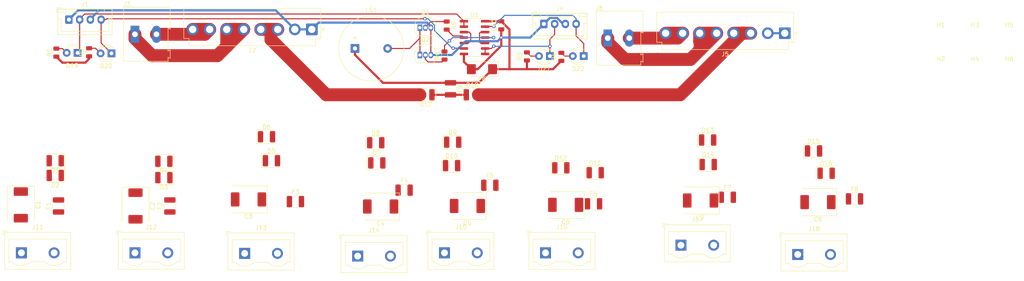
<source format=kicad_pcb>
(kicad_pcb (version 20171130) (host pcbnew 5.1.2-f72e74a~84~ubuntu16.04.1)

  (general
    (thickness 1.6)
    (drawings 0)
    (tracks 177)
    (zones 0)
    (modules 71)
    (nets 41)
  )

  (page A4)
  (layers
    (0 F.Cu signal)
    (31 B.Cu signal)
    (32 B.Adhes user)
    (33 F.Adhes user)
    (34 B.Paste user)
    (35 F.Paste user)
    (36 B.SilkS user)
    (37 F.SilkS user)
    (38 B.Mask user)
    (39 F.Mask user)
    (40 Dwgs.User user)
    (41 Cmts.User user)
    (42 Eco1.User user)
    (43 Eco2.User user)
    (44 Edge.Cuts user)
    (45 Margin user)
    (46 B.CrtYd user)
    (47 F.CrtYd user)
    (48 B.Fab user)
    (49 F.Fab user)
  )

  (setup
    (last_trace_width 0.25)
    (trace_clearance 0.2)
    (zone_clearance 0.508)
    (zone_45_only no)
    (trace_min 0.2)
    (via_size 0.8)
    (via_drill 0.4)
    (via_min_size 0.4)
    (via_min_drill 0.3)
    (uvia_size 0.3)
    (uvia_drill 0.1)
    (uvias_allowed no)
    (uvia_min_size 0.2)
    (uvia_min_drill 0.1)
    (edge_width 0.05)
    (segment_width 0.2)
    (pcb_text_width 0.3)
    (pcb_text_size 1.5 1.5)
    (mod_edge_width 0.12)
    (mod_text_size 1 1)
    (mod_text_width 0.15)
    (pad_size 1.524 1.524)
    (pad_drill 0.762)
    (pad_to_mask_clearance 0.051)
    (solder_mask_min_width 0.25)
    (aux_axis_origin 0 0)
    (visible_elements FFFFFF7F)
    (pcbplotparams
      (layerselection 0x010fc_ffffffff)
      (usegerberextensions false)
      (usegerberattributes false)
      (usegerberadvancedattributes false)
      (creategerberjobfile false)
      (excludeedgelayer true)
      (linewidth 0.100000)
      (plotframeref false)
      (viasonmask false)
      (mode 1)
      (useauxorigin false)
      (hpglpennumber 1)
      (hpglpenspeed 20)
      (hpglpendiameter 15.000000)
      (psnegative false)
      (psa4output false)
      (plotreference true)
      (plotvalue true)
      (plotinvisibletext false)
      (padsonsilk false)
      (subtractmaskfromsilk false)
      (outputformat 1)
      (mirror false)
      (drillshape 1)
      (scaleselection 1)
      (outputdirectory ""))
  )

  (net 0 "")
  (net 1 GND)
  (net 2 "Net-(C1-Pad1)")
  (net 3 "Net-(C2-Pad1)")
  (net 4 "Net-(C3-Pad1)")
  (net 5 "Net-(C4-Pad1)")
  (net 6 "Net-(C5-Pad1)")
  (net 7 "Net-(C6-Pad1)")
  (net 8 "Net-(C7-Pad1)")
  (net 9 "Net-(C8-Pad1)")
  (net 10 +12V)
  (net 11 /PS1_V+)
  (net 12 "Net-(D1-Pad1)")
  (net 13 /PS2_V+)
  (net 14 "Net-(D3-Pad1)")
  (net 15 "Net-(D5-Pad1)")
  (net 16 "Net-(D7-Pad1)")
  (net 17 "Net-(D10-Pad1)")
  (net 18 "Net-(D11-Pad1)")
  (net 19 "Net-(D13-Pad1)")
  (net 20 "Net-(D15-Pad1)")
  (net 21 "Net-(D17-Pad1)")
  (net 22 "Net-(D19-Pad2)")
  (net 23 /PS1_AC-OK)
  (net 24 "Net-(D20-Pad2)")
  (net 25 /PS1_BAT-LOW)
  (net 26 "Net-(D21-Pad2)")
  (net 27 /PS2_AC-OK)
  (net 28 "Net-(D22-Pad2)")
  (net 29 /PS2_BAT-LOW)
  (net 30 /PS1_BAT+)
  (net 31 /PS1_BAT-)
  (net 32 /PS2_BAT+)
  (net 33 /PS2_BAT-)
  (net 34 "Net-(LS1-Pad2)")
  (net 35 "Net-(Q1-Pad2)")
  (net 36 "Net-(Q2-Pad2)")
  (net 37 "Net-(R5-Pad2)")
  (net 38 "Net-(R6-Pad2)")
  (net 39 "Net-(U1-Pad10)")
  (net 40 "Net-(U1-Pad3)")

  (net_class Default "This is the default net class."
    (clearance 0.2)
    (trace_width 0.25)
    (via_dia 0.8)
    (via_drill 0.4)
    (uvia_dia 0.3)
    (uvia_drill 0.1)
    (add_net /PS1_AC-OK)
    (add_net /PS1_BAT-LOW)
    (add_net /PS2_AC-OK)
    (add_net /PS2_BAT-LOW)
    (add_net "Net-(C1-Pad1)")
    (add_net "Net-(C2-Pad1)")
    (add_net "Net-(C3-Pad1)")
    (add_net "Net-(C4-Pad1)")
    (add_net "Net-(C5-Pad1)")
    (add_net "Net-(C6-Pad1)")
    (add_net "Net-(C7-Pad1)")
    (add_net "Net-(C8-Pad1)")
    (add_net "Net-(D1-Pad1)")
    (add_net "Net-(D10-Pad1)")
    (add_net "Net-(D11-Pad1)")
    (add_net "Net-(D13-Pad1)")
    (add_net "Net-(D15-Pad1)")
    (add_net "Net-(D19-Pad2)")
    (add_net "Net-(D20-Pad2)")
    (add_net "Net-(D21-Pad2)")
    (add_net "Net-(D22-Pad2)")
    (add_net "Net-(D3-Pad1)")
    (add_net "Net-(D5-Pad1)")
    (add_net "Net-(D7-Pad1)")
    (add_net "Net-(LS1-Pad2)")
    (add_net "Net-(Q1-Pad2)")
    (add_net "Net-(Q2-Pad2)")
    (add_net "Net-(R5-Pad2)")
    (add_net "Net-(R6-Pad2)")
    (add_net "Net-(U1-Pad10)")
    (add_net "Net-(U1-Pad3)")
  )

  (net_class High-Power ""
    (clearance 0.2)
    (trace_width 3)
    (via_dia 3.2)
    (via_drill 0.6)
    (uvia_dia 0.3)
    (uvia_drill 0.1)
    (add_net /PS1_BAT+)
    (add_net /PS1_BAT-)
    (add_net /PS1_V+)
    (add_net /PS2_BAT+)
    (add_net /PS2_BAT-)
    (add_net /PS2_V+)
  )

  (net_class Power ""
    (clearance 0.2)
    (trace_width 0.5)
    (via_dia 0.7)
    (via_drill 0.5)
    (uvia_dia 0.3)
    (uvia_drill 0.1)
    (add_net +12V)
    (add_net GND)
    (add_net "Net-(D17-Pad1)")
  )

  (module Connector_JST:JST_VH_B8P-VH_1x08_P3.96mm_Vertical (layer F.Cu) (tedit 5B774DBC) (tstamp 5D0B0955)
    (at 224.062 30.353 180)
    (descr "JST VH series connector, B8P-VH (http://www.jst-mfg.com/product/pdf/eng/eVH.pdf), generated with kicad-footprint-generator")
    (tags "connector JST VH side entry")
    (path /5D0A76FC)
    (fp_text reference J5 (at 13.86 -4.9) (layer F.SilkS)
      (effects (font (size 1 1) (thickness 0.15)))
    )
    (fp_text value PS2_PWR (at 13.86 6) (layer F.Fab)
      (effects (font (size 1 1) (thickness 0.15)))
    )
    (fp_text user %R (at 13.86 4.1) (layer F.Fab)
      (effects (font (size 1 1) (thickness 0.15)))
    )
    (fp_line (start -2.86 -0.3) (end -2.26 0) (layer F.SilkS) (width 0.12))
    (fp_line (start -2.86 0.3) (end -2.86 -0.3) (layer F.SilkS) (width 0.12))
    (fp_line (start -2.26 0) (end -2.86 0.3) (layer F.SilkS) (width 0.12))
    (fp_line (start 29.78 4.91) (end -2.06 4.91) (layer F.SilkS) (width 0.12))
    (fp_line (start 29.78 -2.11) (end 29.78 4.91) (layer F.SilkS) (width 0.12))
    (fp_line (start 28.58 -2.11) (end 29.78 -2.11) (layer F.SilkS) (width 0.12))
    (fp_line (start 28.58 -3.81) (end 28.58 -2.11) (layer F.SilkS) (width 0.12))
    (fp_line (start -0.86 -3.81) (end 28.58 -3.81) (layer F.SilkS) (width 0.12))
    (fp_line (start -0.86 -2.11) (end -0.86 -3.81) (layer F.SilkS) (width 0.12))
    (fp_line (start -2.06 -2.11) (end -0.86 -2.11) (layer F.SilkS) (width 0.12))
    (fp_line (start -2.06 4.91) (end -2.06 -2.11) (layer F.SilkS) (width 0.12))
    (fp_line (start 30.17 -4.2) (end -2.45 -4.2) (layer F.CrtYd) (width 0.05))
    (fp_line (start 30.17 5.3) (end 30.17 -4.2) (layer F.CrtYd) (width 0.05))
    (fp_line (start -2.45 5.3) (end 30.17 5.3) (layer F.CrtYd) (width 0.05))
    (fp_line (start -2.45 -4.2) (end -2.45 5.3) (layer F.CrtYd) (width 0.05))
    (fp_line (start -1.95 1) (end -0.95 0) (layer F.Fab) (width 0.1))
    (fp_line (start -1.95 -1) (end -0.95 0) (layer F.Fab) (width 0.1))
    (fp_line (start 28.47 -3.7) (end 28.47 -2) (layer F.Fab) (width 0.1))
    (fp_line (start -0.75 -3.7) (end 28.47 -3.7) (layer F.Fab) (width 0.1))
    (fp_line (start -0.75 -2) (end -0.75 -3.7) (layer F.Fab) (width 0.1))
    (fp_line (start 29.67 -2) (end -1.95 -2) (layer F.Fab) (width 0.1))
    (fp_line (start 29.67 4.8) (end 29.67 -2) (layer F.Fab) (width 0.1))
    (fp_line (start -1.95 4.8) (end 29.67 4.8) (layer F.Fab) (width 0.1))
    (fp_line (start -1.95 -2) (end -1.95 4.8) (layer F.Fab) (width 0.1))
    (pad 8 thru_hole circle (at 27.72 0 180) (size 2.7 2.7) (drill 1.7) (layers *.Cu *.Mask)
      (net 32 /PS2_BAT+))
    (pad 7 thru_hole circle (at 23.76 0 180) (size 2.7 2.7) (drill 1.7) (layers *.Cu *.Mask)
      (net 32 /PS2_BAT+))
    (pad 6 thru_hole circle (at 19.8 0 180) (size 2.7 2.7) (drill 1.7) (layers *.Cu *.Mask)
      (net 33 /PS2_BAT-))
    (pad 5 thru_hole circle (at 15.84 0 180) (size 2.7 2.7) (drill 1.7) (layers *.Cu *.Mask)
      (net 33 /PS2_BAT-))
    (pad 4 thru_hole circle (at 11.88 0 180) (size 2.7 2.7) (drill 1.7) (layers *.Cu *.Mask)
      (net 13 /PS2_V+))
    (pad 3 thru_hole circle (at 7.92 0 180) (size 2.7 2.7) (drill 1.7) (layers *.Cu *.Mask)
      (net 13 /PS2_V+))
    (pad 2 thru_hole circle (at 3.96 0 180) (size 2.7 2.7) (drill 1.7) (layers *.Cu *.Mask)
      (net 1 GND))
    (pad 1 thru_hole roundrect (at 0 0 180) (size 2.7 2.7) (drill 1.7) (layers *.Cu *.Mask) (roundrect_rratio 0.09259299999999999)
      (net 1 GND))
    (model ${KISYS3DMOD}/Connector_JST.3dshapes/JST_VH_B8P-VH_1x08_P3.96mm_Vertical.wrl
      (at (xyz 0 0 0))
      (scale (xyz 1 1 1))
      (rotate (xyz 0 0 0))
    )
  )

  (module Capacitor_Tantalum_SMD:CP_EIA-7361-438_AVX-U (layer F.Cu) (tedit 5B301BBE) (tstamp 5D0B1338)
    (at 231.775 69.723 180)
    (descr "Tantalum Capacitor SMD AVX-U (7361-438 Metric), IPC_7351 nominal, (Body size from: http://datasheets.avx.com/NOS.pdf), generated with kicad-footprint-generator")
    (tags "capacitor tantalum")
    (path /5D309AA4)
    (attr smd)
    (fp_text reference C8 (at 0 -4) (layer F.SilkS)
      (effects (font (size 1 1) (thickness 0.15)))
    )
    (fp_text value 22µF (at 0 4) (layer F.Fab)
      (effects (font (size 1 1) (thickness 0.15)))
    )
    (fp_text user %R (at 0 0) (layer F.Fab)
      (effects (font (size 1 1) (thickness 0.15)))
    )
    (fp_line (start 4.35 3.3) (end -4.35 3.3) (layer F.CrtYd) (width 0.05))
    (fp_line (start 4.35 -3.3) (end 4.35 3.3) (layer F.CrtYd) (width 0.05))
    (fp_line (start -4.35 -3.3) (end 4.35 -3.3) (layer F.CrtYd) (width 0.05))
    (fp_line (start -4.35 3.3) (end -4.35 -3.3) (layer F.CrtYd) (width 0.05))
    (fp_line (start -4.36 3.16) (end 3.65 3.16) (layer F.SilkS) (width 0.12))
    (fp_line (start -4.36 -3.16) (end -4.36 3.16) (layer F.SilkS) (width 0.12))
    (fp_line (start 3.65 -3.16) (end -4.36 -3.16) (layer F.SilkS) (width 0.12))
    (fp_line (start 3.65 3.05) (end 3.65 -3.05) (layer F.Fab) (width 0.1))
    (fp_line (start -3.65 3.05) (end 3.65 3.05) (layer F.Fab) (width 0.1))
    (fp_line (start -3.65 -2.05) (end -3.65 3.05) (layer F.Fab) (width 0.1))
    (fp_line (start -2.65 -3.05) (end -3.65 -2.05) (layer F.Fab) (width 0.1))
    (fp_line (start 3.65 -3.05) (end -2.65 -3.05) (layer F.Fab) (width 0.1))
    (pad 2 smd roundrect (at 3.1 0 180) (size 2 3.3) (layers F.Cu F.Paste F.Mask) (roundrect_rratio 0.125)
      (net 1 GND))
    (pad 1 smd roundrect (at -3.1 0 180) (size 2 3.3) (layers F.Cu F.Paste F.Mask) (roundrect_rratio 0.125)
      (net 9 "Net-(C8-Pad1)"))
    (model ${KISYS3DMOD}/Capacitor_Tantalum_SMD.3dshapes/CP_EIA-7361-438_AVX-U.wrl
      (at (xyz 0 0 0))
      (scale (xyz 1 1 1))
      (rotate (xyz 0 0 0))
    )
  )

  (module Capacitor_Tantalum_SMD:CP_EIA-7361-438_AVX-U (layer F.Cu) (tedit 5B301BBE) (tstamp 5D0ACE11)
    (at 204.47 69.342 180)
    (descr "Tantalum Capacitor SMD AVX-U (7361-438 Metric), IPC_7351 nominal, (Body size from: http://datasheets.avx.com/NOS.pdf), generated with kicad-footprint-generator")
    (tags "capacitor tantalum")
    (path /5D309A4D)
    (attr smd)
    (fp_text reference C7 (at 0 -4) (layer F.SilkS)
      (effects (font (size 1 1) (thickness 0.15)))
    )
    (fp_text value 22µF (at 0 4) (layer F.Fab)
      (effects (font (size 1 1) (thickness 0.15)))
    )
    (fp_text user %R (at 0 0) (layer F.Fab)
      (effects (font (size 1 1) (thickness 0.15)))
    )
    (fp_line (start 4.35 3.3) (end -4.35 3.3) (layer F.CrtYd) (width 0.05))
    (fp_line (start 4.35 -3.3) (end 4.35 3.3) (layer F.CrtYd) (width 0.05))
    (fp_line (start -4.35 -3.3) (end 4.35 -3.3) (layer F.CrtYd) (width 0.05))
    (fp_line (start -4.35 3.3) (end -4.35 -3.3) (layer F.CrtYd) (width 0.05))
    (fp_line (start -4.36 3.16) (end 3.65 3.16) (layer F.SilkS) (width 0.12))
    (fp_line (start -4.36 -3.16) (end -4.36 3.16) (layer F.SilkS) (width 0.12))
    (fp_line (start 3.65 -3.16) (end -4.36 -3.16) (layer F.SilkS) (width 0.12))
    (fp_line (start 3.65 3.05) (end 3.65 -3.05) (layer F.Fab) (width 0.1))
    (fp_line (start -3.65 3.05) (end 3.65 3.05) (layer F.Fab) (width 0.1))
    (fp_line (start -3.65 -2.05) (end -3.65 3.05) (layer F.Fab) (width 0.1))
    (fp_line (start -2.65 -3.05) (end -3.65 -2.05) (layer F.Fab) (width 0.1))
    (fp_line (start 3.65 -3.05) (end -2.65 -3.05) (layer F.Fab) (width 0.1))
    (pad 2 smd roundrect (at 3.1 0 180) (size 2 3.3) (layers F.Cu F.Paste F.Mask) (roundrect_rratio 0.125)
      (net 1 GND))
    (pad 1 smd roundrect (at -3.1 0 180) (size 2 3.3) (layers F.Cu F.Paste F.Mask) (roundrect_rratio 0.125)
      (net 8 "Net-(C7-Pad1)"))
    (model ${KISYS3DMOD}/Capacitor_Tantalum_SMD.3dshapes/CP_EIA-7361-438_AVX-U.wrl
      (at (xyz 0 0 0))
      (scale (xyz 1 1 1))
      (rotate (xyz 0 0 0))
    )
  )

  (module Capacitor_Tantalum_SMD:CP_EIA-7361-438_AVX-U (layer F.Cu) (tedit 5B301BBE) (tstamp 5D0B06AC)
    (at 173.101 70.358 180)
    (descr "Tantalum Capacitor SMD AVX-U (7361-438 Metric), IPC_7351 nominal, (Body size from: http://datasheets.avx.com/NOS.pdf), generated with kicad-footprint-generator")
    (tags "capacitor tantalum")
    (path /5D3099F6)
    (attr smd)
    (fp_text reference C6 (at 0 -4) (layer F.SilkS)
      (effects (font (size 1 1) (thickness 0.15)))
    )
    (fp_text value 22µF (at 0 4) (layer F.Fab)
      (effects (font (size 1 1) (thickness 0.15)))
    )
    (fp_text user %R (at 0 0) (layer F.Fab)
      (effects (font (size 1 1) (thickness 0.15)))
    )
    (fp_line (start 4.35 3.3) (end -4.35 3.3) (layer F.CrtYd) (width 0.05))
    (fp_line (start 4.35 -3.3) (end 4.35 3.3) (layer F.CrtYd) (width 0.05))
    (fp_line (start -4.35 -3.3) (end 4.35 -3.3) (layer F.CrtYd) (width 0.05))
    (fp_line (start -4.35 3.3) (end -4.35 -3.3) (layer F.CrtYd) (width 0.05))
    (fp_line (start -4.36 3.16) (end 3.65 3.16) (layer F.SilkS) (width 0.12))
    (fp_line (start -4.36 -3.16) (end -4.36 3.16) (layer F.SilkS) (width 0.12))
    (fp_line (start 3.65 -3.16) (end -4.36 -3.16) (layer F.SilkS) (width 0.12))
    (fp_line (start 3.65 3.05) (end 3.65 -3.05) (layer F.Fab) (width 0.1))
    (fp_line (start -3.65 3.05) (end 3.65 3.05) (layer F.Fab) (width 0.1))
    (fp_line (start -3.65 -2.05) (end -3.65 3.05) (layer F.Fab) (width 0.1))
    (fp_line (start -2.65 -3.05) (end -3.65 -2.05) (layer F.Fab) (width 0.1))
    (fp_line (start 3.65 -3.05) (end -2.65 -3.05) (layer F.Fab) (width 0.1))
    (pad 2 smd roundrect (at 3.1 0 180) (size 2 3.3) (layers F.Cu F.Paste F.Mask) (roundrect_rratio 0.125)
      (net 1 GND))
    (pad 1 smd roundrect (at -3.1 0 180) (size 2 3.3) (layers F.Cu F.Paste F.Mask) (roundrect_rratio 0.125)
      (net 7 "Net-(C6-Pad1)"))
    (model ${KISYS3DMOD}/Capacitor_Tantalum_SMD.3dshapes/CP_EIA-7361-438_AVX-U.wrl
      (at (xyz 0 0 0))
      (scale (xyz 1 1 1))
      (rotate (xyz 0 0 0))
    )
  )

  (module Capacitor_Tantalum_SMD:CP_EIA-7361-438_AVX-U (layer F.Cu) (tedit 5B301BBE) (tstamp 5D0ACCE9)
    (at 150.241 70.612 180)
    (descr "Tantalum Capacitor SMD AVX-U (7361-438 Metric), IPC_7351 nominal, (Body size from: http://datasheets.avx.com/NOS.pdf), generated with kicad-footprint-generator")
    (tags "capacitor tantalum")
    (path /5D30999F)
    (attr smd)
    (fp_text reference C5 (at 0 -4) (layer F.SilkS)
      (effects (font (size 1 1) (thickness 0.15)))
    )
    (fp_text value 22µF (at 0 4) (layer F.Fab)
      (effects (font (size 1 1) (thickness 0.15)))
    )
    (fp_text user %R (at 0 0) (layer F.Fab)
      (effects (font (size 1 1) (thickness 0.15)))
    )
    (fp_line (start 4.35 3.3) (end -4.35 3.3) (layer F.CrtYd) (width 0.05))
    (fp_line (start 4.35 -3.3) (end 4.35 3.3) (layer F.CrtYd) (width 0.05))
    (fp_line (start -4.35 -3.3) (end 4.35 -3.3) (layer F.CrtYd) (width 0.05))
    (fp_line (start -4.35 3.3) (end -4.35 -3.3) (layer F.CrtYd) (width 0.05))
    (fp_line (start -4.36 3.16) (end 3.65 3.16) (layer F.SilkS) (width 0.12))
    (fp_line (start -4.36 -3.16) (end -4.36 3.16) (layer F.SilkS) (width 0.12))
    (fp_line (start 3.65 -3.16) (end -4.36 -3.16) (layer F.SilkS) (width 0.12))
    (fp_line (start 3.65 3.05) (end 3.65 -3.05) (layer F.Fab) (width 0.1))
    (fp_line (start -3.65 3.05) (end 3.65 3.05) (layer F.Fab) (width 0.1))
    (fp_line (start -3.65 -2.05) (end -3.65 3.05) (layer F.Fab) (width 0.1))
    (fp_line (start -2.65 -3.05) (end -3.65 -2.05) (layer F.Fab) (width 0.1))
    (fp_line (start 3.65 -3.05) (end -2.65 -3.05) (layer F.Fab) (width 0.1))
    (pad 2 smd roundrect (at 3.1 0 180) (size 2 3.3) (layers F.Cu F.Paste F.Mask) (roundrect_rratio 0.125)
      (net 1 GND))
    (pad 1 smd roundrect (at -3.1 0 180) (size 2 3.3) (layers F.Cu F.Paste F.Mask) (roundrect_rratio 0.125)
      (net 6 "Net-(C5-Pad1)"))
    (model ${KISYS3DMOD}/Capacitor_Tantalum_SMD.3dshapes/CP_EIA-7361-438_AVX-U.wrl
      (at (xyz 0 0 0))
      (scale (xyz 1 1 1))
      (rotate (xyz 0 0 0))
    )
  )

  (module Capacitor_Tantalum_SMD:CP_EIA-7361-438_AVX-U (layer F.Cu) (tedit 5B301BBE) (tstamp 5D0ACC55)
    (at 130.048 70.739 180)
    (descr "Tantalum Capacitor SMD AVX-U (7361-438 Metric), IPC_7351 nominal, (Body size from: http://datasheets.avx.com/NOS.pdf), generated with kicad-footprint-generator")
    (tags "capacitor tantalum")
    (path /5D25CFB0)
    (attr smd)
    (fp_text reference C4 (at 0 -4) (layer F.SilkS)
      (effects (font (size 1 1) (thickness 0.15)))
    )
    (fp_text value 22µF (at 0 4) (layer F.Fab)
      (effects (font (size 1 1) (thickness 0.15)))
    )
    (fp_text user %R (at 0 0) (layer F.Fab)
      (effects (font (size 1 1) (thickness 0.15)))
    )
    (fp_line (start 4.35 3.3) (end -4.35 3.3) (layer F.CrtYd) (width 0.05))
    (fp_line (start 4.35 -3.3) (end 4.35 3.3) (layer F.CrtYd) (width 0.05))
    (fp_line (start -4.35 -3.3) (end 4.35 -3.3) (layer F.CrtYd) (width 0.05))
    (fp_line (start -4.35 3.3) (end -4.35 -3.3) (layer F.CrtYd) (width 0.05))
    (fp_line (start -4.36 3.16) (end 3.65 3.16) (layer F.SilkS) (width 0.12))
    (fp_line (start -4.36 -3.16) (end -4.36 3.16) (layer F.SilkS) (width 0.12))
    (fp_line (start 3.65 -3.16) (end -4.36 -3.16) (layer F.SilkS) (width 0.12))
    (fp_line (start 3.65 3.05) (end 3.65 -3.05) (layer F.Fab) (width 0.1))
    (fp_line (start -3.65 3.05) (end 3.65 3.05) (layer F.Fab) (width 0.1))
    (fp_line (start -3.65 -2.05) (end -3.65 3.05) (layer F.Fab) (width 0.1))
    (fp_line (start -2.65 -3.05) (end -3.65 -2.05) (layer F.Fab) (width 0.1))
    (fp_line (start 3.65 -3.05) (end -2.65 -3.05) (layer F.Fab) (width 0.1))
    (pad 2 smd roundrect (at 3.1 0 180) (size 2 3.3) (layers F.Cu F.Paste F.Mask) (roundrect_rratio 0.125)
      (net 1 GND))
    (pad 1 smd roundrect (at -3.1 0 180) (size 2 3.3) (layers F.Cu F.Paste F.Mask) (roundrect_rratio 0.125)
      (net 5 "Net-(C4-Pad1)"))
    (model ${KISYS3DMOD}/Capacitor_Tantalum_SMD.3dshapes/CP_EIA-7361-438_AVX-U.wrl
      (at (xyz 0 0 0))
      (scale (xyz 1 1 1))
      (rotate (xyz 0 0 0))
    )
  )

  (module Capacitor_Tantalum_SMD:CP_EIA-7361-438_AVX-U (layer F.Cu) (tedit 5B301BBE) (tstamp 5D0BB017)
    (at 99.314 69.088 180)
    (descr "Tantalum Capacitor SMD AVX-U (7361-438 Metric), IPC_7351 nominal, (Body size from: http://datasheets.avx.com/NOS.pdf), generated with kicad-footprint-generator")
    (tags "capacitor tantalum")
    (path /5D2B1F93)
    (attr smd)
    (fp_text reference C3 (at 0 -4) (layer F.SilkS)
      (effects (font (size 1 1) (thickness 0.15)))
    )
    (fp_text value 22µF (at 0 4) (layer F.Fab)
      (effects (font (size 1 1) (thickness 0.15)))
    )
    (fp_text user %R (at 0 0) (layer F.Fab)
      (effects (font (size 1 1) (thickness 0.15)))
    )
    (fp_line (start 4.35 3.3) (end -4.35 3.3) (layer F.CrtYd) (width 0.05))
    (fp_line (start 4.35 -3.3) (end 4.35 3.3) (layer F.CrtYd) (width 0.05))
    (fp_line (start -4.35 -3.3) (end 4.35 -3.3) (layer F.CrtYd) (width 0.05))
    (fp_line (start -4.35 3.3) (end -4.35 -3.3) (layer F.CrtYd) (width 0.05))
    (fp_line (start -4.36 3.16) (end 3.65 3.16) (layer F.SilkS) (width 0.12))
    (fp_line (start -4.36 -3.16) (end -4.36 3.16) (layer F.SilkS) (width 0.12))
    (fp_line (start 3.65 -3.16) (end -4.36 -3.16) (layer F.SilkS) (width 0.12))
    (fp_line (start 3.65 3.05) (end 3.65 -3.05) (layer F.Fab) (width 0.1))
    (fp_line (start -3.65 3.05) (end 3.65 3.05) (layer F.Fab) (width 0.1))
    (fp_line (start -3.65 -2.05) (end -3.65 3.05) (layer F.Fab) (width 0.1))
    (fp_line (start -2.65 -3.05) (end -3.65 -2.05) (layer F.Fab) (width 0.1))
    (fp_line (start 3.65 -3.05) (end -2.65 -3.05) (layer F.Fab) (width 0.1))
    (pad 2 smd roundrect (at 3.1 0 180) (size 2 3.3) (layers F.Cu F.Paste F.Mask) (roundrect_rratio 0.125)
      (net 1 GND))
    (pad 1 smd roundrect (at -3.1 0 180) (size 2 3.3) (layers F.Cu F.Paste F.Mask) (roundrect_rratio 0.125)
      (net 4 "Net-(C3-Pad1)"))
    (model ${KISYS3DMOD}/Capacitor_Tantalum_SMD.3dshapes/CP_EIA-7361-438_AVX-U.wrl
      (at (xyz 0 0 0))
      (scale (xyz 1 1 1))
      (rotate (xyz 0 0 0))
    )
  )

  (module Capacitor_Tantalum_SMD:CP_EIA-7361-438_AVX-U (layer F.Cu) (tedit 5B301BBE) (tstamp 5D0ACB2D)
    (at 73.025 70.612 270)
    (descr "Tantalum Capacitor SMD AVX-U (7361-438 Metric), IPC_7351 nominal, (Body size from: http://datasheets.avx.com/NOS.pdf), generated with kicad-footprint-generator")
    (tags "capacitor tantalum")
    (path /5D2B1F3C)
    (attr smd)
    (fp_text reference C2 (at 0 -4 90) (layer F.SilkS)
      (effects (font (size 1 1) (thickness 0.15)))
    )
    (fp_text value 22µF (at 0 4 90) (layer F.Fab)
      (effects (font (size 1 1) (thickness 0.15)))
    )
    (fp_text user %R (at 0 0 90) (layer F.Fab)
      (effects (font (size 1 1) (thickness 0.15)))
    )
    (fp_line (start 4.35 3.3) (end -4.35 3.3) (layer F.CrtYd) (width 0.05))
    (fp_line (start 4.35 -3.3) (end 4.35 3.3) (layer F.CrtYd) (width 0.05))
    (fp_line (start -4.35 -3.3) (end 4.35 -3.3) (layer F.CrtYd) (width 0.05))
    (fp_line (start -4.35 3.3) (end -4.35 -3.3) (layer F.CrtYd) (width 0.05))
    (fp_line (start -4.36 3.16) (end 3.65 3.16) (layer F.SilkS) (width 0.12))
    (fp_line (start -4.36 -3.16) (end -4.36 3.16) (layer F.SilkS) (width 0.12))
    (fp_line (start 3.65 -3.16) (end -4.36 -3.16) (layer F.SilkS) (width 0.12))
    (fp_line (start 3.65 3.05) (end 3.65 -3.05) (layer F.Fab) (width 0.1))
    (fp_line (start -3.65 3.05) (end 3.65 3.05) (layer F.Fab) (width 0.1))
    (fp_line (start -3.65 -2.05) (end -3.65 3.05) (layer F.Fab) (width 0.1))
    (fp_line (start -2.65 -3.05) (end -3.65 -2.05) (layer F.Fab) (width 0.1))
    (fp_line (start 3.65 -3.05) (end -2.65 -3.05) (layer F.Fab) (width 0.1))
    (pad 2 smd roundrect (at 3.1 0 270) (size 2 3.3) (layers F.Cu F.Paste F.Mask) (roundrect_rratio 0.125)
      (net 1 GND))
    (pad 1 smd roundrect (at -3.1 0 270) (size 2 3.3) (layers F.Cu F.Paste F.Mask) (roundrect_rratio 0.125)
      (net 3 "Net-(C2-Pad1)"))
    (model ${KISYS3DMOD}/Capacitor_Tantalum_SMD.3dshapes/CP_EIA-7361-438_AVX-U.wrl
      (at (xyz 0 0 0))
      (scale (xyz 1 1 1))
      (rotate (xyz 0 0 0))
    )
  )

  (module Capacitor_Tantalum_SMD:CP_EIA-7361-438_AVX-U (layer F.Cu) (tedit 5B301BBE) (tstamp 5D0ACA99)
    (at 46.355 70.358 270)
    (descr "Tantalum Capacitor SMD AVX-U (7361-438 Metric), IPC_7351 nominal, (Body size from: http://datasheets.avx.com/NOS.pdf), generated with kicad-footprint-generator")
    (tags "capacitor tantalum")
    (path /5D2AC2CD)
    (attr smd)
    (fp_text reference C1 (at 0 -4 90) (layer F.SilkS)
      (effects (font (size 1 1) (thickness 0.15)))
    )
    (fp_text value 22µF (at 0 4 90) (layer F.Fab)
      (effects (font (size 1 1) (thickness 0.15)))
    )
    (fp_text user %R (at 0 0 90) (layer F.Fab)
      (effects (font (size 1 1) (thickness 0.15)))
    )
    (fp_line (start 4.35 3.3) (end -4.35 3.3) (layer F.CrtYd) (width 0.05))
    (fp_line (start 4.35 -3.3) (end 4.35 3.3) (layer F.CrtYd) (width 0.05))
    (fp_line (start -4.35 -3.3) (end 4.35 -3.3) (layer F.CrtYd) (width 0.05))
    (fp_line (start -4.35 3.3) (end -4.35 -3.3) (layer F.CrtYd) (width 0.05))
    (fp_line (start -4.36 3.16) (end 3.65 3.16) (layer F.SilkS) (width 0.12))
    (fp_line (start -4.36 -3.16) (end -4.36 3.16) (layer F.SilkS) (width 0.12))
    (fp_line (start 3.65 -3.16) (end -4.36 -3.16) (layer F.SilkS) (width 0.12))
    (fp_line (start 3.65 3.05) (end 3.65 -3.05) (layer F.Fab) (width 0.1))
    (fp_line (start -3.65 3.05) (end 3.65 3.05) (layer F.Fab) (width 0.1))
    (fp_line (start -3.65 -2.05) (end -3.65 3.05) (layer F.Fab) (width 0.1))
    (fp_line (start -2.65 -3.05) (end -3.65 -2.05) (layer F.Fab) (width 0.1))
    (fp_line (start 3.65 -3.05) (end -2.65 -3.05) (layer F.Fab) (width 0.1))
    (pad 2 smd roundrect (at 3.1 0 270) (size 2 3.3) (layers F.Cu F.Paste F.Mask) (roundrect_rratio 0.125)
      (net 1 GND))
    (pad 1 smd roundrect (at -3.1 0 270) (size 2 3.3) (layers F.Cu F.Paste F.Mask) (roundrect_rratio 0.125)
      (net 2 "Net-(C1-Pad1)"))
    (model ${KISYS3DMOD}/Capacitor_Tantalum_SMD.3dshapes/CP_EIA-7361-438_AVX-U.wrl
      (at (xyz 0 0 0))
      (scale (xyz 1 1 1))
      (rotate (xyz 0 0 0))
    )
  )

  (module Capacitor_Tantalum_SMD:CP_EIA-6032-15_Kemet-U (layer F.Cu) (tedit 5B301BBE) (tstamp 5D0ACF11)
    (at 153.6205 38.735 180)
    (descr "Tantalum Capacitor SMD Kemet-U (6032-15 Metric), IPC_7351 nominal, (Body size from: http://www.kemet.com/Lists/ProductCatalog/Attachments/253/KEM_TC101_STD.pdf), generated with kicad-footprint-generator")
    (tags "capacitor tantalum")
    (path /5D35C807)
    (attr smd)
    (fp_text reference C9 (at 0 -2.55) (layer F.SilkS)
      (effects (font (size 1 1) (thickness 0.15)))
    )
    (fp_text value 10µF (at 0 2.55) (layer F.Fab)
      (effects (font (size 1 1) (thickness 0.15)))
    )
    (fp_text user %R (at 0 0) (layer F.Fab)
      (effects (font (size 1 1) (thickness 0.15)))
    )
    (fp_line (start 3.75 1.85) (end -3.75 1.85) (layer F.CrtYd) (width 0.05))
    (fp_line (start 3.75 -1.85) (end 3.75 1.85) (layer F.CrtYd) (width 0.05))
    (fp_line (start -3.75 -1.85) (end 3.75 -1.85) (layer F.CrtYd) (width 0.05))
    (fp_line (start -3.75 1.85) (end -3.75 -1.85) (layer F.CrtYd) (width 0.05))
    (fp_line (start -3.76 1.71) (end 3 1.71) (layer F.SilkS) (width 0.12))
    (fp_line (start -3.76 -1.71) (end -3.76 1.71) (layer F.SilkS) (width 0.12))
    (fp_line (start 3 -1.71) (end -3.76 -1.71) (layer F.SilkS) (width 0.12))
    (fp_line (start 3 1.6) (end 3 -1.6) (layer F.Fab) (width 0.1))
    (fp_line (start -3 1.6) (end 3 1.6) (layer F.Fab) (width 0.1))
    (fp_line (start -3 -0.8) (end -3 1.6) (layer F.Fab) (width 0.1))
    (fp_line (start -2.2 -1.6) (end -3 -0.8) (layer F.Fab) (width 0.1))
    (fp_line (start 3 -1.6) (end -2.2 -1.6) (layer F.Fab) (width 0.1))
    (pad 2 smd roundrect (at 2.4625 0 180) (size 2.075 2.35) (layers F.Cu F.Paste F.Mask) (roundrect_rratio 0.120482)
      (net 1 GND))
    (pad 1 smd roundrect (at -2.4625 0 180) (size 2.075 2.35) (layers F.Cu F.Paste F.Mask) (roundrect_rratio 0.120482)
      (net 10 +12V))
    (model ${KISYS3DMOD}/Capacitor_Tantalum_SMD.3dshapes/CP_EIA-6032-15_Kemet-U.wrl
      (at (xyz 0 0 0))
      (scale (xyz 1 1 1))
      (rotate (xyz 0 0 0))
    )
  )

  (module MountingHole:MountingHole_3.2mm_M3 (layer F.Cu) (tedit 56D1B4CB) (tstamp 5D0BAD86)
    (at 276.25 40.589)
    (descr "Mounting Hole 3.2mm, no annular, M3")
    (tags "mounting hole 3.2mm no annular m3")
    (path /5D1B7DEC)
    (attr virtual)
    (fp_text reference H6 (at 0 -4.2) (layer F.SilkS)
      (effects (font (size 1 1) (thickness 0.15)))
    )
    (fp_text value M3 (at 0 4.2) (layer F.Fab)
      (effects (font (size 1 1) (thickness 0.15)))
    )
    (fp_circle (center 0 0) (end 3.45 0) (layer F.CrtYd) (width 0.05))
    (fp_circle (center 0 0) (end 3.2 0) (layer Cmts.User) (width 0.15))
    (fp_text user %R (at 0.3 0) (layer F.Fab)
      (effects (font (size 1 1) (thickness 0.15)))
    )
    (pad 1 np_thru_hole circle (at 0 0) (size 3.2 3.2) (drill 3.2) (layers *.Cu *.Mask))
  )

  (module MountingHole:MountingHole_3.2mm_M3 (layer F.Cu) (tedit 56D1B4CB) (tstamp 5D0BADC5)
    (at 276.25 32.639)
    (descr "Mounting Hole 3.2mm, no annular, M3")
    (tags "mounting hole 3.2mm no annular m3")
    (path /5D1B7B50)
    (attr virtual)
    (fp_text reference H5 (at 0 -4.2) (layer F.SilkS)
      (effects (font (size 1 1) (thickness 0.15)))
    )
    (fp_text value M3 (at 0 4.2) (layer F.Fab)
      (effects (font (size 1 1) (thickness 0.15)))
    )
    (fp_circle (center 0 0) (end 3.45 0) (layer F.CrtYd) (width 0.05))
    (fp_circle (center 0 0) (end 3.2 0) (layer Cmts.User) (width 0.15))
    (fp_text user %R (at 0.3 0) (layer F.Fab)
      (effects (font (size 1 1) (thickness 0.15)))
    )
    (pad 1 np_thru_hole circle (at 0 0) (size 3.2 3.2) (drill 3.2) (layers *.Cu *.Mask))
  )

  (module MountingHole:MountingHole_3.2mm_M3 (layer F.Cu) (tedit 56D1B4CB) (tstamp 5D0BAD71)
    (at 268.3 40.589)
    (descr "Mounting Hole 3.2mm, no annular, M3")
    (tags "mounting hole 3.2mm no annular m3")
    (path /5D1B76C3)
    (attr virtual)
    (fp_text reference H4 (at 0 -4.2) (layer F.SilkS)
      (effects (font (size 1 1) (thickness 0.15)))
    )
    (fp_text value M3 (at 0 4.2) (layer F.Fab)
      (effects (font (size 1 1) (thickness 0.15)))
    )
    (fp_circle (center 0 0) (end 3.45 0) (layer F.CrtYd) (width 0.05))
    (fp_circle (center 0 0) (end 3.2 0) (layer Cmts.User) (width 0.15))
    (fp_text user %R (at 0.3 0) (layer F.Fab)
      (effects (font (size 1 1) (thickness 0.15)))
    )
    (pad 1 np_thru_hole circle (at 0 0) (size 3.2 3.2) (drill 3.2) (layers *.Cu *.Mask))
  )

  (module MountingHole:MountingHole_3.2mm_M3 (layer F.Cu) (tedit 56D1B4CB) (tstamp 5D0BAD5C)
    (at 268.3 32.639)
    (descr "Mounting Hole 3.2mm, no annular, M3")
    (tags "mounting hole 3.2mm no annular m3")
    (path /5D1B6E6F)
    (attr virtual)
    (fp_text reference H3 (at 0 -4.2) (layer F.SilkS)
      (effects (font (size 1 1) (thickness 0.15)))
    )
    (fp_text value M3 (at 0 4.2) (layer F.Fab)
      (effects (font (size 1 1) (thickness 0.15)))
    )
    (fp_circle (center 0 0) (end 3.45 0) (layer F.CrtYd) (width 0.05))
    (fp_circle (center 0 0) (end 3.2 0) (layer Cmts.User) (width 0.15))
    (fp_text user %R (at 0.3 0) (layer F.Fab)
      (effects (font (size 1 1) (thickness 0.15)))
    )
    (pad 1 np_thru_hole circle (at 0 0) (size 3.2 3.2) (drill 3.2) (layers *.Cu *.Mask))
  )

  (module MountingHole:MountingHole_3.2mm_M3 (layer F.Cu) (tedit 56D1B4CB) (tstamp 5D0BADB0)
    (at 260.35 40.589)
    (descr "Mounting Hole 3.2mm, no annular, M3")
    (tags "mounting hole 3.2mm no annular m3")
    (path /5D1B7337)
    (attr virtual)
    (fp_text reference H2 (at 0 -4.2) (layer F.SilkS)
      (effects (font (size 1 1) (thickness 0.15)))
    )
    (fp_text value M3 (at 0 4.2) (layer F.Fab)
      (effects (font (size 1 1) (thickness 0.15)))
    )
    (fp_circle (center 0 0) (end 3.45 0) (layer F.CrtYd) (width 0.05))
    (fp_circle (center 0 0) (end 3.2 0) (layer Cmts.User) (width 0.15))
    (fp_text user %R (at 0.3 0) (layer F.Fab)
      (effects (font (size 1 1) (thickness 0.15)))
    )
    (pad 1 np_thru_hole circle (at 0 0) (size 3.2 3.2) (drill 3.2) (layers *.Cu *.Mask))
  )

  (module MountingHole:MountingHole_3.2mm_M3 (layer F.Cu) (tedit 56D1B4CB) (tstamp 5D0BAD9B)
    (at 260.35 32.639)
    (descr "Mounting Hole 3.2mm, no annular, M3")
    (tags "mounting hole 3.2mm no annular m3")
    (path /5D1B6969)
    (attr virtual)
    (fp_text reference H1 (at 0 -4.2) (layer F.SilkS)
      (effects (font (size 1 1) (thickness 0.15)))
    )
    (fp_text value M3 (at 0 4.2) (layer F.Fab)
      (effects (font (size 1 1) (thickness 0.15)))
    )
    (fp_circle (center 0 0) (end 3.45 0) (layer F.CrtYd) (width 0.05))
    (fp_circle (center 0 0) (end 3.2 0) (layer Cmts.User) (width 0.15))
    (fp_text user %R (at 0.3 0) (layer F.Fab)
      (effects (font (size 1 1) (thickness 0.15)))
    )
    (pad 1 np_thru_hole circle (at 0 0) (size 3.2 3.2) (drill 3.2) (layers *.Cu *.Mask))
  )

  (module Package_SO:SOIC-14_3.9x8.7mm_P1.27mm (layer F.Cu) (tedit 5C97300E) (tstamp 5D138546)
    (at 151.892 31.369)
    (descr "SOIC, 14 Pin (JEDEC MS-012AB, https://www.analog.com/media/en/package-pcb-resources/package/pkg_pdf/soic_narrow-r/r_14.pdf), generated with kicad-footprint-generator ipc_gullwing_generator.py")
    (tags "SOIC SO")
    (path /5D47F2E0)
    (attr smd)
    (fp_text reference U1 (at 0 -5.28) (layer F.SilkS)
      (effects (font (size 1 1) (thickness 0.15)))
    )
    (fp_text value 4011 (at 0 5.28) (layer F.Fab)
      (effects (font (size 1 1) (thickness 0.15)))
    )
    (fp_text user %R (at 0.065 -0.762) (layer F.Fab)
      (effects (font (size 0.98 0.98) (thickness 0.15)))
    )
    (fp_line (start 3.7 -4.58) (end -3.7 -4.58) (layer F.CrtYd) (width 0.05))
    (fp_line (start 3.7 4.58) (end 3.7 -4.58) (layer F.CrtYd) (width 0.05))
    (fp_line (start -3.7 4.58) (end 3.7 4.58) (layer F.CrtYd) (width 0.05))
    (fp_line (start -3.7 -4.58) (end -3.7 4.58) (layer F.CrtYd) (width 0.05))
    (fp_line (start -1.95 -3.35) (end -0.975 -4.325) (layer F.Fab) (width 0.1))
    (fp_line (start -1.95 4.325) (end -1.95 -3.35) (layer F.Fab) (width 0.1))
    (fp_line (start 1.95 4.325) (end -1.95 4.325) (layer F.Fab) (width 0.1))
    (fp_line (start 1.95 -4.325) (end 1.95 4.325) (layer F.Fab) (width 0.1))
    (fp_line (start -0.975 -4.325) (end 1.95 -4.325) (layer F.Fab) (width 0.1))
    (fp_line (start 0 -4.435) (end -3.45 -4.435) (layer F.SilkS) (width 0.12))
    (fp_line (start 0 -4.435) (end 1.95 -4.435) (layer F.SilkS) (width 0.12))
    (fp_line (start 0 4.435) (end -1.95 4.435) (layer F.SilkS) (width 0.12))
    (fp_line (start 0 4.435) (end 1.95 4.435) (layer F.SilkS) (width 0.12))
    (pad 14 smd roundrect (at 2.475 -3.81) (size 1.95 0.6) (layers F.Cu F.Paste F.Mask) (roundrect_rratio 0.25)
      (net 10 +12V))
    (pad 13 smd roundrect (at 2.475 -2.54) (size 1.95 0.6) (layers F.Cu F.Paste F.Mask) (roundrect_rratio 0.25)
      (net 29 /PS2_BAT-LOW))
    (pad 12 smd roundrect (at 2.475 -1.27) (size 1.95 0.6) (layers F.Cu F.Paste F.Mask) (roundrect_rratio 0.25)
      (net 39 "Net-(U1-Pad10)"))
    (pad 11 smd roundrect (at 2.475 0) (size 1.95 0.6) (layers F.Cu F.Paste F.Mask) (roundrect_rratio 0.25)
      (net 38 "Net-(R6-Pad2)"))
    (pad 10 smd roundrect (at 2.475 1.27) (size 1.95 0.6) (layers F.Cu F.Paste F.Mask) (roundrect_rratio 0.25)
      (net 39 "Net-(U1-Pad10)"))
    (pad 9 smd roundrect (at 2.475 2.54) (size 1.95 0.6) (layers F.Cu F.Paste F.Mask) (roundrect_rratio 0.25)
      (net 27 /PS2_AC-OK))
    (pad 8 smd roundrect (at 2.475 3.81) (size 1.95 0.6) (layers F.Cu F.Paste F.Mask) (roundrect_rratio 0.25)
      (net 27 /PS2_AC-OK))
    (pad 7 smd roundrect (at -2.475 3.81) (size 1.95 0.6) (layers F.Cu F.Paste F.Mask) (roundrect_rratio 0.25)
      (net 1 GND))
    (pad 6 smd roundrect (at -2.475 2.54) (size 1.95 0.6) (layers F.Cu F.Paste F.Mask) (roundrect_rratio 0.25)
      (net 25 /PS1_BAT-LOW))
    (pad 5 smd roundrect (at -2.475 1.27) (size 1.95 0.6) (layers F.Cu F.Paste F.Mask) (roundrect_rratio 0.25)
      (net 40 "Net-(U1-Pad3)"))
    (pad 4 smd roundrect (at -2.475 0) (size 1.95 0.6) (layers F.Cu F.Paste F.Mask) (roundrect_rratio 0.25)
      (net 37 "Net-(R5-Pad2)"))
    (pad 3 smd roundrect (at -2.475 -1.27) (size 1.95 0.6) (layers F.Cu F.Paste F.Mask) (roundrect_rratio 0.25)
      (net 40 "Net-(U1-Pad3)"))
    (pad 2 smd roundrect (at -2.475 -2.54) (size 1.95 0.6) (layers F.Cu F.Paste F.Mask) (roundrect_rratio 0.25)
      (net 23 /PS1_AC-OK))
    (pad 1 smd roundrect (at -2.475 -3.81) (size 1.95 0.6) (layers F.Cu F.Paste F.Mask) (roundrect_rratio 0.25)
      (net 23 /PS1_AC-OK))
    (model ${KISYS3DMOD}/Package_SO.3dshapes/SOIC-14_3.9x8.7mm_P1.27mm.wrl
      (at (xyz 0 0 0))
      (scale (xyz 1 1 1))
      (rotate (xyz 0 0 0))
    )
  )

  (module Resistor_SMD:R_0805_2012Metric (layer F.Cu) (tedit 5B36C52B) (tstamp 5D0AD452)
    (at 144.907 35.56 90)
    (descr "Resistor SMD 0805 (2012 Metric), square (rectangular) end terminal, IPC_7351 nominal, (Body size source: https://docs.google.com/spreadsheets/d/1BsfQQcO9C6DZCsRaXUlFlo91Tg2WpOkGARC1WS5S8t0/edit?usp=sharing), generated with kicad-footprint-generator")
    (tags resistor)
    (path /5D5C2A54)
    (attr smd)
    (fp_text reference R6 (at 0 -1.65 90) (layer F.SilkS)
      (effects (font (size 1 1) (thickness 0.15)))
    )
    (fp_text value 100R (at -1.27 1.905 90) (layer F.Fab)
      (effects (font (size 1 1) (thickness 0.15)))
    )
    (fp_text user %R (at 0 0 90) (layer F.Fab)
      (effects (font (size 0.5 0.5) (thickness 0.08)))
    )
    (fp_line (start 1.68 0.95) (end -1.68 0.95) (layer F.CrtYd) (width 0.05))
    (fp_line (start 1.68 -0.95) (end 1.68 0.95) (layer F.CrtYd) (width 0.05))
    (fp_line (start -1.68 -0.95) (end 1.68 -0.95) (layer F.CrtYd) (width 0.05))
    (fp_line (start -1.68 0.95) (end -1.68 -0.95) (layer F.CrtYd) (width 0.05))
    (fp_line (start -0.258578 0.71) (end 0.258578 0.71) (layer F.SilkS) (width 0.12))
    (fp_line (start -0.258578 -0.71) (end 0.258578 -0.71) (layer F.SilkS) (width 0.12))
    (fp_line (start 1 0.6) (end -1 0.6) (layer F.Fab) (width 0.1))
    (fp_line (start 1 -0.6) (end 1 0.6) (layer F.Fab) (width 0.1))
    (fp_line (start -1 -0.6) (end 1 -0.6) (layer F.Fab) (width 0.1))
    (fp_line (start -1 0.6) (end -1 -0.6) (layer F.Fab) (width 0.1))
    (pad 2 smd roundrect (at 0.9375 0 90) (size 0.975 1.4) (layers F.Cu F.Paste F.Mask) (roundrect_rratio 0.25)
      (net 38 "Net-(R6-Pad2)"))
    (pad 1 smd roundrect (at -0.9375 0 90) (size 0.975 1.4) (layers F.Cu F.Paste F.Mask) (roundrect_rratio 0.25)
      (net 36 "Net-(Q2-Pad2)"))
    (model ${KISYS3DMOD}/Resistor_SMD.3dshapes/R_0805_2012Metric.wrl
      (at (xyz 0 0 0))
      (scale (xyz 1 1 1))
      (rotate (xyz 0 0 0))
    )
  )

  (module Resistor_SMD:R_0805_2012Metric (layer F.Cu) (tedit 5B36C52B) (tstamp 5D1378F7)
    (at 145.415 28.575 270)
    (descr "Resistor SMD 0805 (2012 Metric), square (rectangular) end terminal, IPC_7351 nominal, (Body size source: https://docs.google.com/spreadsheets/d/1BsfQQcO9C6DZCsRaXUlFlo91Tg2WpOkGARC1WS5S8t0/edit?usp=sharing), generated with kicad-footprint-generator")
    (tags resistor)
    (path /5D5C10A4)
    (attr smd)
    (fp_text reference R5 (at 0 -1.65 90) (layer F.SilkS)
      (effects (font (size 1 1) (thickness 0.15)))
    )
    (fp_text value 100R (at 0 1.65 90) (layer F.Fab)
      (effects (font (size 1 1) (thickness 0.15)))
    )
    (fp_text user %R (at -2.286 0.381 90) (layer F.Fab)
      (effects (font (size 0.5 0.5) (thickness 0.08)))
    )
    (fp_line (start 1.68 0.95) (end -1.68 0.95) (layer F.CrtYd) (width 0.05))
    (fp_line (start 1.68 -0.95) (end 1.68 0.95) (layer F.CrtYd) (width 0.05))
    (fp_line (start -1.68 -0.95) (end 1.68 -0.95) (layer F.CrtYd) (width 0.05))
    (fp_line (start -1.68 0.95) (end -1.68 -0.95) (layer F.CrtYd) (width 0.05))
    (fp_line (start -0.258578 0.71) (end 0.258578 0.71) (layer F.SilkS) (width 0.12))
    (fp_line (start -0.258578 -0.71) (end 0.258578 -0.71) (layer F.SilkS) (width 0.12))
    (fp_line (start 1 0.6) (end -1 0.6) (layer F.Fab) (width 0.1))
    (fp_line (start 1 -0.6) (end 1 0.6) (layer F.Fab) (width 0.1))
    (fp_line (start -1 -0.6) (end 1 -0.6) (layer F.Fab) (width 0.1))
    (fp_line (start -1 0.6) (end -1 -0.6) (layer F.Fab) (width 0.1))
    (pad 2 smd roundrect (at 0.9375 0 270) (size 0.975 1.4) (layers F.Cu F.Paste F.Mask) (roundrect_rratio 0.25)
      (net 37 "Net-(R5-Pad2)"))
    (pad 1 smd roundrect (at -0.9375 0 270) (size 0.975 1.4) (layers F.Cu F.Paste F.Mask) (roundrect_rratio 0.25)
      (net 35 "Net-(Q1-Pad2)"))
    (model ${KISYS3DMOD}/Resistor_SMD.3dshapes/R_0805_2012Metric.wrl
      (at (xyz 0 0 0))
      (scale (xyz 1 1 1))
      (rotate (xyz 0 0 0))
    )
  )

  (module Resistor_SMD:R_0805_2012Metric (layer F.Cu) (tedit 5B36C52B) (tstamp 5D0AD430)
    (at 172.085 35.8625 90)
    (descr "Resistor SMD 0805 (2012 Metric), square (rectangular) end terminal, IPC_7351 nominal, (Body size source: https://docs.google.com/spreadsheets/d/1BsfQQcO9C6DZCsRaXUlFlo91Tg2WpOkGARC1WS5S8t0/edit?usp=sharing), generated with kicad-footprint-generator")
    (tags resistor)
    (path /5D418BA4)
    (attr smd)
    (fp_text reference R4 (at 0 -1.65 90) (layer F.SilkS)
      (effects (font (size 1 1) (thickness 0.15)))
    )
    (fp_text value 1K0 (at 0 1.65 90) (layer F.Fab)
      (effects (font (size 1 1) (thickness 0.15)))
    )
    (fp_text user %R (at 0 0 90) (layer F.Fab)
      (effects (font (size 0.5 0.5) (thickness 0.08)))
    )
    (fp_line (start 1.68 0.95) (end -1.68 0.95) (layer F.CrtYd) (width 0.05))
    (fp_line (start 1.68 -0.95) (end 1.68 0.95) (layer F.CrtYd) (width 0.05))
    (fp_line (start -1.68 -0.95) (end 1.68 -0.95) (layer F.CrtYd) (width 0.05))
    (fp_line (start -1.68 0.95) (end -1.68 -0.95) (layer F.CrtYd) (width 0.05))
    (fp_line (start -0.258578 0.71) (end 0.258578 0.71) (layer F.SilkS) (width 0.12))
    (fp_line (start -0.258578 -0.71) (end 0.258578 -0.71) (layer F.SilkS) (width 0.12))
    (fp_line (start 1 0.6) (end -1 0.6) (layer F.Fab) (width 0.1))
    (fp_line (start 1 -0.6) (end 1 0.6) (layer F.Fab) (width 0.1))
    (fp_line (start -1 -0.6) (end 1 -0.6) (layer F.Fab) (width 0.1))
    (fp_line (start -1 0.6) (end -1 -0.6) (layer F.Fab) (width 0.1))
    (pad 2 smd roundrect (at 0.9375 0 90) (size 0.975 1.4) (layers F.Cu F.Paste F.Mask) (roundrect_rratio 0.25)
      (net 28 "Net-(D22-Pad2)"))
    (pad 1 smd roundrect (at -0.9375 0 90) (size 0.975 1.4) (layers F.Cu F.Paste F.Mask) (roundrect_rratio 0.25)
      (net 10 +12V))
    (model ${KISYS3DMOD}/Resistor_SMD.3dshapes/R_0805_2012Metric.wrl
      (at (xyz 0 0 0))
      (scale (xyz 1 1 1))
      (rotate (xyz 0 0 0))
    )
  )

  (module Resistor_SMD:R_0805_2012Metric (layer F.Cu) (tedit 5B36C52B) (tstamp 5D0AD41F)
    (at 164.084 35.7655 90)
    (descr "Resistor SMD 0805 (2012 Metric), square (rectangular) end terminal, IPC_7351 nominal, (Body size source: https://docs.google.com/spreadsheets/d/1BsfQQcO9C6DZCsRaXUlFlo91Tg2WpOkGARC1WS5S8t0/edit?usp=sharing), generated with kicad-footprint-generator")
    (tags resistor)
    (path /5D418B9A)
    (attr smd)
    (fp_text reference R3 (at 0 -1.65 90) (layer F.SilkS)
      (effects (font (size 1 1) (thickness 0.15)))
    )
    (fp_text value 1K0 (at 0 1.65 90) (layer F.Fab)
      (effects (font (size 1 1) (thickness 0.15)))
    )
    (fp_text user %R (at 0 0 90) (layer F.Fab)
      (effects (font (size 0.5 0.5) (thickness 0.08)))
    )
    (fp_line (start 1.68 0.95) (end -1.68 0.95) (layer F.CrtYd) (width 0.05))
    (fp_line (start 1.68 -0.95) (end 1.68 0.95) (layer F.CrtYd) (width 0.05))
    (fp_line (start -1.68 -0.95) (end 1.68 -0.95) (layer F.CrtYd) (width 0.05))
    (fp_line (start -1.68 0.95) (end -1.68 -0.95) (layer F.CrtYd) (width 0.05))
    (fp_line (start -0.258578 0.71) (end 0.258578 0.71) (layer F.SilkS) (width 0.12))
    (fp_line (start -0.258578 -0.71) (end 0.258578 -0.71) (layer F.SilkS) (width 0.12))
    (fp_line (start 1 0.6) (end -1 0.6) (layer F.Fab) (width 0.1))
    (fp_line (start 1 -0.6) (end 1 0.6) (layer F.Fab) (width 0.1))
    (fp_line (start -1 -0.6) (end 1 -0.6) (layer F.Fab) (width 0.1))
    (fp_line (start -1 0.6) (end -1 -0.6) (layer F.Fab) (width 0.1))
    (pad 2 smd roundrect (at 0.9375 0 90) (size 0.975 1.4) (layers F.Cu F.Paste F.Mask) (roundrect_rratio 0.25)
      (net 26 "Net-(D21-Pad2)"))
    (pad 1 smd roundrect (at -0.9375 0 90) (size 0.975 1.4) (layers F.Cu F.Paste F.Mask) (roundrect_rratio 0.25)
      (net 10 +12V))
    (model ${KISYS3DMOD}/Resistor_SMD.3dshapes/R_0805_2012Metric.wrl
      (at (xyz 0 0 0))
      (scale (xyz 1 1 1))
      (rotate (xyz 0 0 0))
    )
  )

  (module Resistor_SMD:R_0805_2012Metric (layer F.Cu) (tedit 5B36C52B) (tstamp 5D0AD40E)
    (at 62.23 34.798 90)
    (descr "Resistor SMD 0805 (2012 Metric), square (rectangular) end terminal, IPC_7351 nominal, (Body size source: https://docs.google.com/spreadsheets/d/1BsfQQcO9C6DZCsRaXUlFlo91Tg2WpOkGARC1WS5S8t0/edit?usp=sharing), generated with kicad-footprint-generator")
    (tags resistor)
    (path /5D3AD1D0)
    (attr smd)
    (fp_text reference R2 (at 0 -1.65 90) (layer F.SilkS)
      (effects (font (size 1 1) (thickness 0.15)))
    )
    (fp_text value 1K0 (at 0 1.65 90) (layer F.Fab)
      (effects (font (size 1 1) (thickness 0.15)))
    )
    (fp_text user %R (at 0 0 90) (layer F.Fab)
      (effects (font (size 0.5 0.5) (thickness 0.08)))
    )
    (fp_line (start 1.68 0.95) (end -1.68 0.95) (layer F.CrtYd) (width 0.05))
    (fp_line (start 1.68 -0.95) (end 1.68 0.95) (layer F.CrtYd) (width 0.05))
    (fp_line (start -1.68 -0.95) (end 1.68 -0.95) (layer F.CrtYd) (width 0.05))
    (fp_line (start -1.68 0.95) (end -1.68 -0.95) (layer F.CrtYd) (width 0.05))
    (fp_line (start -0.258578 0.71) (end 0.258578 0.71) (layer F.SilkS) (width 0.12))
    (fp_line (start -0.258578 -0.71) (end 0.258578 -0.71) (layer F.SilkS) (width 0.12))
    (fp_line (start 1 0.6) (end -1 0.6) (layer F.Fab) (width 0.1))
    (fp_line (start 1 -0.6) (end 1 0.6) (layer F.Fab) (width 0.1))
    (fp_line (start -1 -0.6) (end 1 -0.6) (layer F.Fab) (width 0.1))
    (fp_line (start -1 0.6) (end -1 -0.6) (layer F.Fab) (width 0.1))
    (pad 2 smd roundrect (at 0.9375 0 90) (size 0.975 1.4) (layers F.Cu F.Paste F.Mask) (roundrect_rratio 0.25)
      (net 24 "Net-(D20-Pad2)"))
    (pad 1 smd roundrect (at -0.9375 0 90) (size 0.975 1.4) (layers F.Cu F.Paste F.Mask) (roundrect_rratio 0.25)
      (net 10 +12V))
    (model ${KISYS3DMOD}/Resistor_SMD.3dshapes/R_0805_2012Metric.wrl
      (at (xyz 0 0 0))
      (scale (xyz 1 1 1))
      (rotate (xyz 0 0 0))
    )
  )

  (module Resistor_SMD:R_0805_2012Metric (layer F.Cu) (tedit 5B36C52B) (tstamp 5D137039)
    (at 54.61 34.8765 90)
    (descr "Resistor SMD 0805 (2012 Metric), square (rectangular) end terminal, IPC_7351 nominal, (Body size source: https://docs.google.com/spreadsheets/d/1BsfQQcO9C6DZCsRaXUlFlo91Tg2WpOkGARC1WS5S8t0/edit?usp=sharing), generated with kicad-footprint-generator")
    (tags resistor)
    (path /5D3ACB7D)
    (attr smd)
    (fp_text reference R1 (at 0 -1.65 90) (layer F.SilkS)
      (effects (font (size 1 1) (thickness 0.15)))
    )
    (fp_text value 1K0 (at 0 1.65 90) (layer F.Fab)
      (effects (font (size 1 1) (thickness 0.15)))
    )
    (fp_text user %R (at 0 0 90) (layer F.Fab)
      (effects (font (size 0.5 0.5) (thickness 0.08)))
    )
    (fp_line (start 1.68 0.95) (end -1.68 0.95) (layer F.CrtYd) (width 0.05))
    (fp_line (start 1.68 -0.95) (end 1.68 0.95) (layer F.CrtYd) (width 0.05))
    (fp_line (start -1.68 -0.95) (end 1.68 -0.95) (layer F.CrtYd) (width 0.05))
    (fp_line (start -1.68 0.95) (end -1.68 -0.95) (layer F.CrtYd) (width 0.05))
    (fp_line (start -0.258578 0.71) (end 0.258578 0.71) (layer F.SilkS) (width 0.12))
    (fp_line (start -0.258578 -0.71) (end 0.258578 -0.71) (layer F.SilkS) (width 0.12))
    (fp_line (start 1 0.6) (end -1 0.6) (layer F.Fab) (width 0.1))
    (fp_line (start 1 -0.6) (end 1 0.6) (layer F.Fab) (width 0.1))
    (fp_line (start -1 -0.6) (end 1 -0.6) (layer F.Fab) (width 0.1))
    (fp_line (start -1 0.6) (end -1 -0.6) (layer F.Fab) (width 0.1))
    (pad 2 smd roundrect (at 0.9375 0 90) (size 0.975 1.4) (layers F.Cu F.Paste F.Mask) (roundrect_rratio 0.25)
      (net 22 "Net-(D19-Pad2)"))
    (pad 1 smd roundrect (at -0.9375 0 90) (size 0.975 1.4) (layers F.Cu F.Paste F.Mask) (roundrect_rratio 0.25)
      (net 10 +12V))
    (model ${KISYS3DMOD}/Resistor_SMD.3dshapes/R_0805_2012Metric.wrl
      (at (xyz 0 0 0))
      (scale (xyz 1 1 1))
      (rotate (xyz 0 0 0))
    )
  )

  (module Package_TO_SOT_THT:TO-92_Inline (layer F.Cu) (tedit 5A1DD157) (tstamp 5D0AD3EC)
    (at 139.192 35.433)
    (descr "TO-92 leads in-line, narrow, oval pads, drill 0.75mm (see NXP sot054_po.pdf)")
    (tags "to-92 sc-43 sc-43a sot54 PA33 transistor")
    (path /5D5C33CD)
    (fp_text reference Q2 (at 1.27 -3.56) (layer F.SilkS)
      (effects (font (size 1 1) (thickness 0.15)))
    )
    (fp_text value BS170 (at 1.27 2.79) (layer F.Fab)
      (effects (font (size 1 1) (thickness 0.15)))
    )
    (fp_arc (start 1.27 0) (end 1.27 -2.6) (angle 135) (layer F.SilkS) (width 0.12))
    (fp_arc (start 1.27 0) (end 1.27 -2.48) (angle -135) (layer F.Fab) (width 0.1))
    (fp_arc (start 1.27 0) (end 1.27 -2.6) (angle -135) (layer F.SilkS) (width 0.12))
    (fp_arc (start 1.27 0) (end 1.27 -2.48) (angle 135) (layer F.Fab) (width 0.1))
    (fp_line (start 4 2.01) (end -1.46 2.01) (layer F.CrtYd) (width 0.05))
    (fp_line (start 4 2.01) (end 4 -2.73) (layer F.CrtYd) (width 0.05))
    (fp_line (start -1.46 -2.73) (end -1.46 2.01) (layer F.CrtYd) (width 0.05))
    (fp_line (start -1.46 -2.73) (end 4 -2.73) (layer F.CrtYd) (width 0.05))
    (fp_line (start -0.5 1.75) (end 3 1.75) (layer F.Fab) (width 0.1))
    (fp_line (start -0.53 1.85) (end 3.07 1.85) (layer F.SilkS) (width 0.12))
    (fp_text user %R (at 1.27 -3.56) (layer F.Fab)
      (effects (font (size 1 1) (thickness 0.15)))
    )
    (pad 1 thru_hole rect (at 0 0) (size 1.05 1.5) (drill 0.75) (layers *.Cu *.Mask)
      (net 34 "Net-(LS1-Pad2)"))
    (pad 3 thru_hole oval (at 2.54 0) (size 1.05 1.5) (drill 0.75) (layers *.Cu *.Mask)
      (net 1 GND))
    (pad 2 thru_hole oval (at 1.27 0) (size 1.05 1.5) (drill 0.75) (layers *.Cu *.Mask)
      (net 36 "Net-(Q2-Pad2)"))
    (model ${KISYS3DMOD}/Package_TO_SOT_THT.3dshapes/TO-92_Inline.wrl
      (at (xyz 0 0 0))
      (scale (xyz 1 1 1))
      (rotate (xyz 0 0 0))
    )
  )

  (module Package_TO_SOT_THT:TO-92_Inline (layer F.Cu) (tedit 5A1DD157) (tstamp 5D0AD3DA)
    (at 139.192 29.083)
    (descr "TO-92 leads in-line, narrow, oval pads, drill 0.75mm (see NXP sot054_po.pdf)")
    (tags "to-92 sc-43 sc-43a sot54 PA33 transistor")
    (path /5D57B92D)
    (fp_text reference Q1 (at 1.27 -3.56) (layer F.SilkS)
      (effects (font (size 1 1) (thickness 0.15)))
    )
    (fp_text value BS170 (at 1.27 2.79) (layer F.Fab)
      (effects (font (size 1 1) (thickness 0.15)))
    )
    (fp_arc (start 1.27 0) (end 1.27 -2.6) (angle 135) (layer F.SilkS) (width 0.12))
    (fp_arc (start 1.27 0) (end 1.27 -2.48) (angle -135) (layer F.Fab) (width 0.1))
    (fp_arc (start 1.27 0) (end 1.27 -2.6) (angle -135) (layer F.SilkS) (width 0.12))
    (fp_arc (start 1.27 0) (end 1.27 -2.48) (angle 135) (layer F.Fab) (width 0.1))
    (fp_line (start 4 2.01) (end -1.46 2.01) (layer F.CrtYd) (width 0.05))
    (fp_line (start 4 2.01) (end 4 -2.73) (layer F.CrtYd) (width 0.05))
    (fp_line (start -1.46 -2.73) (end -1.46 2.01) (layer F.CrtYd) (width 0.05))
    (fp_line (start -1.46 -2.73) (end 4 -2.73) (layer F.CrtYd) (width 0.05))
    (fp_line (start -0.5 1.75) (end 3 1.75) (layer F.Fab) (width 0.1))
    (fp_line (start -0.53 1.85) (end 3.07 1.85) (layer F.SilkS) (width 0.12))
    (fp_text user %R (at 1.27 -3.56) (layer F.Fab)
      (effects (font (size 1 1) (thickness 0.15)))
    )
    (pad 1 thru_hole rect (at 0 0) (size 1.05 1.5) (drill 0.75) (layers *.Cu *.Mask)
      (net 34 "Net-(LS1-Pad2)"))
    (pad 3 thru_hole oval (at 2.54 0) (size 1.05 1.5) (drill 0.75) (layers *.Cu *.Mask)
      (net 1 GND))
    (pad 2 thru_hole oval (at 1.27 0) (size 1.05 1.5) (drill 0.75) (layers *.Cu *.Mask)
      (net 35 "Net-(Q1-Pad2)"))
    (model ${KISYS3DMOD}/Package_TO_SOT_THT.3dshapes/TO-92_Inline.wrl
      (at (xyz 0 0 0))
      (scale (xyz 1 1 1))
      (rotate (xyz 0 0 0))
    )
  )

  (module Buzzer_Beeper:Buzzer_15x7.5RM7.6 (layer F.Cu) (tedit 5A030281) (tstamp 5D0B0B4E)
    (at 124.079 33.909)
    (descr "Generic Buzzer, D15mm height 7.5mm with RM7.6mm")
    (tags buzzer)
    (path /5D5BF205)
    (fp_text reference LS1 (at 3.81 -8.89) (layer F.SilkS)
      (effects (font (size 1 1) (thickness 0.15)))
    )
    (fp_text value Speaker (at 3.81 8.89) (layer F.Fab)
      (effects (font (size 1 1) (thickness 0.15)))
    )
    (fp_circle (center 3.8 0) (end 11.4 0) (layer F.SilkS) (width 0.12))
    (fp_circle (center 3.8 0) (end 4.8 0) (layer F.Fab) (width 0.1))
    (fp_circle (center 3.8 0) (end 11.3 0) (layer F.Fab) (width 0.1))
    (fp_circle (center 3.8 0) (end 11.55 0) (layer F.CrtYd) (width 0.05))
    (fp_text user %R (at 3.8 -4) (layer F.Fab)
      (effects (font (size 1 1) (thickness 0.15)))
    )
    (fp_text user + (at -0.01 -2.54) (layer F.SilkS)
      (effects (font (size 1 1) (thickness 0.15)))
    )
    (fp_text user + (at -0.01 -2.54) (layer F.Fab)
      (effects (font (size 1 1) (thickness 0.15)))
    )
    (pad 2 thru_hole circle (at 7.6 0) (size 2 2) (drill 1) (layers *.Cu *.Mask)
      (net 34 "Net-(LS1-Pad2)"))
    (pad 1 thru_hole rect (at 0 0) (size 2 2) (drill 1) (layers *.Cu *.Mask)
      (net 10 +12V))
    (model ${KISYS3DMOD}/Buzzer_Beeper.3dshapes/Buzzer_15x7.5RM7.6.wrl
      (at (xyz 0 0 0))
      (scale (xyz 1 1 1))
      (rotate (xyz 0 0 0))
    )
  )

  (module TerminalBlock:TerminalBlock_Wuerth_691311400102_P7.62mm (layer F.Cu) (tedit 5B582864) (tstamp 5D0B19DD)
    (at 227.076 81.915)
    (descr https://katalog.we-online.de/em/datasheet/6913114001xx.pdf)
    (tags "Wuerth WR-TBL Series 3114 terminal block pitch 7.62mm")
    (path /5D309A9A)
    (fp_text reference J18 (at 3.81 -6) (layer F.SilkS)
      (effects (font (size 1 1) (thickness 0.15)))
    )
    (fp_text value OUT8 (at 3.81 5) (layer F.Fab)
      (effects (font (size 1 1) (thickness 0.15)))
    )
    (fp_line (start -3.8 -3.7) (end -2.8 -4.7) (layer F.Fab) (width 0.1))
    (fp_line (start 10.53 2.1) (end 10.53 -3.2) (layer F.SilkS) (width 0.12))
    (fp_line (start 9.78 2.1) (end 10.53 2.1) (layer F.SilkS) (width 0.12))
    (fp_arc (start 7.62 0) (end 5.46 2.1) (angle -91.6) (layer F.SilkS) (width 0.12))
    (fp_line (start 2.14 2.1) (end 5.46 2.1) (layer F.SilkS) (width 0.12))
    (fp_arc (start 0 0) (end -2.14 2.1) (angle -91.1) (layer F.SilkS) (width 0.12))
    (fp_line (start -2.89 2.1) (end -2.14 2.1) (layer F.SilkS) (width 0.12))
    (fp_line (start -2.89 -3.2) (end -2.89 2.1) (layer F.SilkS) (width 0.12))
    (fp_line (start 10.53 -3.2) (end -2.89 -3.2) (layer F.SilkS) (width 0.12))
    (fp_line (start -4.3 4.3) (end -4.3 -5.2) (layer F.CrtYd) (width 0.05))
    (fp_line (start 11.92 4.3) (end -4.3 4.3) (layer F.CrtYd) (width 0.05))
    (fp_line (start 11.92 -5.2) (end 11.92 4.3) (layer F.CrtYd) (width 0.05))
    (fp_line (start -4.3 -5.2) (end 11.92 -5.2) (layer F.CrtYd) (width 0.05))
    (fp_text user %R (at 3.81 0) (layer F.Fab)
      (effects (font (size 1 1) (thickness 0.15)))
    )
    (fp_line (start -4.17 -5.07) (end -3.17 -5.07) (layer F.SilkS) (width 0.12))
    (fp_line (start -4.17 -5.07) (end -4.17 -4.07) (layer F.SilkS) (width 0.12))
    (fp_line (start -3.87 3.87) (end -3.87 -4.77) (layer F.SilkS) (width 0.12))
    (fp_line (start 11.49 3.87) (end -3.87 3.87) (layer F.SilkS) (width 0.12))
    (fp_line (start 11.49 -4.77) (end 11.49 3.87) (layer F.SilkS) (width 0.12))
    (fp_line (start -3.86 -4.77) (end 11.49 -4.77) (layer F.SilkS) (width 0.12))
    (fp_line (start -3.8 3.8) (end -3.8 -3.7) (layer F.Fab) (width 0.1))
    (fp_line (start 11.42 3.8) (end -3.8 3.8) (layer F.Fab) (width 0.1))
    (fp_line (start 11.42 -4.7) (end 11.42 3.8) (layer F.Fab) (width 0.1))
    (fp_line (start -2.8 -4.7) (end 11.42 -4.7) (layer F.Fab) (width 0.1))
    (pad 2 thru_hole circle (at 7.62 0) (size 2.54 2.54) (drill 1.6) (layers *.Cu *.Mask)
      (net 9 "Net-(C8-Pad1)"))
    (pad 1 thru_hole rect (at 0 0) (size 2.54 2.54) (drill 1.6) (layers *.Cu *.Mask)
      (net 1 GND))
    (model ${KISYS3DMOD}/TerminalBlock.3dshapes/TerminalBlock_Wuerth_691311400102_P7.62mm.wrl
      (at (xyz 0 0 0))
      (scale (xyz 1 1 1))
      (rotate (xyz 0 0 0))
    )
  )

  (module TerminalBlock:TerminalBlock_Wuerth_691311400102_P7.62mm (layer F.Cu) (tedit 5B582864) (tstamp 5D0AD39D)
    (at 199.898 79.756)
    (descr https://katalog.we-online.de/em/datasheet/6913114001xx.pdf)
    (tags "Wuerth WR-TBL Series 3114 terminal block pitch 7.62mm")
    (path /5D309A43)
    (fp_text reference J17 (at 3.81 -6) (layer F.SilkS)
      (effects (font (size 1 1) (thickness 0.15)))
    )
    (fp_text value OUT7 (at 3.81 5) (layer F.Fab)
      (effects (font (size 1 1) (thickness 0.15)))
    )
    (fp_line (start -3.8 -3.7) (end -2.8 -4.7) (layer F.Fab) (width 0.1))
    (fp_line (start 10.53 2.1) (end 10.53 -3.2) (layer F.SilkS) (width 0.12))
    (fp_line (start 9.78 2.1) (end 10.53 2.1) (layer F.SilkS) (width 0.12))
    (fp_arc (start 7.62 0) (end 5.46 2.1) (angle -91.6) (layer F.SilkS) (width 0.12))
    (fp_line (start 2.14 2.1) (end 5.46 2.1) (layer F.SilkS) (width 0.12))
    (fp_arc (start 0 0) (end -2.14 2.1) (angle -91.1) (layer F.SilkS) (width 0.12))
    (fp_line (start -2.89 2.1) (end -2.14 2.1) (layer F.SilkS) (width 0.12))
    (fp_line (start -2.89 -3.2) (end -2.89 2.1) (layer F.SilkS) (width 0.12))
    (fp_line (start 10.53 -3.2) (end -2.89 -3.2) (layer F.SilkS) (width 0.12))
    (fp_line (start -4.3 4.3) (end -4.3 -5.2) (layer F.CrtYd) (width 0.05))
    (fp_line (start 11.92 4.3) (end -4.3 4.3) (layer F.CrtYd) (width 0.05))
    (fp_line (start 11.92 -5.2) (end 11.92 4.3) (layer F.CrtYd) (width 0.05))
    (fp_line (start -4.3 -5.2) (end 11.92 -5.2) (layer F.CrtYd) (width 0.05))
    (fp_text user %R (at 3.81 0) (layer F.Fab)
      (effects (font (size 1 1) (thickness 0.15)))
    )
    (fp_line (start -4.17 -5.07) (end -3.17 -5.07) (layer F.SilkS) (width 0.12))
    (fp_line (start -4.17 -5.07) (end -4.17 -4.07) (layer F.SilkS) (width 0.12))
    (fp_line (start -3.87 3.87) (end -3.87 -4.77) (layer F.SilkS) (width 0.12))
    (fp_line (start 11.49 3.87) (end -3.87 3.87) (layer F.SilkS) (width 0.12))
    (fp_line (start 11.49 -4.77) (end 11.49 3.87) (layer F.SilkS) (width 0.12))
    (fp_line (start -3.86 -4.77) (end 11.49 -4.77) (layer F.SilkS) (width 0.12))
    (fp_line (start -3.8 3.8) (end -3.8 -3.7) (layer F.Fab) (width 0.1))
    (fp_line (start 11.42 3.8) (end -3.8 3.8) (layer F.Fab) (width 0.1))
    (fp_line (start 11.42 -4.7) (end 11.42 3.8) (layer F.Fab) (width 0.1))
    (fp_line (start -2.8 -4.7) (end 11.42 -4.7) (layer F.Fab) (width 0.1))
    (pad 2 thru_hole circle (at 7.62 0) (size 2.54 2.54) (drill 1.6) (layers *.Cu *.Mask)
      (net 8 "Net-(C7-Pad1)"))
    (pad 1 thru_hole rect (at 0 0) (size 2.54 2.54) (drill 1.6) (layers *.Cu *.Mask)
      (net 1 GND))
    (model ${KISYS3DMOD}/TerminalBlock.3dshapes/TerminalBlock_Wuerth_691311400102_P7.62mm.wrl
      (at (xyz 0 0 0))
      (scale (xyz 1 1 1))
      (rotate (xyz 0 0 0))
    )
  )

  (module TerminalBlock:TerminalBlock_Wuerth_691311400102_P7.62mm (layer F.Cu) (tedit 5B582864) (tstamp 5D0AD37F)
    (at 168.402 81.534)
    (descr https://katalog.we-online.de/em/datasheet/6913114001xx.pdf)
    (tags "Wuerth WR-TBL Series 3114 terminal block pitch 7.62mm")
    (path /5D3099EC)
    (fp_text reference J16 (at 3.81 -6) (layer F.SilkS)
      (effects (font (size 1 1) (thickness 0.15)))
    )
    (fp_text value OUT6 (at 3.81 5) (layer F.Fab)
      (effects (font (size 1 1) (thickness 0.15)))
    )
    (fp_line (start -3.8 -3.7) (end -2.8 -4.7) (layer F.Fab) (width 0.1))
    (fp_line (start 10.53 2.1) (end 10.53 -3.2) (layer F.SilkS) (width 0.12))
    (fp_line (start 9.78 2.1) (end 10.53 2.1) (layer F.SilkS) (width 0.12))
    (fp_arc (start 7.62 0) (end 5.46 2.1) (angle -91.6) (layer F.SilkS) (width 0.12))
    (fp_line (start 2.14 2.1) (end 5.46 2.1) (layer F.SilkS) (width 0.12))
    (fp_arc (start 0 0) (end -2.14 2.1) (angle -91.1) (layer F.SilkS) (width 0.12))
    (fp_line (start -2.89 2.1) (end -2.14 2.1) (layer F.SilkS) (width 0.12))
    (fp_line (start -2.89 -3.2) (end -2.89 2.1) (layer F.SilkS) (width 0.12))
    (fp_line (start 10.53 -3.2) (end -2.89 -3.2) (layer F.SilkS) (width 0.12))
    (fp_line (start -4.3 4.3) (end -4.3 -5.2) (layer F.CrtYd) (width 0.05))
    (fp_line (start 11.92 4.3) (end -4.3 4.3) (layer F.CrtYd) (width 0.05))
    (fp_line (start 11.92 -5.2) (end 11.92 4.3) (layer F.CrtYd) (width 0.05))
    (fp_line (start -4.3 -5.2) (end 11.92 -5.2) (layer F.CrtYd) (width 0.05))
    (fp_text user %R (at 3.81 0) (layer F.Fab)
      (effects (font (size 1 1) (thickness 0.15)))
    )
    (fp_line (start -4.17 -5.07) (end -3.17 -5.07) (layer F.SilkS) (width 0.12))
    (fp_line (start -4.17 -5.07) (end -4.17 -4.07) (layer F.SilkS) (width 0.12))
    (fp_line (start -3.87 3.87) (end -3.87 -4.77) (layer F.SilkS) (width 0.12))
    (fp_line (start 11.49 3.87) (end -3.87 3.87) (layer F.SilkS) (width 0.12))
    (fp_line (start 11.49 -4.77) (end 11.49 3.87) (layer F.SilkS) (width 0.12))
    (fp_line (start -3.86 -4.77) (end 11.49 -4.77) (layer F.SilkS) (width 0.12))
    (fp_line (start -3.8 3.8) (end -3.8 -3.7) (layer F.Fab) (width 0.1))
    (fp_line (start 11.42 3.8) (end -3.8 3.8) (layer F.Fab) (width 0.1))
    (fp_line (start 11.42 -4.7) (end 11.42 3.8) (layer F.Fab) (width 0.1))
    (fp_line (start -2.8 -4.7) (end 11.42 -4.7) (layer F.Fab) (width 0.1))
    (pad 2 thru_hole circle (at 7.62 0) (size 2.54 2.54) (drill 1.6) (layers *.Cu *.Mask)
      (net 7 "Net-(C6-Pad1)"))
    (pad 1 thru_hole rect (at 0 0) (size 2.54 2.54) (drill 1.6) (layers *.Cu *.Mask)
      (net 1 GND))
    (model ${KISYS3DMOD}/TerminalBlock.3dshapes/TerminalBlock_Wuerth_691311400102_P7.62mm.wrl
      (at (xyz 0 0 0))
      (scale (xyz 1 1 1))
      (rotate (xyz 0 0 0))
    )
  )

  (module TerminalBlock:TerminalBlock_Wuerth_691311400102_P7.62mm (layer F.Cu) (tedit 5B582864) (tstamp 5D0AD361)
    (at 144.907 81.534)
    (descr https://katalog.we-online.de/em/datasheet/6913114001xx.pdf)
    (tags "Wuerth WR-TBL Series 3114 terminal block pitch 7.62mm")
    (path /5D309995)
    (fp_text reference J15 (at 3.81 -6) (layer F.SilkS)
      (effects (font (size 1 1) (thickness 0.15)))
    )
    (fp_text value OUT5 (at 3.81 5) (layer F.Fab)
      (effects (font (size 1 1) (thickness 0.15)))
    )
    (fp_line (start -3.8 -3.7) (end -2.8 -4.7) (layer F.Fab) (width 0.1))
    (fp_line (start 10.53 2.1) (end 10.53 -3.2) (layer F.SilkS) (width 0.12))
    (fp_line (start 9.78 2.1) (end 10.53 2.1) (layer F.SilkS) (width 0.12))
    (fp_arc (start 7.62 0) (end 5.46 2.1) (angle -91.6) (layer F.SilkS) (width 0.12))
    (fp_line (start 2.14 2.1) (end 5.46 2.1) (layer F.SilkS) (width 0.12))
    (fp_arc (start 0 0) (end -2.14 2.1) (angle -91.1) (layer F.SilkS) (width 0.12))
    (fp_line (start -2.89 2.1) (end -2.14 2.1) (layer F.SilkS) (width 0.12))
    (fp_line (start -2.89 -3.2) (end -2.89 2.1) (layer F.SilkS) (width 0.12))
    (fp_line (start 10.53 -3.2) (end -2.89 -3.2) (layer F.SilkS) (width 0.12))
    (fp_line (start -4.3 4.3) (end -4.3 -5.2) (layer F.CrtYd) (width 0.05))
    (fp_line (start 11.92 4.3) (end -4.3 4.3) (layer F.CrtYd) (width 0.05))
    (fp_line (start 11.92 -5.2) (end 11.92 4.3) (layer F.CrtYd) (width 0.05))
    (fp_line (start -4.3 -5.2) (end 11.92 -5.2) (layer F.CrtYd) (width 0.05))
    (fp_text user %R (at 3.81 0) (layer F.Fab)
      (effects (font (size 1 1) (thickness 0.15)))
    )
    (fp_line (start -4.17 -5.07) (end -3.17 -5.07) (layer F.SilkS) (width 0.12))
    (fp_line (start -4.17 -5.07) (end -4.17 -4.07) (layer F.SilkS) (width 0.12))
    (fp_line (start -3.87 3.87) (end -3.87 -4.77) (layer F.SilkS) (width 0.12))
    (fp_line (start 11.49 3.87) (end -3.87 3.87) (layer F.SilkS) (width 0.12))
    (fp_line (start 11.49 -4.77) (end 11.49 3.87) (layer F.SilkS) (width 0.12))
    (fp_line (start -3.86 -4.77) (end 11.49 -4.77) (layer F.SilkS) (width 0.12))
    (fp_line (start -3.8 3.8) (end -3.8 -3.7) (layer F.Fab) (width 0.1))
    (fp_line (start 11.42 3.8) (end -3.8 3.8) (layer F.Fab) (width 0.1))
    (fp_line (start 11.42 -4.7) (end 11.42 3.8) (layer F.Fab) (width 0.1))
    (fp_line (start -2.8 -4.7) (end 11.42 -4.7) (layer F.Fab) (width 0.1))
    (pad 2 thru_hole circle (at 7.62 0) (size 2.54 2.54) (drill 1.6) (layers *.Cu *.Mask)
      (net 6 "Net-(C5-Pad1)"))
    (pad 1 thru_hole rect (at 0 0) (size 2.54 2.54) (drill 1.6) (layers *.Cu *.Mask)
      (net 1 GND))
    (model ${KISYS3DMOD}/TerminalBlock.3dshapes/TerminalBlock_Wuerth_691311400102_P7.62mm.wrl
      (at (xyz 0 0 0))
      (scale (xyz 1 1 1))
      (rotate (xyz 0 0 0))
    )
  )

  (module TerminalBlock:TerminalBlock_Wuerth_691311400102_P7.62mm (layer F.Cu) (tedit 5B582864) (tstamp 5D0AD343)
    (at 124.714 82.296)
    (descr https://katalog.we-online.de/em/datasheet/6913114001xx.pdf)
    (tags "Wuerth WR-TBL Series 3114 terminal block pitch 7.62mm")
    (path /5D2B1F89)
    (fp_text reference J14 (at 3.81 -6) (layer F.SilkS)
      (effects (font (size 1 1) (thickness 0.15)))
    )
    (fp_text value OUT4 (at 3.81 5) (layer F.Fab)
      (effects (font (size 1 1) (thickness 0.15)))
    )
    (fp_line (start -3.8 -3.7) (end -2.8 -4.7) (layer F.Fab) (width 0.1))
    (fp_line (start 10.53 2.1) (end 10.53 -3.2) (layer F.SilkS) (width 0.12))
    (fp_line (start 9.78 2.1) (end 10.53 2.1) (layer F.SilkS) (width 0.12))
    (fp_arc (start 7.62 0) (end 5.46 2.1) (angle -91.6) (layer F.SilkS) (width 0.12))
    (fp_line (start 2.14 2.1) (end 5.46 2.1) (layer F.SilkS) (width 0.12))
    (fp_arc (start 0 0) (end -2.14 2.1) (angle -91.1) (layer F.SilkS) (width 0.12))
    (fp_line (start -2.89 2.1) (end -2.14 2.1) (layer F.SilkS) (width 0.12))
    (fp_line (start -2.89 -3.2) (end -2.89 2.1) (layer F.SilkS) (width 0.12))
    (fp_line (start 10.53 -3.2) (end -2.89 -3.2) (layer F.SilkS) (width 0.12))
    (fp_line (start -4.3 4.3) (end -4.3 -5.2) (layer F.CrtYd) (width 0.05))
    (fp_line (start 11.92 4.3) (end -4.3 4.3) (layer F.CrtYd) (width 0.05))
    (fp_line (start 11.92 -5.2) (end 11.92 4.3) (layer F.CrtYd) (width 0.05))
    (fp_line (start -4.3 -5.2) (end 11.92 -5.2) (layer F.CrtYd) (width 0.05))
    (fp_text user %R (at 3.81 0) (layer F.Fab)
      (effects (font (size 1 1) (thickness 0.15)))
    )
    (fp_line (start -4.17 -5.07) (end -3.17 -5.07) (layer F.SilkS) (width 0.12))
    (fp_line (start -4.17 -5.07) (end -4.17 -4.07) (layer F.SilkS) (width 0.12))
    (fp_line (start -3.87 3.87) (end -3.87 -4.77) (layer F.SilkS) (width 0.12))
    (fp_line (start 11.49 3.87) (end -3.87 3.87) (layer F.SilkS) (width 0.12))
    (fp_line (start 11.49 -4.77) (end 11.49 3.87) (layer F.SilkS) (width 0.12))
    (fp_line (start -3.86 -4.77) (end 11.49 -4.77) (layer F.SilkS) (width 0.12))
    (fp_line (start -3.8 3.8) (end -3.8 -3.7) (layer F.Fab) (width 0.1))
    (fp_line (start 11.42 3.8) (end -3.8 3.8) (layer F.Fab) (width 0.1))
    (fp_line (start 11.42 -4.7) (end 11.42 3.8) (layer F.Fab) (width 0.1))
    (fp_line (start -2.8 -4.7) (end 11.42 -4.7) (layer F.Fab) (width 0.1))
    (pad 2 thru_hole circle (at 7.62 0) (size 2.54 2.54) (drill 1.6) (layers *.Cu *.Mask)
      (net 4 "Net-(C3-Pad1)"))
    (pad 1 thru_hole rect (at 0 0) (size 2.54 2.54) (drill 1.6) (layers *.Cu *.Mask)
      (net 1 GND))
    (model ${KISYS3DMOD}/TerminalBlock.3dshapes/TerminalBlock_Wuerth_691311400102_P7.62mm.wrl
      (at (xyz 0 0 0))
      (scale (xyz 1 1 1))
      (rotate (xyz 0 0 0))
    )
  )

  (module TerminalBlock:TerminalBlock_Wuerth_691311400102_P7.62mm (layer F.Cu) (tedit 5B582864) (tstamp 5D0AD325)
    (at 98.425 81.661)
    (descr https://katalog.we-online.de/em/datasheet/6913114001xx.pdf)
    (tags "Wuerth WR-TBL Series 3114 terminal block pitch 7.62mm")
    (path /5D2B1F32)
    (fp_text reference J13 (at 3.81 -6) (layer F.SilkS)
      (effects (font (size 1 1) (thickness 0.15)))
    )
    (fp_text value OUT3 (at 3.81 5) (layer F.Fab)
      (effects (font (size 1 1) (thickness 0.15)))
    )
    (fp_line (start -3.8 -3.7) (end -2.8 -4.7) (layer F.Fab) (width 0.1))
    (fp_line (start 10.53 2.1) (end 10.53 -3.2) (layer F.SilkS) (width 0.12))
    (fp_line (start 9.78 2.1) (end 10.53 2.1) (layer F.SilkS) (width 0.12))
    (fp_arc (start 7.62 0) (end 5.46 2.1) (angle -91.6) (layer F.SilkS) (width 0.12))
    (fp_line (start 2.14 2.1) (end 5.46 2.1) (layer F.SilkS) (width 0.12))
    (fp_arc (start 0 0) (end -2.14 2.1) (angle -91.1) (layer F.SilkS) (width 0.12))
    (fp_line (start -2.89 2.1) (end -2.14 2.1) (layer F.SilkS) (width 0.12))
    (fp_line (start -2.89 -3.2) (end -2.89 2.1) (layer F.SilkS) (width 0.12))
    (fp_line (start 10.53 -3.2) (end -2.89 -3.2) (layer F.SilkS) (width 0.12))
    (fp_line (start -4.3 4.3) (end -4.3 -5.2) (layer F.CrtYd) (width 0.05))
    (fp_line (start 11.92 4.3) (end -4.3 4.3) (layer F.CrtYd) (width 0.05))
    (fp_line (start 11.92 -5.2) (end 11.92 4.3) (layer F.CrtYd) (width 0.05))
    (fp_line (start -4.3 -5.2) (end 11.92 -5.2) (layer F.CrtYd) (width 0.05))
    (fp_text user %R (at 3.81 0) (layer F.Fab)
      (effects (font (size 1 1) (thickness 0.15)))
    )
    (fp_line (start -4.17 -5.07) (end -3.17 -5.07) (layer F.SilkS) (width 0.12))
    (fp_line (start -4.17 -5.07) (end -4.17 -4.07) (layer F.SilkS) (width 0.12))
    (fp_line (start -3.87 3.87) (end -3.87 -4.77) (layer F.SilkS) (width 0.12))
    (fp_line (start 11.49 3.87) (end -3.87 3.87) (layer F.SilkS) (width 0.12))
    (fp_line (start 11.49 -4.77) (end 11.49 3.87) (layer F.SilkS) (width 0.12))
    (fp_line (start -3.86 -4.77) (end 11.49 -4.77) (layer F.SilkS) (width 0.12))
    (fp_line (start -3.8 3.8) (end -3.8 -3.7) (layer F.Fab) (width 0.1))
    (fp_line (start 11.42 3.8) (end -3.8 3.8) (layer F.Fab) (width 0.1))
    (fp_line (start 11.42 -4.7) (end 11.42 3.8) (layer F.Fab) (width 0.1))
    (fp_line (start -2.8 -4.7) (end 11.42 -4.7) (layer F.Fab) (width 0.1))
    (pad 2 thru_hole circle (at 7.62 0) (size 2.54 2.54) (drill 1.6) (layers *.Cu *.Mask)
      (net 3 "Net-(C2-Pad1)"))
    (pad 1 thru_hole rect (at 0 0) (size 2.54 2.54) (drill 1.6) (layers *.Cu *.Mask)
      (net 1 GND))
    (model ${KISYS3DMOD}/TerminalBlock.3dshapes/TerminalBlock_Wuerth_691311400102_P7.62mm.wrl
      (at (xyz 0 0 0))
      (scale (xyz 1 1 1))
      (rotate (xyz 0 0 0))
    )
  )

  (module TerminalBlock:TerminalBlock_Wuerth_691311400102_P7.62mm (layer F.Cu) (tedit 5B582864) (tstamp 5D0AD307)
    (at 72.898 81.534)
    (descr https://katalog.we-online.de/em/datasheet/6913114001xx.pdf)
    (tags "Wuerth WR-TBL Series 3114 terminal block pitch 7.62mm")
    (path /5D2AC2C3)
    (fp_text reference J12 (at 3.81 -6) (layer F.SilkS)
      (effects (font (size 1 1) (thickness 0.15)))
    )
    (fp_text value OUT2 (at 3.81 5) (layer F.Fab)
      (effects (font (size 1 1) (thickness 0.15)))
    )
    (fp_line (start -3.8 -3.7) (end -2.8 -4.7) (layer F.Fab) (width 0.1))
    (fp_line (start 10.53 2.1) (end 10.53 -3.2) (layer F.SilkS) (width 0.12))
    (fp_line (start 9.78 2.1) (end 10.53 2.1) (layer F.SilkS) (width 0.12))
    (fp_arc (start 7.62 0) (end 5.46 2.1) (angle -91.6) (layer F.SilkS) (width 0.12))
    (fp_line (start 2.14 2.1) (end 5.46 2.1) (layer F.SilkS) (width 0.12))
    (fp_arc (start 0 0) (end -2.14 2.1) (angle -91.1) (layer F.SilkS) (width 0.12))
    (fp_line (start -2.89 2.1) (end -2.14 2.1) (layer F.SilkS) (width 0.12))
    (fp_line (start -2.89 -3.2) (end -2.89 2.1) (layer F.SilkS) (width 0.12))
    (fp_line (start 10.53 -3.2) (end -2.89 -3.2) (layer F.SilkS) (width 0.12))
    (fp_line (start -4.3 4.3) (end -4.3 -5.2) (layer F.CrtYd) (width 0.05))
    (fp_line (start 11.92 4.3) (end -4.3 4.3) (layer F.CrtYd) (width 0.05))
    (fp_line (start 11.92 -5.2) (end 11.92 4.3) (layer F.CrtYd) (width 0.05))
    (fp_line (start -4.3 -5.2) (end 11.92 -5.2) (layer F.CrtYd) (width 0.05))
    (fp_text user %R (at 3.81 0) (layer F.Fab)
      (effects (font (size 1 1) (thickness 0.15)))
    )
    (fp_line (start -4.17 -5.07) (end -3.17 -5.07) (layer F.SilkS) (width 0.12))
    (fp_line (start -4.17 -5.07) (end -4.17 -4.07) (layer F.SilkS) (width 0.12))
    (fp_line (start -3.87 3.87) (end -3.87 -4.77) (layer F.SilkS) (width 0.12))
    (fp_line (start 11.49 3.87) (end -3.87 3.87) (layer F.SilkS) (width 0.12))
    (fp_line (start 11.49 -4.77) (end 11.49 3.87) (layer F.SilkS) (width 0.12))
    (fp_line (start -3.86 -4.77) (end 11.49 -4.77) (layer F.SilkS) (width 0.12))
    (fp_line (start -3.8 3.8) (end -3.8 -3.7) (layer F.Fab) (width 0.1))
    (fp_line (start 11.42 3.8) (end -3.8 3.8) (layer F.Fab) (width 0.1))
    (fp_line (start 11.42 -4.7) (end 11.42 3.8) (layer F.Fab) (width 0.1))
    (fp_line (start -2.8 -4.7) (end 11.42 -4.7) (layer F.Fab) (width 0.1))
    (pad 2 thru_hole circle (at 7.62 0) (size 2.54 2.54) (drill 1.6) (layers *.Cu *.Mask)
      (net 2 "Net-(C1-Pad1)"))
    (pad 1 thru_hole rect (at 0 0) (size 2.54 2.54) (drill 1.6) (layers *.Cu *.Mask)
      (net 1 GND))
    (model ${KISYS3DMOD}/TerminalBlock.3dshapes/TerminalBlock_Wuerth_691311400102_P7.62mm.wrl
      (at (xyz 0 0 0))
      (scale (xyz 1 1 1))
      (rotate (xyz 0 0 0))
    )
  )

  (module TerminalBlock:TerminalBlock_Wuerth_691311400102_P7.62mm (layer F.Cu) (tedit 5B582864) (tstamp 5D0AD2E9)
    (at 46.482 81.534)
    (descr https://katalog.we-online.de/em/datasheet/6913114001xx.pdf)
    (tags "Wuerth WR-TBL Series 3114 terminal block pitch 7.62mm")
    (path /5D0AB11F)
    (fp_text reference J11 (at 3.81 -6) (layer F.SilkS)
      (effects (font (size 1 1) (thickness 0.15)))
    )
    (fp_text value OUT1 (at 3.81 5) (layer F.Fab)
      (effects (font (size 1 1) (thickness 0.15)))
    )
    (fp_line (start -3.8 -3.7) (end -2.8 -4.7) (layer F.Fab) (width 0.1))
    (fp_line (start 10.53 2.1) (end 10.53 -3.2) (layer F.SilkS) (width 0.12))
    (fp_line (start 9.78 2.1) (end 10.53 2.1) (layer F.SilkS) (width 0.12))
    (fp_arc (start 7.62 0) (end 5.46 2.1) (angle -91.6) (layer F.SilkS) (width 0.12))
    (fp_line (start 2.14 2.1) (end 5.46 2.1) (layer F.SilkS) (width 0.12))
    (fp_arc (start 0 0) (end -2.14 2.1) (angle -91.1) (layer F.SilkS) (width 0.12))
    (fp_line (start -2.89 2.1) (end -2.14 2.1) (layer F.SilkS) (width 0.12))
    (fp_line (start -2.89 -3.2) (end -2.89 2.1) (layer F.SilkS) (width 0.12))
    (fp_line (start 10.53 -3.2) (end -2.89 -3.2) (layer F.SilkS) (width 0.12))
    (fp_line (start -4.3 4.3) (end -4.3 -5.2) (layer F.CrtYd) (width 0.05))
    (fp_line (start 11.92 4.3) (end -4.3 4.3) (layer F.CrtYd) (width 0.05))
    (fp_line (start 11.92 -5.2) (end 11.92 4.3) (layer F.CrtYd) (width 0.05))
    (fp_line (start -4.3 -5.2) (end 11.92 -5.2) (layer F.CrtYd) (width 0.05))
    (fp_text user %R (at 3.81 0) (layer F.Fab)
      (effects (font (size 1 1) (thickness 0.15)))
    )
    (fp_line (start -4.17 -5.07) (end -3.17 -5.07) (layer F.SilkS) (width 0.12))
    (fp_line (start -4.17 -5.07) (end -4.17 -4.07) (layer F.SilkS) (width 0.12))
    (fp_line (start -3.87 3.87) (end -3.87 -4.77) (layer F.SilkS) (width 0.12))
    (fp_line (start 11.49 3.87) (end -3.87 3.87) (layer F.SilkS) (width 0.12))
    (fp_line (start 11.49 -4.77) (end 11.49 3.87) (layer F.SilkS) (width 0.12))
    (fp_line (start -3.86 -4.77) (end 11.49 -4.77) (layer F.SilkS) (width 0.12))
    (fp_line (start -3.8 3.8) (end -3.8 -3.7) (layer F.Fab) (width 0.1))
    (fp_line (start 11.42 3.8) (end -3.8 3.8) (layer F.Fab) (width 0.1))
    (fp_line (start 11.42 -4.7) (end 11.42 3.8) (layer F.Fab) (width 0.1))
    (fp_line (start -2.8 -4.7) (end 11.42 -4.7) (layer F.Fab) (width 0.1))
    (pad 2 thru_hole circle (at 7.62 0) (size 2.54 2.54) (drill 1.6) (layers *.Cu *.Mask)
      (net 5 "Net-(C4-Pad1)"))
    (pad 1 thru_hole rect (at 0 0) (size 2.54 2.54) (drill 1.6) (layers *.Cu *.Mask)
      (net 1 GND))
    (model ${KISYS3DMOD}/TerminalBlock.3dshapes/TerminalBlock_Wuerth_691311400102_P7.62mm.wrl
      (at (xyz 0 0 0))
      (scale (xyz 1 1 1))
      (rotate (xyz 0 0 0))
    )
  )

  (module TerminalBlock:TerminalBlock_Altech_AK300-2_P5.00mm (layer F.Cu) (tedit 59FF0306) (tstamp 5D0AD2CB)
    (at 182.88 31.496)
    (descr "Altech AK300 terminal block, pitch 5.0mm, 45 degree angled, see http://www.mouser.com/ds/2/16/PCBMETRC-24178.pdf")
    (tags "Altech AK300 terminal block pitch 5.0mm")
    (path /5D0BD648)
    (fp_text reference J6 (at -1.92 -6.99) (layer F.SilkS)
      (effects (font (size 1 1) (thickness 0.15)))
    )
    (fp_text value PS2_BAT (at 2.78 7.75) (layer F.Fab)
      (effects (font (size 1 1) (thickness 0.15)))
    )
    (fp_arc (start -1.13 -4.65) (end -1.42 -4.13) (angle 104.2) (layer F.Fab) (width 0.1))
    (fp_arc (start -0.01 -3.71) (end -1.62 -5) (angle 100) (layer F.Fab) (width 0.1))
    (fp_arc (start 0.06 -6.07) (end 1.53 -4.12) (angle 75.5) (layer F.Fab) (width 0.1))
    (fp_arc (start 1.03 -4.59) (end 1.53 -5.05) (angle 90.5) (layer F.Fab) (width 0.1))
    (fp_arc (start 3.87 -4.65) (end 3.58 -4.13) (angle 104.2) (layer F.Fab) (width 0.1))
    (fp_arc (start 4.99 -3.71) (end 3.39 -5) (angle 100) (layer F.Fab) (width 0.1))
    (fp_arc (start 5.07 -6.07) (end 6.53 -4.12) (angle 75.5) (layer F.Fab) (width 0.1))
    (fp_arc (start 6.03 -4.59) (end 6.54 -5.05) (angle 90.5) (layer F.Fab) (width 0.1))
    (fp_line (start 8.36 6.47) (end -2.83 6.47) (layer F.CrtYd) (width 0.05))
    (fp_line (start 8.36 6.47) (end 8.36 -6.47) (layer F.CrtYd) (width 0.05))
    (fp_line (start -2.83 -6.47) (end -2.83 6.47) (layer F.CrtYd) (width 0.05))
    (fp_line (start -2.83 -6.47) (end 8.36 -6.47) (layer F.CrtYd) (width 0.05))
    (fp_line (start 3.36 -0.25) (end 6.67 -0.25) (layer F.Fab) (width 0.1))
    (fp_line (start 2.98 -0.25) (end 3.36 -0.25) (layer F.Fab) (width 0.1))
    (fp_line (start 7.05 -0.25) (end 6.67 -0.25) (layer F.Fab) (width 0.1))
    (fp_line (start 6.67 -0.64) (end 3.36 -0.64) (layer F.Fab) (width 0.1))
    (fp_line (start 7.61 -0.64) (end 6.67 -0.64) (layer F.Fab) (width 0.1))
    (fp_line (start 1.66 -0.64) (end 3.36 -0.64) (layer F.Fab) (width 0.1))
    (fp_line (start -1.64 -0.64) (end 1.66 -0.64) (layer F.Fab) (width 0.1))
    (fp_line (start -2.58 -0.64) (end -1.64 -0.64) (layer F.Fab) (width 0.1))
    (fp_line (start 1.66 -0.25) (end -1.64 -0.25) (layer F.Fab) (width 0.1))
    (fp_line (start 2.04 -0.25) (end 1.66 -0.25) (layer F.Fab) (width 0.1))
    (fp_line (start -2.02 -0.25) (end -1.64 -0.25) (layer F.Fab) (width 0.1))
    (fp_line (start -1.49 -4.32) (end 1.56 -4.95) (layer F.Fab) (width 0.1))
    (fp_line (start -1.62 -4.45) (end 1.44 -5.08) (layer F.Fab) (width 0.1))
    (fp_line (start 3.52 -4.32) (end 6.56 -4.95) (layer F.Fab) (width 0.1))
    (fp_line (start 3.39 -4.45) (end 6.44 -5.08) (layer F.Fab) (width 0.1))
    (fp_line (start 2.04 -5.97) (end -2.02 -5.97) (layer F.Fab) (width 0.1))
    (fp_line (start -2.02 -3.43) (end -2.02 -5.97) (layer F.Fab) (width 0.1))
    (fp_line (start 2.04 -3.43) (end -2.02 -3.43) (layer F.Fab) (width 0.1))
    (fp_line (start 2.04 -3.43) (end 2.04 -5.97) (layer F.Fab) (width 0.1))
    (fp_line (start 7.05 -3.43) (end 2.98 -3.43) (layer F.Fab) (width 0.1))
    (fp_line (start 7.05 -5.97) (end 7.05 -3.43) (layer F.Fab) (width 0.1))
    (fp_line (start 2.98 -5.97) (end 7.05 -5.97) (layer F.Fab) (width 0.1))
    (fp_line (start 2.98 -3.43) (end 2.98 -5.97) (layer F.Fab) (width 0.1))
    (fp_line (start 7.61 -3.17) (end 7.61 -1.65) (layer F.Fab) (width 0.1))
    (fp_line (start -2.58 -3.17) (end -2.58 -6.22) (layer F.Fab) (width 0.1))
    (fp_line (start -2.58 -3.17) (end 7.61 -3.17) (layer F.Fab) (width 0.1))
    (fp_line (start 7.61 -0.64) (end 7.61 4.06) (layer F.Fab) (width 0.1))
    (fp_line (start 7.61 -1.65) (end 7.61 -0.64) (layer F.Fab) (width 0.1))
    (fp_line (start -2.58 -0.64) (end -2.58 -3.17) (layer F.Fab) (width 0.1))
    (fp_line (start -2.58 6.22) (end -2.58 -0.64) (layer F.Fab) (width 0.1))
    (fp_line (start 6.67 0.51) (end 6.28 0.51) (layer F.Fab) (width 0.1))
    (fp_line (start 3.36 0.51) (end 3.74 0.51) (layer F.Fab) (width 0.1))
    (fp_line (start 1.66 0.51) (end 1.28 0.51) (layer F.Fab) (width 0.1))
    (fp_line (start -1.64 0.51) (end -1.26 0.51) (layer F.Fab) (width 0.1))
    (fp_line (start -1.64 3.68) (end -1.64 0.51) (layer F.Fab) (width 0.1))
    (fp_line (start 1.66 3.68) (end -1.64 3.68) (layer F.Fab) (width 0.1))
    (fp_line (start 1.66 3.68) (end 1.66 0.51) (layer F.Fab) (width 0.1))
    (fp_line (start 3.36 3.68) (end 3.36 0.51) (layer F.Fab) (width 0.1))
    (fp_line (start 6.67 3.68) (end 3.36 3.68) (layer F.Fab) (width 0.1))
    (fp_line (start 6.67 3.68) (end 6.67 0.51) (layer F.Fab) (width 0.1))
    (fp_line (start -2.02 4.32) (end -2.02 6.22) (layer F.Fab) (width 0.1))
    (fp_line (start 2.04 4.32) (end 2.04 -0.25) (layer F.Fab) (width 0.1))
    (fp_line (start 2.04 4.32) (end -2.02 4.32) (layer F.Fab) (width 0.1))
    (fp_line (start 7.05 4.32) (end 7.05 6.22) (layer F.Fab) (width 0.1))
    (fp_line (start 2.98 4.32) (end 2.98 -0.25) (layer F.Fab) (width 0.1))
    (fp_line (start 2.98 4.32) (end 7.05 4.32) (layer F.Fab) (width 0.1))
    (fp_line (start -2.02 6.22) (end 2.04 6.22) (layer F.Fab) (width 0.1))
    (fp_line (start -2.58 6.22) (end -2.02 6.22) (layer F.Fab) (width 0.1))
    (fp_line (start -2.02 -0.25) (end -2.02 4.32) (layer F.Fab) (width 0.1))
    (fp_line (start 2.04 6.22) (end 2.98 6.22) (layer F.Fab) (width 0.1))
    (fp_line (start 2.04 6.22) (end 2.04 4.32) (layer F.Fab) (width 0.1))
    (fp_line (start 7.05 6.22) (end 7.61 6.22) (layer F.Fab) (width 0.1))
    (fp_line (start 2.98 6.22) (end 7.05 6.22) (layer F.Fab) (width 0.1))
    (fp_line (start 7.05 -0.25) (end 7.05 4.32) (layer F.Fab) (width 0.1))
    (fp_line (start 2.98 6.22) (end 2.98 4.32) (layer F.Fab) (width 0.1))
    (fp_line (start 8.11 3.81) (end 8.11 5.46) (layer F.Fab) (width 0.1))
    (fp_line (start 7.61 4.06) (end 7.61 5.21) (layer F.Fab) (width 0.1))
    (fp_line (start 8.11 3.81) (end 7.61 4.06) (layer F.Fab) (width 0.1))
    (fp_line (start 7.61 5.21) (end 7.61 6.22) (layer F.Fab) (width 0.1))
    (fp_line (start 8.11 5.46) (end 7.61 5.21) (layer F.Fab) (width 0.1))
    (fp_line (start 8.11 -1.4) (end 7.61 -1.65) (layer F.Fab) (width 0.1))
    (fp_line (start 8.11 -6.22) (end 8.11 -1.4) (layer F.Fab) (width 0.1))
    (fp_line (start 7.61 -6.22) (end 8.11 -6.22) (layer F.Fab) (width 0.1))
    (fp_line (start 7.61 -6.22) (end -2.58 -6.22) (layer F.Fab) (width 0.1))
    (fp_line (start 7.61 -6.22) (end 7.61 -3.17) (layer F.Fab) (width 0.1))
    (fp_line (start 3.74 2.54) (end 3.74 -0.25) (layer F.Fab) (width 0.1))
    (fp_line (start 3.74 -0.25) (end 6.28 -0.25) (layer F.Fab) (width 0.1))
    (fp_line (start 6.28 2.54) (end 6.28 -0.25) (layer F.Fab) (width 0.1))
    (fp_line (start 3.74 2.54) (end 6.28 2.54) (layer F.Fab) (width 0.1))
    (fp_line (start -1.26 2.54) (end -1.26 -0.25) (layer F.Fab) (width 0.1))
    (fp_line (start -1.26 -0.25) (end 1.28 -0.25) (layer F.Fab) (width 0.1))
    (fp_line (start 1.28 2.54) (end 1.28 -0.25) (layer F.Fab) (width 0.1))
    (fp_line (start -1.26 2.54) (end 1.28 2.54) (layer F.Fab) (width 0.1))
    (fp_line (start 8.2 -6.3) (end -2.65 -6.3) (layer F.SilkS) (width 0.12))
    (fp_line (start 8.2 -1.2) (end 8.2 -6.3) (layer F.SilkS) (width 0.12))
    (fp_line (start 7.7 -1.5) (end 8.2 -1.2) (layer F.SilkS) (width 0.12))
    (fp_line (start 7.7 3.9) (end 7.7 -1.5) (layer F.SilkS) (width 0.12))
    (fp_line (start 8.2 3.65) (end 7.7 3.9) (layer F.SilkS) (width 0.12))
    (fp_line (start 8.2 3.7) (end 8.2 3.65) (layer F.SilkS) (width 0.12))
    (fp_line (start 8.2 5.6) (end 8.2 3.7) (layer F.SilkS) (width 0.12))
    (fp_line (start 7.7 5.35) (end 8.2 5.6) (layer F.SilkS) (width 0.12))
    (fp_line (start 7.7 6.3) (end 7.7 5.35) (layer F.SilkS) (width 0.12))
    (fp_line (start -2.65 6.3) (end 7.7 6.3) (layer F.SilkS) (width 0.12))
    (fp_line (start -2.65 -6.3) (end -2.65 6.3) (layer F.SilkS) (width 0.12))
    (fp_text user %R (at 2.5 -2) (layer F.Fab)
      (effects (font (size 1 1) (thickness 0.15)))
    )
    (pad 2 thru_hole oval (at 5 0) (size 1.98 3.96) (drill 1.32) (layers *.Cu *.Mask)
      (net 32 /PS2_BAT+))
    (pad 1 thru_hole rect (at 0 0) (size 1.98 3.96) (drill 1.32) (layers *.Cu *.Mask)
      (net 33 /PS2_BAT-))
    (model ${KISYS3DMOD}/TerminalBlock.3dshapes/TerminalBlock_Altech_AK300-2_P5.00mm.wrl
      (at (xyz 0 0 0))
      (scale (xyz 1 1 1))
      (rotate (xyz 0 0 0))
    )
  )

  (module Connector_JST:JST_XH_B4B-XH-A_1x04_P2.50mm_Vertical (layer F.Cu) (tedit 5C28146C) (tstamp 5D135515)
    (at 168.021 28.194)
    (descr "JST XH series connector, B4B-XH-A (http://www.jst-mfg.com/product/pdf/eng/eXH.pdf), generated with kicad-footprint-generator")
    (tags "connector JST XH vertical")
    (path /5D0AA172)
    (fp_text reference J4 (at 3.75 -3.55) (layer F.SilkS)
      (effects (font (size 1 1) (thickness 0.15)))
    )
    (fp_text value PS2_ALARM (at 3.75 4.6) (layer F.Fab)
      (effects (font (size 1 1) (thickness 0.15)))
    )
    (fp_text user %R (at 3.75 2.7) (layer F.Fab)
      (effects (font (size 1 1) (thickness 0.15)))
    )
    (fp_line (start -2.85 -2.75) (end -2.85 -1.5) (layer F.SilkS) (width 0.12))
    (fp_line (start -1.6 -2.75) (end -2.85 -2.75) (layer F.SilkS) (width 0.12))
    (fp_line (start 9.3 2.75) (end 3.75 2.75) (layer F.SilkS) (width 0.12))
    (fp_line (start 9.3 -0.2) (end 9.3 2.75) (layer F.SilkS) (width 0.12))
    (fp_line (start 10.05 -0.2) (end 9.3 -0.2) (layer F.SilkS) (width 0.12))
    (fp_line (start -1.8 2.75) (end 3.75 2.75) (layer F.SilkS) (width 0.12))
    (fp_line (start -1.8 -0.2) (end -1.8 2.75) (layer F.SilkS) (width 0.12))
    (fp_line (start -2.55 -0.2) (end -1.8 -0.2) (layer F.SilkS) (width 0.12))
    (fp_line (start 10.05 -2.45) (end 8.25 -2.45) (layer F.SilkS) (width 0.12))
    (fp_line (start 10.05 -1.7) (end 10.05 -2.45) (layer F.SilkS) (width 0.12))
    (fp_line (start 8.25 -1.7) (end 10.05 -1.7) (layer F.SilkS) (width 0.12))
    (fp_line (start 8.25 -2.45) (end 8.25 -1.7) (layer F.SilkS) (width 0.12))
    (fp_line (start -0.75 -2.45) (end -2.55 -2.45) (layer F.SilkS) (width 0.12))
    (fp_line (start -0.75 -1.7) (end -0.75 -2.45) (layer F.SilkS) (width 0.12))
    (fp_line (start -2.55 -1.7) (end -0.75 -1.7) (layer F.SilkS) (width 0.12))
    (fp_line (start -2.55 -2.45) (end -2.55 -1.7) (layer F.SilkS) (width 0.12))
    (fp_line (start 6.75 -2.45) (end 0.75 -2.45) (layer F.SilkS) (width 0.12))
    (fp_line (start 6.75 -1.7) (end 6.75 -2.45) (layer F.SilkS) (width 0.12))
    (fp_line (start 0.75 -1.7) (end 6.75 -1.7) (layer F.SilkS) (width 0.12))
    (fp_line (start 0.75 -2.45) (end 0.75 -1.7) (layer F.SilkS) (width 0.12))
    (fp_line (start 0 -1.35) (end 0.625 -2.35) (layer F.Fab) (width 0.1))
    (fp_line (start -0.625 -2.35) (end 0 -1.35) (layer F.Fab) (width 0.1))
    (fp_line (start 10.45 -2.85) (end -2.95 -2.85) (layer F.CrtYd) (width 0.05))
    (fp_line (start 10.45 3.9) (end 10.45 -2.85) (layer F.CrtYd) (width 0.05))
    (fp_line (start -2.95 3.9) (end 10.45 3.9) (layer F.CrtYd) (width 0.05))
    (fp_line (start -2.95 -2.85) (end -2.95 3.9) (layer F.CrtYd) (width 0.05))
    (fp_line (start 10.06 -2.46) (end -2.56 -2.46) (layer F.SilkS) (width 0.12))
    (fp_line (start 10.06 3.51) (end 10.06 -2.46) (layer F.SilkS) (width 0.12))
    (fp_line (start -2.56 3.51) (end 10.06 3.51) (layer F.SilkS) (width 0.12))
    (fp_line (start -2.56 -2.46) (end -2.56 3.51) (layer F.SilkS) (width 0.12))
    (fp_line (start 9.95 -2.35) (end -2.45 -2.35) (layer F.Fab) (width 0.1))
    (fp_line (start 9.95 3.4) (end 9.95 -2.35) (layer F.Fab) (width 0.1))
    (fp_line (start -2.45 3.4) (end 9.95 3.4) (layer F.Fab) (width 0.1))
    (fp_line (start -2.45 -2.35) (end -2.45 3.4) (layer F.Fab) (width 0.1))
    (pad 4 thru_hole oval (at 7.5 0) (size 1.7 1.95) (drill 0.95) (layers *.Cu *.Mask)
      (net 29 /PS2_BAT-LOW))
    (pad 3 thru_hole oval (at 5 0) (size 1.7 1.95) (drill 0.95) (layers *.Cu *.Mask)
      (net 1 GND))
    (pad 2 thru_hole oval (at 2.5 0) (size 1.7 1.95) (drill 0.95) (layers *.Cu *.Mask)
      (net 27 /PS2_AC-OK))
    (pad 1 thru_hole roundrect (at 0 0) (size 1.7 1.95) (drill 0.95) (layers *.Cu *.Mask) (roundrect_rratio 0.147059)
      (net 1 GND))
    (model ${KISYS3DMOD}/Connector_JST.3dshapes/JST_XH_B4B-XH-A_1x04_P2.50mm_Vertical.wrl
      (at (xyz 0 0 0))
      (scale (xyz 1 1 1))
      (rotate (xyz 0 0 0))
    )
  )

  (module TerminalBlock:TerminalBlock_Altech_AK300-2_P5.00mm (layer F.Cu) (tedit 59FF0306) (tstamp 5D135AF9)
    (at 72.898 30.607)
    (descr "Altech AK300 terminal block, pitch 5.0mm, 45 degree angled, see http://www.mouser.com/ds/2/16/PCBMETRC-24178.pdf")
    (tags "Altech AK300 terminal block pitch 5.0mm")
    (path /5D0BABA3)
    (fp_text reference J3 (at -1.92 -6.99) (layer F.SilkS)
      (effects (font (size 1 1) (thickness 0.15)))
    )
    (fp_text value PS1_BAT (at 2.78 7.75) (layer F.Fab)
      (effects (font (size 1 1) (thickness 0.15)))
    )
    (fp_arc (start -1.13 -4.65) (end -1.42 -4.13) (angle 104.2) (layer F.Fab) (width 0.1))
    (fp_arc (start -0.01 -3.71) (end -1.62 -5) (angle 100) (layer F.Fab) (width 0.1))
    (fp_arc (start 0.06 -6.07) (end 1.53 -4.12) (angle 75.5) (layer F.Fab) (width 0.1))
    (fp_arc (start 1.03 -4.59) (end 1.53 -5.05) (angle 90.5) (layer F.Fab) (width 0.1))
    (fp_arc (start 3.87 -4.65) (end 3.58 -4.13) (angle 104.2) (layer F.Fab) (width 0.1))
    (fp_arc (start 4.99 -3.71) (end 3.39 -5) (angle 100) (layer F.Fab) (width 0.1))
    (fp_arc (start 5.07 -6.07) (end 6.53 -4.12) (angle 75.5) (layer F.Fab) (width 0.1))
    (fp_arc (start 6.03 -4.59) (end 6.54 -5.05) (angle 90.5) (layer F.Fab) (width 0.1))
    (fp_line (start 8.36 6.47) (end -2.83 6.47) (layer F.CrtYd) (width 0.05))
    (fp_line (start 8.36 6.47) (end 8.36 -6.47) (layer F.CrtYd) (width 0.05))
    (fp_line (start -2.83 -6.47) (end -2.83 6.47) (layer F.CrtYd) (width 0.05))
    (fp_line (start -2.83 -6.47) (end 8.36 -6.47) (layer F.CrtYd) (width 0.05))
    (fp_line (start 3.36 -0.25) (end 6.67 -0.25) (layer F.Fab) (width 0.1))
    (fp_line (start 2.98 -0.25) (end 3.36 -0.25) (layer F.Fab) (width 0.1))
    (fp_line (start 7.05 -0.25) (end 6.67 -0.25) (layer F.Fab) (width 0.1))
    (fp_line (start 6.67 -0.64) (end 3.36 -0.64) (layer F.Fab) (width 0.1))
    (fp_line (start 7.61 -0.64) (end 6.67 -0.64) (layer F.Fab) (width 0.1))
    (fp_line (start 1.66 -0.64) (end 3.36 -0.64) (layer F.Fab) (width 0.1))
    (fp_line (start -1.64 -0.64) (end 1.66 -0.64) (layer F.Fab) (width 0.1))
    (fp_line (start -2.58 -0.64) (end -1.64 -0.64) (layer F.Fab) (width 0.1))
    (fp_line (start 1.66 -0.25) (end -1.64 -0.25) (layer F.Fab) (width 0.1))
    (fp_line (start 2.04 -0.25) (end 1.66 -0.25) (layer F.Fab) (width 0.1))
    (fp_line (start -2.02 -0.25) (end -1.64 -0.25) (layer F.Fab) (width 0.1))
    (fp_line (start -1.49 -4.32) (end 1.56 -4.95) (layer F.Fab) (width 0.1))
    (fp_line (start -1.62 -4.45) (end 1.44 -5.08) (layer F.Fab) (width 0.1))
    (fp_line (start 3.52 -4.32) (end 6.56 -4.95) (layer F.Fab) (width 0.1))
    (fp_line (start 3.39 -4.45) (end 6.44 -5.08) (layer F.Fab) (width 0.1))
    (fp_line (start 2.04 -5.97) (end -2.02 -5.97) (layer F.Fab) (width 0.1))
    (fp_line (start -2.02 -3.43) (end -2.02 -5.97) (layer F.Fab) (width 0.1))
    (fp_line (start 2.04 -3.43) (end -2.02 -3.43) (layer F.Fab) (width 0.1))
    (fp_line (start 2.04 -3.43) (end 2.04 -5.97) (layer F.Fab) (width 0.1))
    (fp_line (start 7.05 -3.43) (end 2.98 -3.43) (layer F.Fab) (width 0.1))
    (fp_line (start 7.05 -5.97) (end 7.05 -3.43) (layer F.Fab) (width 0.1))
    (fp_line (start 2.98 -5.97) (end 7.05 -5.97) (layer F.Fab) (width 0.1))
    (fp_line (start 2.98 -3.43) (end 2.98 -5.97) (layer F.Fab) (width 0.1))
    (fp_line (start 7.61 -3.17) (end 7.61 -1.65) (layer F.Fab) (width 0.1))
    (fp_line (start -2.58 -3.17) (end -2.58 -6.22) (layer F.Fab) (width 0.1))
    (fp_line (start -2.58 -3.17) (end 7.61 -3.17) (layer F.Fab) (width 0.1))
    (fp_line (start 7.61 -0.64) (end 7.61 4.06) (layer F.Fab) (width 0.1))
    (fp_line (start 7.61 -1.65) (end 7.61 -0.64) (layer F.Fab) (width 0.1))
    (fp_line (start -2.58 -0.64) (end -2.58 -3.17) (layer F.Fab) (width 0.1))
    (fp_line (start -2.58 6.22) (end -2.58 -0.64) (layer F.Fab) (width 0.1))
    (fp_line (start 6.67 0.51) (end 6.28 0.51) (layer F.Fab) (width 0.1))
    (fp_line (start 3.36 0.51) (end 3.74 0.51) (layer F.Fab) (width 0.1))
    (fp_line (start 1.66 0.51) (end 1.28 0.51) (layer F.Fab) (width 0.1))
    (fp_line (start -1.64 0.51) (end -1.26 0.51) (layer F.Fab) (width 0.1))
    (fp_line (start -1.64 3.68) (end -1.64 0.51) (layer F.Fab) (width 0.1))
    (fp_line (start 1.66 3.68) (end -1.64 3.68) (layer F.Fab) (width 0.1))
    (fp_line (start 1.66 3.68) (end 1.66 0.51) (layer F.Fab) (width 0.1))
    (fp_line (start 3.36 3.68) (end 3.36 0.51) (layer F.Fab) (width 0.1))
    (fp_line (start 6.67 3.68) (end 3.36 3.68) (layer F.Fab) (width 0.1))
    (fp_line (start 6.67 3.68) (end 6.67 0.51) (layer F.Fab) (width 0.1))
    (fp_line (start -2.02 4.32) (end -2.02 6.22) (layer F.Fab) (width 0.1))
    (fp_line (start 2.04 4.32) (end 2.04 -0.25) (layer F.Fab) (width 0.1))
    (fp_line (start 2.04 4.32) (end -2.02 4.32) (layer F.Fab) (width 0.1))
    (fp_line (start 7.05 4.32) (end 7.05 6.22) (layer F.Fab) (width 0.1))
    (fp_line (start 2.98 4.32) (end 2.98 -0.25) (layer F.Fab) (width 0.1))
    (fp_line (start 2.98 4.32) (end 7.05 4.32) (layer F.Fab) (width 0.1))
    (fp_line (start -2.02 6.22) (end 2.04 6.22) (layer F.Fab) (width 0.1))
    (fp_line (start -2.58 6.22) (end -2.02 6.22) (layer F.Fab) (width 0.1))
    (fp_line (start -2.02 -0.25) (end -2.02 4.32) (layer F.Fab) (width 0.1))
    (fp_line (start 2.04 6.22) (end 2.98 6.22) (layer F.Fab) (width 0.1))
    (fp_line (start 2.04 6.22) (end 2.04 4.32) (layer F.Fab) (width 0.1))
    (fp_line (start 7.05 6.22) (end 7.61 6.22) (layer F.Fab) (width 0.1))
    (fp_line (start 2.98 6.22) (end 7.05 6.22) (layer F.Fab) (width 0.1))
    (fp_line (start 7.05 -0.25) (end 7.05 4.32) (layer F.Fab) (width 0.1))
    (fp_line (start 2.98 6.22) (end 2.98 4.32) (layer F.Fab) (width 0.1))
    (fp_line (start 8.11 3.81) (end 8.11 5.46) (layer F.Fab) (width 0.1))
    (fp_line (start 7.61 4.06) (end 7.61 5.21) (layer F.Fab) (width 0.1))
    (fp_line (start 8.11 3.81) (end 7.61 4.06) (layer F.Fab) (width 0.1))
    (fp_line (start 7.61 5.21) (end 7.61 6.22) (layer F.Fab) (width 0.1))
    (fp_line (start 8.11 5.46) (end 7.61 5.21) (layer F.Fab) (width 0.1))
    (fp_line (start 8.11 -1.4) (end 7.61 -1.65) (layer F.Fab) (width 0.1))
    (fp_line (start 8.11 -6.22) (end 8.11 -1.4) (layer F.Fab) (width 0.1))
    (fp_line (start 7.61 -6.22) (end 8.11 -6.22) (layer F.Fab) (width 0.1))
    (fp_line (start 7.61 -6.22) (end -2.58 -6.22) (layer F.Fab) (width 0.1))
    (fp_line (start 7.61 -6.22) (end 7.61 -3.17) (layer F.Fab) (width 0.1))
    (fp_line (start 3.74 2.54) (end 3.74 -0.25) (layer F.Fab) (width 0.1))
    (fp_line (start 3.74 -0.25) (end 6.28 -0.25) (layer F.Fab) (width 0.1))
    (fp_line (start 6.28 2.54) (end 6.28 -0.25) (layer F.Fab) (width 0.1))
    (fp_line (start 3.74 2.54) (end 6.28 2.54) (layer F.Fab) (width 0.1))
    (fp_line (start -1.26 2.54) (end -1.26 -0.25) (layer F.Fab) (width 0.1))
    (fp_line (start -1.26 -0.25) (end 1.28 -0.25) (layer F.Fab) (width 0.1))
    (fp_line (start 1.28 2.54) (end 1.28 -0.25) (layer F.Fab) (width 0.1))
    (fp_line (start -1.26 2.54) (end 1.28 2.54) (layer F.Fab) (width 0.1))
    (fp_line (start 8.2 -6.3) (end -2.65 -6.3) (layer F.SilkS) (width 0.12))
    (fp_line (start 8.2 -1.2) (end 8.2 -6.3) (layer F.SilkS) (width 0.12))
    (fp_line (start 7.7 -1.5) (end 8.2 -1.2) (layer F.SilkS) (width 0.12))
    (fp_line (start 7.7 3.9) (end 7.7 -1.5) (layer F.SilkS) (width 0.12))
    (fp_line (start 8.2 3.65) (end 7.7 3.9) (layer F.SilkS) (width 0.12))
    (fp_line (start 8.2 3.7) (end 8.2 3.65) (layer F.SilkS) (width 0.12))
    (fp_line (start 8.2 5.6) (end 8.2 3.7) (layer F.SilkS) (width 0.12))
    (fp_line (start 7.7 5.35) (end 8.2 5.6) (layer F.SilkS) (width 0.12))
    (fp_line (start 7.7 6.3) (end 7.7 5.35) (layer F.SilkS) (width 0.12))
    (fp_line (start -2.65 6.3) (end 7.7 6.3) (layer F.SilkS) (width 0.12))
    (fp_line (start -2.65 -6.3) (end -2.65 6.3) (layer F.SilkS) (width 0.12))
    (fp_text user %R (at 2.5 -2) (layer F.Fab)
      (effects (font (size 1 1) (thickness 0.15)))
    )
    (pad 2 thru_hole oval (at 5 0) (size 1.98 3.96) (drill 1.32) (layers *.Cu *.Mask)
      (net 30 /PS1_BAT+))
    (pad 1 thru_hole rect (at 0 0) (size 1.98 3.96) (drill 1.32) (layers *.Cu *.Mask)
      (net 31 /PS1_BAT-))
    (model ${KISYS3DMOD}/TerminalBlock.3dshapes/TerminalBlock_Altech_AK300-2_P5.00mm.wrl
      (at (xyz 0 0 0))
      (scale (xyz 1 1 1))
      (rotate (xyz 0 0 0))
    )
  )

  (module Connector_JST:JST_VH_B8P-VH_1x08_P3.96mm_Vertical (layer F.Cu) (tedit 5B774DBC) (tstamp 5D135C32)
    (at 114.046 29.464 180)
    (descr "JST VH series connector, B8P-VH (http://www.jst-mfg.com/product/pdf/eng/eVH.pdf), generated with kicad-footprint-generator")
    (tags "connector JST VH side entry")
    (path /5D0A3381)
    (fp_text reference J2 (at 13.86 -4.9) (layer F.SilkS)
      (effects (font (size 1 1) (thickness 0.15)))
    )
    (fp_text value PS1_PWR (at 13.86 6) (layer F.Fab)
      (effects (font (size 1 1) (thickness 0.15)))
    )
    (fp_text user %R (at 13.86 4.1) (layer F.Fab)
      (effects (font (size 1 1) (thickness 0.15)))
    )
    (fp_line (start -2.86 -0.3) (end -2.26 0) (layer F.SilkS) (width 0.12))
    (fp_line (start -2.86 0.3) (end -2.86 -0.3) (layer F.SilkS) (width 0.12))
    (fp_line (start -2.26 0) (end -2.86 0.3) (layer F.SilkS) (width 0.12))
    (fp_line (start 29.78 4.91) (end -2.06 4.91) (layer F.SilkS) (width 0.12))
    (fp_line (start 29.78 -2.11) (end 29.78 4.91) (layer F.SilkS) (width 0.12))
    (fp_line (start 28.58 -2.11) (end 29.78 -2.11) (layer F.SilkS) (width 0.12))
    (fp_line (start 28.58 -3.81) (end 28.58 -2.11) (layer F.SilkS) (width 0.12))
    (fp_line (start -0.86 -3.81) (end 28.58 -3.81) (layer F.SilkS) (width 0.12))
    (fp_line (start -0.86 -2.11) (end -0.86 -3.81) (layer F.SilkS) (width 0.12))
    (fp_line (start -2.06 -2.11) (end -0.86 -2.11) (layer F.SilkS) (width 0.12))
    (fp_line (start -2.06 4.91) (end -2.06 -2.11) (layer F.SilkS) (width 0.12))
    (fp_line (start 30.17 -4.2) (end -2.45 -4.2) (layer F.CrtYd) (width 0.05))
    (fp_line (start 30.17 5.3) (end 30.17 -4.2) (layer F.CrtYd) (width 0.05))
    (fp_line (start -2.45 5.3) (end 30.17 5.3) (layer F.CrtYd) (width 0.05))
    (fp_line (start -2.45 -4.2) (end -2.45 5.3) (layer F.CrtYd) (width 0.05))
    (fp_line (start -1.95 1) (end -0.95 0) (layer F.Fab) (width 0.1))
    (fp_line (start -1.95 -1) (end -0.95 0) (layer F.Fab) (width 0.1))
    (fp_line (start 28.47 -3.7) (end 28.47 -2) (layer F.Fab) (width 0.1))
    (fp_line (start -0.75 -3.7) (end 28.47 -3.7) (layer F.Fab) (width 0.1))
    (fp_line (start -0.75 -2) (end -0.75 -3.7) (layer F.Fab) (width 0.1))
    (fp_line (start 29.67 -2) (end -1.95 -2) (layer F.Fab) (width 0.1))
    (fp_line (start 29.67 4.8) (end 29.67 -2) (layer F.Fab) (width 0.1))
    (fp_line (start -1.95 4.8) (end 29.67 4.8) (layer F.Fab) (width 0.1))
    (fp_line (start -1.95 -2) (end -1.95 4.8) (layer F.Fab) (width 0.1))
    (pad 8 thru_hole circle (at 27.72 0 180) (size 2.7 2.7) (drill 1.7) (layers *.Cu *.Mask)
      (net 30 /PS1_BAT+))
    (pad 7 thru_hole circle (at 23.76 0 180) (size 2.7 2.7) (drill 1.7) (layers *.Cu *.Mask)
      (net 30 /PS1_BAT+))
    (pad 6 thru_hole circle (at 19.8 0 180) (size 2.7 2.7) (drill 1.7) (layers *.Cu *.Mask)
      (net 31 /PS1_BAT-))
    (pad 5 thru_hole circle (at 15.84 0 180) (size 2.7 2.7) (drill 1.7) (layers *.Cu *.Mask)
      (net 31 /PS1_BAT-))
    (pad 4 thru_hole circle (at 11.88 0 180) (size 2.7 2.7) (drill 1.7) (layers *.Cu *.Mask)
      (net 11 /PS1_V+))
    (pad 3 thru_hole circle (at 7.92 0 180) (size 2.7 2.7) (drill 1.7) (layers *.Cu *.Mask)
      (net 11 /PS1_V+))
    (pad 2 thru_hole circle (at 3.96 0 180) (size 2.7 2.7) (drill 1.7) (layers *.Cu *.Mask)
      (net 1 GND))
    (pad 1 thru_hole roundrect (at 0 0 180) (size 2.7 2.7) (drill 1.7) (layers *.Cu *.Mask) (roundrect_rratio 0.09259299999999999)
      (net 1 GND))
    (model ${KISYS3DMOD}/Connector_JST.3dshapes/JST_VH_B8P-VH_1x08_P3.96mm_Vertical.wrl
      (at (xyz 0 0 0))
      (scale (xyz 1 1 1))
      (rotate (xyz 0 0 0))
    )
  )

  (module Connector_JST:JST_XH_B4B-XH-A_1x04_P2.50mm_Vertical (layer F.Cu) (tedit 5C28146C) (tstamp 5D0AD188)
    (at 57.531 27.178)
    (descr "JST XH series connector, B4B-XH-A (http://www.jst-mfg.com/product/pdf/eng/eXH.pdf), generated with kicad-footprint-generator")
    (tags "connector JST XH vertical")
    (path /5D0A8A69)
    (fp_text reference J1 (at 3.75 -3.55) (layer F.SilkS)
      (effects (font (size 1 1) (thickness 0.15)))
    )
    (fp_text value PS1_ALARM (at 3.75 4.6) (layer F.Fab)
      (effects (font (size 1 1) (thickness 0.15)))
    )
    (fp_text user %R (at 3.75 2.7) (layer F.Fab)
      (effects (font (size 1 1) (thickness 0.15)))
    )
    (fp_line (start -2.85 -2.75) (end -2.85 -1.5) (layer F.SilkS) (width 0.12))
    (fp_line (start -1.6 -2.75) (end -2.85 -2.75) (layer F.SilkS) (width 0.12))
    (fp_line (start 9.3 2.75) (end 3.75 2.75) (layer F.SilkS) (width 0.12))
    (fp_line (start 9.3 -0.2) (end 9.3 2.75) (layer F.SilkS) (width 0.12))
    (fp_line (start 10.05 -0.2) (end 9.3 -0.2) (layer F.SilkS) (width 0.12))
    (fp_line (start -1.8 2.75) (end 3.75 2.75) (layer F.SilkS) (width 0.12))
    (fp_line (start -1.8 -0.2) (end -1.8 2.75) (layer F.SilkS) (width 0.12))
    (fp_line (start -2.55 -0.2) (end -1.8 -0.2) (layer F.SilkS) (width 0.12))
    (fp_line (start 10.05 -2.45) (end 8.25 -2.45) (layer F.SilkS) (width 0.12))
    (fp_line (start 10.05 -1.7) (end 10.05 -2.45) (layer F.SilkS) (width 0.12))
    (fp_line (start 8.25 -1.7) (end 10.05 -1.7) (layer F.SilkS) (width 0.12))
    (fp_line (start 8.25 -2.45) (end 8.25 -1.7) (layer F.SilkS) (width 0.12))
    (fp_line (start -0.75 -2.45) (end -2.55 -2.45) (layer F.SilkS) (width 0.12))
    (fp_line (start -0.75 -1.7) (end -0.75 -2.45) (layer F.SilkS) (width 0.12))
    (fp_line (start -2.55 -1.7) (end -0.75 -1.7) (layer F.SilkS) (width 0.12))
    (fp_line (start -2.55 -2.45) (end -2.55 -1.7) (layer F.SilkS) (width 0.12))
    (fp_line (start 6.75 -2.45) (end 0.75 -2.45) (layer F.SilkS) (width 0.12))
    (fp_line (start 6.75 -1.7) (end 6.75 -2.45) (layer F.SilkS) (width 0.12))
    (fp_line (start 0.75 -1.7) (end 6.75 -1.7) (layer F.SilkS) (width 0.12))
    (fp_line (start 0.75 -2.45) (end 0.75 -1.7) (layer F.SilkS) (width 0.12))
    (fp_line (start 0 -1.35) (end 0.625 -2.35) (layer F.Fab) (width 0.1))
    (fp_line (start -0.625 -2.35) (end 0 -1.35) (layer F.Fab) (width 0.1))
    (fp_line (start 10.45 -2.85) (end -2.95 -2.85) (layer F.CrtYd) (width 0.05))
    (fp_line (start 10.45 3.9) (end 10.45 -2.85) (layer F.CrtYd) (width 0.05))
    (fp_line (start -2.95 3.9) (end 10.45 3.9) (layer F.CrtYd) (width 0.05))
    (fp_line (start -2.95 -2.85) (end -2.95 3.9) (layer F.CrtYd) (width 0.05))
    (fp_line (start 10.06 -2.46) (end -2.56 -2.46) (layer F.SilkS) (width 0.12))
    (fp_line (start 10.06 3.51) (end 10.06 -2.46) (layer F.SilkS) (width 0.12))
    (fp_line (start -2.56 3.51) (end 10.06 3.51) (layer F.SilkS) (width 0.12))
    (fp_line (start -2.56 -2.46) (end -2.56 3.51) (layer F.SilkS) (width 0.12))
    (fp_line (start 9.95 -2.35) (end -2.45 -2.35) (layer F.Fab) (width 0.1))
    (fp_line (start 9.95 3.4) (end 9.95 -2.35) (layer F.Fab) (width 0.1))
    (fp_line (start -2.45 3.4) (end 9.95 3.4) (layer F.Fab) (width 0.1))
    (fp_line (start -2.45 -2.35) (end -2.45 3.4) (layer F.Fab) (width 0.1))
    (pad 4 thru_hole oval (at 7.5 0) (size 1.7 1.95) (drill 0.95) (layers *.Cu *.Mask)
      (net 25 /PS1_BAT-LOW))
    (pad 3 thru_hole oval (at 5 0) (size 1.7 1.95) (drill 0.95) (layers *.Cu *.Mask)
      (net 1 GND))
    (pad 2 thru_hole oval (at 2.5 0) (size 1.7 1.95) (drill 0.95) (layers *.Cu *.Mask)
      (net 23 /PS1_AC-OK))
    (pad 1 thru_hole roundrect (at 0 0) (size 1.7 1.95) (drill 0.95) (layers *.Cu *.Mask) (roundrect_rratio 0.147059)
      (net 1 GND))
    (model ${KISYS3DMOD}/Connector_JST.3dshapes/JST_XH_B4B-XH-A_1x04_P2.50mm_Vertical.wrl
      (at (xyz 0 0 0))
      (scale (xyz 1 1 1))
      (rotate (xyz 0 0 0))
    )
  )

  (module Fuse:Fuse_1210_3225Metric (layer F.Cu) (tedit 5B301BBE) (tstamp 5D139B30)
    (at 146.304 43.31 270)
    (descr "Fuse SMD 1210 (3225 Metric), square (rectangular) end terminal, IPC_7351 nominal, (Body size source: http://www.tortai-tech.com/upload/download/2011102023233369053.pdf), generated with kicad-footprint-generator")
    (tags resistor)
    (path /5D35D7E4)
    (attr smd)
    (fp_text reference F9 (at 0 -2.28 90) (layer F.SilkS)
      (effects (font (size 1 1) (thickness 0.15)))
    )
    (fp_text value Polyfuse (at 0 2.28 90) (layer F.Fab)
      (effects (font (size 1 1) (thickness 0.15)))
    )
    (fp_text user %R (at 0 0 90) (layer F.Fab)
      (effects (font (size 0.8 0.8) (thickness 0.12)))
    )
    (fp_line (start 2.28 1.58) (end -2.28 1.58) (layer F.CrtYd) (width 0.05))
    (fp_line (start 2.28 -1.58) (end 2.28 1.58) (layer F.CrtYd) (width 0.05))
    (fp_line (start -2.28 -1.58) (end 2.28 -1.58) (layer F.CrtYd) (width 0.05))
    (fp_line (start -2.28 1.58) (end -2.28 -1.58) (layer F.CrtYd) (width 0.05))
    (fp_line (start -0.602064 1.36) (end 0.602064 1.36) (layer F.SilkS) (width 0.12))
    (fp_line (start -0.602064 -1.36) (end 0.602064 -1.36) (layer F.SilkS) (width 0.12))
    (fp_line (start 1.6 1.25) (end -1.6 1.25) (layer F.Fab) (width 0.1))
    (fp_line (start 1.6 -1.25) (end 1.6 1.25) (layer F.Fab) (width 0.1))
    (fp_line (start -1.6 -1.25) (end 1.6 -1.25) (layer F.Fab) (width 0.1))
    (fp_line (start -1.6 1.25) (end -1.6 -1.25) (layer F.Fab) (width 0.1))
    (pad 2 smd roundrect (at 1.4 0 270) (size 1.25 2.65) (layers F.Cu F.Paste F.Mask) (roundrect_rratio 0.2)
      (net 21 "Net-(D17-Pad1)"))
    (pad 1 smd roundrect (at -1.4 0 270) (size 1.25 2.65) (layers F.Cu F.Paste F.Mask) (roundrect_rratio 0.2)
      (net 10 +12V))
    (model ${KISYS3DMOD}/Fuse.3dshapes/Fuse_1210_3225Metric.wrl
      (at (xyz 0 0 0))
      (scale (xyz 1 1 1))
      (rotate (xyz 0 0 0))
    )
  )

  (module Fuse:Fuse_1210_3225Metric (layer F.Cu) (tedit 5B301BBE) (tstamp 5D0AD14C)
    (at 240.287 68.961)
    (descr "Fuse SMD 1210 (3225 Metric), square (rectangular) end terminal, IPC_7351 nominal, (Body size source: http://www.tortai-tech.com/upload/download/2011102023233369053.pdf), generated with kicad-footprint-generator")
    (tags resistor)
    (path /5D309A72)
    (attr smd)
    (fp_text reference F8 (at 0 -2.28) (layer F.SilkS)
      (effects (font (size 1 1) (thickness 0.15)))
    )
    (fp_text value Polyfuse (at 0 2.28) (layer F.Fab)
      (effects (font (size 1 1) (thickness 0.15)))
    )
    (fp_text user %R (at 0 0) (layer F.Fab)
      (effects (font (size 0.8 0.8) (thickness 0.12)))
    )
    (fp_line (start 2.28 1.58) (end -2.28 1.58) (layer F.CrtYd) (width 0.05))
    (fp_line (start 2.28 -1.58) (end 2.28 1.58) (layer F.CrtYd) (width 0.05))
    (fp_line (start -2.28 -1.58) (end 2.28 -1.58) (layer F.CrtYd) (width 0.05))
    (fp_line (start -2.28 1.58) (end -2.28 -1.58) (layer F.CrtYd) (width 0.05))
    (fp_line (start -0.602064 1.36) (end 0.602064 1.36) (layer F.SilkS) (width 0.12))
    (fp_line (start -0.602064 -1.36) (end 0.602064 -1.36) (layer F.SilkS) (width 0.12))
    (fp_line (start 1.6 1.25) (end -1.6 1.25) (layer F.Fab) (width 0.1))
    (fp_line (start 1.6 -1.25) (end 1.6 1.25) (layer F.Fab) (width 0.1))
    (fp_line (start -1.6 -1.25) (end 1.6 -1.25) (layer F.Fab) (width 0.1))
    (fp_line (start -1.6 1.25) (end -1.6 -1.25) (layer F.Fab) (width 0.1))
    (pad 2 smd roundrect (at 1.4 0) (size 1.25 2.65) (layers F.Cu F.Paste F.Mask) (roundrect_rratio 0.2)
      (net 20 "Net-(D15-Pad1)"))
    (pad 1 smd roundrect (at -1.4 0) (size 1.25 2.65) (layers F.Cu F.Paste F.Mask) (roundrect_rratio 0.2)
      (net 9 "Net-(C8-Pad1)"))
    (model ${KISYS3DMOD}/Fuse.3dshapes/Fuse_1210_3225Metric.wrl
      (at (xyz 0 0 0))
      (scale (xyz 1 1 1))
      (rotate (xyz 0 0 0))
    )
  )

  (module Fuse:Fuse_1210_3225Metric (layer F.Cu) (tedit 5B301BBE) (tstamp 5D0AD13B)
    (at 210.69 68.58)
    (descr "Fuse SMD 1210 (3225 Metric), square (rectangular) end terminal, IPC_7351 nominal, (Body size source: http://www.tortai-tech.com/upload/download/2011102023233369053.pdf), generated with kicad-footprint-generator")
    (tags resistor)
    (path /5D309A1B)
    (attr smd)
    (fp_text reference F7 (at 0 -2.28) (layer F.SilkS)
      (effects (font (size 1 1) (thickness 0.15)))
    )
    (fp_text value Polyfuse (at 0 2.28) (layer F.Fab)
      (effects (font (size 1 1) (thickness 0.15)))
    )
    (fp_text user %R (at 0 0) (layer F.Fab)
      (effects (font (size 0.8 0.8) (thickness 0.12)))
    )
    (fp_line (start 2.28 1.58) (end -2.28 1.58) (layer F.CrtYd) (width 0.05))
    (fp_line (start 2.28 -1.58) (end 2.28 1.58) (layer F.CrtYd) (width 0.05))
    (fp_line (start -2.28 -1.58) (end 2.28 -1.58) (layer F.CrtYd) (width 0.05))
    (fp_line (start -2.28 1.58) (end -2.28 -1.58) (layer F.CrtYd) (width 0.05))
    (fp_line (start -0.602064 1.36) (end 0.602064 1.36) (layer F.SilkS) (width 0.12))
    (fp_line (start -0.602064 -1.36) (end 0.602064 -1.36) (layer F.SilkS) (width 0.12))
    (fp_line (start 1.6 1.25) (end -1.6 1.25) (layer F.Fab) (width 0.1))
    (fp_line (start 1.6 -1.25) (end 1.6 1.25) (layer F.Fab) (width 0.1))
    (fp_line (start -1.6 -1.25) (end 1.6 -1.25) (layer F.Fab) (width 0.1))
    (fp_line (start -1.6 1.25) (end -1.6 -1.25) (layer F.Fab) (width 0.1))
    (pad 2 smd roundrect (at 1.4 0) (size 1.25 2.65) (layers F.Cu F.Paste F.Mask) (roundrect_rratio 0.2)
      (net 19 "Net-(D13-Pad1)"))
    (pad 1 smd roundrect (at -1.4 0) (size 1.25 2.65) (layers F.Cu F.Paste F.Mask) (roundrect_rratio 0.2)
      (net 8 "Net-(C7-Pad1)"))
    (model ${KISYS3DMOD}/Fuse.3dshapes/Fuse_1210_3225Metric.wrl
      (at (xyz 0 0 0))
      (scale (xyz 1 1 1))
      (rotate (xyz 0 0 0))
    )
  )

  (module Fuse:Fuse_1210_3225Metric (layer F.Cu) (tedit 5B301BBE) (tstamp 5D0AD12A)
    (at 179.578 70.104)
    (descr "Fuse SMD 1210 (3225 Metric), square (rectangular) end terminal, IPC_7351 nominal, (Body size source: http://www.tortai-tech.com/upload/download/2011102023233369053.pdf), generated with kicad-footprint-generator")
    (tags resistor)
    (path /5D3099C4)
    (attr smd)
    (fp_text reference F6 (at 0 -2.28) (layer F.SilkS)
      (effects (font (size 1 1) (thickness 0.15)))
    )
    (fp_text value Polyfuse (at 0 2.28) (layer F.Fab)
      (effects (font (size 1 1) (thickness 0.15)))
    )
    (fp_text user %R (at 0 0) (layer F.Fab)
      (effects (font (size 0.8 0.8) (thickness 0.12)))
    )
    (fp_line (start 2.28 1.58) (end -2.28 1.58) (layer F.CrtYd) (width 0.05))
    (fp_line (start 2.28 -1.58) (end 2.28 1.58) (layer F.CrtYd) (width 0.05))
    (fp_line (start -2.28 -1.58) (end 2.28 -1.58) (layer F.CrtYd) (width 0.05))
    (fp_line (start -2.28 1.58) (end -2.28 -1.58) (layer F.CrtYd) (width 0.05))
    (fp_line (start -0.602064 1.36) (end 0.602064 1.36) (layer F.SilkS) (width 0.12))
    (fp_line (start -0.602064 -1.36) (end 0.602064 -1.36) (layer F.SilkS) (width 0.12))
    (fp_line (start 1.6 1.25) (end -1.6 1.25) (layer F.Fab) (width 0.1))
    (fp_line (start 1.6 -1.25) (end 1.6 1.25) (layer F.Fab) (width 0.1))
    (fp_line (start -1.6 -1.25) (end 1.6 -1.25) (layer F.Fab) (width 0.1))
    (fp_line (start -1.6 1.25) (end -1.6 -1.25) (layer F.Fab) (width 0.1))
    (pad 2 smd roundrect (at 1.4 0) (size 1.25 2.65) (layers F.Cu F.Paste F.Mask) (roundrect_rratio 0.2)
      (net 18 "Net-(D11-Pad1)"))
    (pad 1 smd roundrect (at -1.4 0) (size 1.25 2.65) (layers F.Cu F.Paste F.Mask) (roundrect_rratio 0.2)
      (net 7 "Net-(C6-Pad1)"))
    (model ${KISYS3DMOD}/Fuse.3dshapes/Fuse_1210_3225Metric.wrl
      (at (xyz 0 0 0))
      (scale (xyz 1 1 1))
      (rotate (xyz 0 0 0))
    )
  )

  (module Fuse:Fuse_1210_3225Metric (layer F.Cu) (tedit 5B301BBE) (tstamp 5D0AD119)
    (at 155.448 65.786)
    (descr "Fuse SMD 1210 (3225 Metric), square (rectangular) end terminal, IPC_7351 nominal, (Body size source: http://www.tortai-tech.com/upload/download/2011102023233369053.pdf), generated with kicad-footprint-generator")
    (tags resistor)
    (path /5D30996D)
    (attr smd)
    (fp_text reference F5 (at 0 -2.28) (layer F.SilkS)
      (effects (font (size 1 1) (thickness 0.15)))
    )
    (fp_text value Polyfuse (at 0 2.28) (layer F.Fab)
      (effects (font (size 1 1) (thickness 0.15)))
    )
    (fp_text user %R (at 0 0) (layer F.Fab)
      (effects (font (size 0.8 0.8) (thickness 0.12)))
    )
    (fp_line (start 2.28 1.58) (end -2.28 1.58) (layer F.CrtYd) (width 0.05))
    (fp_line (start 2.28 -1.58) (end 2.28 1.58) (layer F.CrtYd) (width 0.05))
    (fp_line (start -2.28 -1.58) (end 2.28 -1.58) (layer F.CrtYd) (width 0.05))
    (fp_line (start -2.28 1.58) (end -2.28 -1.58) (layer F.CrtYd) (width 0.05))
    (fp_line (start -0.602064 1.36) (end 0.602064 1.36) (layer F.SilkS) (width 0.12))
    (fp_line (start -0.602064 -1.36) (end 0.602064 -1.36) (layer F.SilkS) (width 0.12))
    (fp_line (start 1.6 1.25) (end -1.6 1.25) (layer F.Fab) (width 0.1))
    (fp_line (start 1.6 -1.25) (end 1.6 1.25) (layer F.Fab) (width 0.1))
    (fp_line (start -1.6 -1.25) (end 1.6 -1.25) (layer F.Fab) (width 0.1))
    (fp_line (start -1.6 1.25) (end -1.6 -1.25) (layer F.Fab) (width 0.1))
    (pad 2 smd roundrect (at 1.4 0) (size 1.25 2.65) (layers F.Cu F.Paste F.Mask) (roundrect_rratio 0.2)
      (net 17 "Net-(D10-Pad1)"))
    (pad 1 smd roundrect (at -1.4 0) (size 1.25 2.65) (layers F.Cu F.Paste F.Mask) (roundrect_rratio 0.2)
      (net 6 "Net-(C5-Pad1)"))
    (model ${KISYS3DMOD}/Fuse.3dshapes/Fuse_1210_3225Metric.wrl
      (at (xyz 0 0 0))
      (scale (xyz 1 1 1))
      (rotate (xyz 0 0 0))
    )
  )

  (module Fuse:Fuse_1210_3225Metric (layer F.Cu) (tedit 5B301BBE) (tstamp 5D0AD108)
    (at 135.509 66.929)
    (descr "Fuse SMD 1210 (3225 Metric), square (rectangular) end terminal, IPC_7351 nominal, (Body size source: http://www.tortai-tech.com/upload/download/2011102023233369053.pdf), generated with kicad-footprint-generator")
    (tags resistor)
    (path /5D2B1F61)
    (attr smd)
    (fp_text reference F4 (at 0 -2.28) (layer F.SilkS)
      (effects (font (size 1 1) (thickness 0.15)))
    )
    (fp_text value Polyfuse (at 0 2.28) (layer F.Fab)
      (effects (font (size 1 1) (thickness 0.15)))
    )
    (fp_text user %R (at 0 0) (layer F.Fab)
      (effects (font (size 0.8 0.8) (thickness 0.12)))
    )
    (fp_line (start 2.28 1.58) (end -2.28 1.58) (layer F.CrtYd) (width 0.05))
    (fp_line (start 2.28 -1.58) (end 2.28 1.58) (layer F.CrtYd) (width 0.05))
    (fp_line (start -2.28 -1.58) (end 2.28 -1.58) (layer F.CrtYd) (width 0.05))
    (fp_line (start -2.28 1.58) (end -2.28 -1.58) (layer F.CrtYd) (width 0.05))
    (fp_line (start -0.602064 1.36) (end 0.602064 1.36) (layer F.SilkS) (width 0.12))
    (fp_line (start -0.602064 -1.36) (end 0.602064 -1.36) (layer F.SilkS) (width 0.12))
    (fp_line (start 1.6 1.25) (end -1.6 1.25) (layer F.Fab) (width 0.1))
    (fp_line (start 1.6 -1.25) (end 1.6 1.25) (layer F.Fab) (width 0.1))
    (fp_line (start -1.6 -1.25) (end 1.6 -1.25) (layer F.Fab) (width 0.1))
    (fp_line (start -1.6 1.25) (end -1.6 -1.25) (layer F.Fab) (width 0.1))
    (pad 2 smd roundrect (at 1.4 0) (size 1.25 2.65) (layers F.Cu F.Paste F.Mask) (roundrect_rratio 0.2)
      (net 16 "Net-(D7-Pad1)"))
    (pad 1 smd roundrect (at -1.4 0) (size 1.25 2.65) (layers F.Cu F.Paste F.Mask) (roundrect_rratio 0.2)
      (net 4 "Net-(C3-Pad1)"))
    (model ${KISYS3DMOD}/Fuse.3dshapes/Fuse_1210_3225Metric.wrl
      (at (xyz 0 0 0))
      (scale (xyz 1 1 1))
      (rotate (xyz 0 0 0))
    )
  )

  (module Fuse:Fuse_1210_3225Metric (layer F.Cu) (tedit 5B301BBE) (tstamp 5D0B3B95)
    (at 110.233 69.596)
    (descr "Fuse SMD 1210 (3225 Metric), square (rectangular) end terminal, IPC_7351 nominal, (Body size source: http://www.tortai-tech.com/upload/download/2011102023233369053.pdf), generated with kicad-footprint-generator")
    (tags resistor)
    (path /5D2B1F0A)
    (attr smd)
    (fp_text reference F3 (at 0 -2.28) (layer F.SilkS)
      (effects (font (size 1 1) (thickness 0.15)))
    )
    (fp_text value Polyfuse (at 0 2.28) (layer F.Fab)
      (effects (font (size 1 1) (thickness 0.15)))
    )
    (fp_text user %R (at 0 0) (layer F.Fab)
      (effects (font (size 0.8 0.8) (thickness 0.12)))
    )
    (fp_line (start 2.28 1.58) (end -2.28 1.58) (layer F.CrtYd) (width 0.05))
    (fp_line (start 2.28 -1.58) (end 2.28 1.58) (layer F.CrtYd) (width 0.05))
    (fp_line (start -2.28 -1.58) (end 2.28 -1.58) (layer F.CrtYd) (width 0.05))
    (fp_line (start -2.28 1.58) (end -2.28 -1.58) (layer F.CrtYd) (width 0.05))
    (fp_line (start -0.602064 1.36) (end 0.602064 1.36) (layer F.SilkS) (width 0.12))
    (fp_line (start -0.602064 -1.36) (end 0.602064 -1.36) (layer F.SilkS) (width 0.12))
    (fp_line (start 1.6 1.25) (end -1.6 1.25) (layer F.Fab) (width 0.1))
    (fp_line (start 1.6 -1.25) (end 1.6 1.25) (layer F.Fab) (width 0.1))
    (fp_line (start -1.6 -1.25) (end 1.6 -1.25) (layer F.Fab) (width 0.1))
    (fp_line (start -1.6 1.25) (end -1.6 -1.25) (layer F.Fab) (width 0.1))
    (pad 2 smd roundrect (at 1.4 0) (size 1.25 2.65) (layers F.Cu F.Paste F.Mask) (roundrect_rratio 0.2)
      (net 15 "Net-(D5-Pad1)"))
    (pad 1 smd roundrect (at -1.4 0) (size 1.25 2.65) (layers F.Cu F.Paste F.Mask) (roundrect_rratio 0.2)
      (net 3 "Net-(C2-Pad1)"))
    (model ${KISYS3DMOD}/Fuse.3dshapes/Fuse_1210_3225Metric.wrl
      (at (xyz 0 0 0))
      (scale (xyz 1 1 1))
      (rotate (xyz 0 0 0))
    )
  )

  (module Fuse:Fuse_1210_3225Metric (layer F.Cu) (tedit 5B301BBE) (tstamp 5D0AD0E6)
    (at 81.026 70.615 90)
    (descr "Fuse SMD 1210 (3225 Metric), square (rectangular) end terminal, IPC_7351 nominal, (Body size source: http://www.tortai-tech.com/upload/download/2011102023233369053.pdf), generated with kicad-footprint-generator")
    (tags resistor)
    (path /5D2AC29B)
    (attr smd)
    (fp_text reference F2 (at 0 -2.28 90) (layer F.SilkS)
      (effects (font (size 1 1) (thickness 0.15)))
    )
    (fp_text value Polyfuse (at 0 2.28 90) (layer F.Fab)
      (effects (font (size 1 1) (thickness 0.15)))
    )
    (fp_text user %R (at 0 0 90) (layer F.Fab)
      (effects (font (size 0.8 0.8) (thickness 0.12)))
    )
    (fp_line (start 2.28 1.58) (end -2.28 1.58) (layer F.CrtYd) (width 0.05))
    (fp_line (start 2.28 -1.58) (end 2.28 1.58) (layer F.CrtYd) (width 0.05))
    (fp_line (start -2.28 -1.58) (end 2.28 -1.58) (layer F.CrtYd) (width 0.05))
    (fp_line (start -2.28 1.58) (end -2.28 -1.58) (layer F.CrtYd) (width 0.05))
    (fp_line (start -0.602064 1.36) (end 0.602064 1.36) (layer F.SilkS) (width 0.12))
    (fp_line (start -0.602064 -1.36) (end 0.602064 -1.36) (layer F.SilkS) (width 0.12))
    (fp_line (start 1.6 1.25) (end -1.6 1.25) (layer F.Fab) (width 0.1))
    (fp_line (start 1.6 -1.25) (end 1.6 1.25) (layer F.Fab) (width 0.1))
    (fp_line (start -1.6 -1.25) (end 1.6 -1.25) (layer F.Fab) (width 0.1))
    (fp_line (start -1.6 1.25) (end -1.6 -1.25) (layer F.Fab) (width 0.1))
    (pad 2 smd roundrect (at 1.4 0 90) (size 1.25 2.65) (layers F.Cu F.Paste F.Mask) (roundrect_rratio 0.2)
      (net 14 "Net-(D3-Pad1)"))
    (pad 1 smd roundrect (at -1.4 0 90) (size 1.25 2.65) (layers F.Cu F.Paste F.Mask) (roundrect_rratio 0.2)
      (net 2 "Net-(C1-Pad1)"))
    (model ${KISYS3DMOD}/Fuse.3dshapes/Fuse_1210_3225Metric.wrl
      (at (xyz 0 0 0))
      (scale (xyz 1 1 1))
      (rotate (xyz 0 0 0))
    )
  )

  (module Fuse:Fuse_1210_3225Metric (layer F.Cu) (tedit 5B301BBE) (tstamp 5D0AD0D5)
    (at 55.118 70.615 90)
    (descr "Fuse SMD 1210 (3225 Metric), square (rectangular) end terminal, IPC_7351 nominal, (Body size source: http://www.tortai-tech.com/upload/download/2011102023233369053.pdf), generated with kicad-footprint-generator")
    (tags resistor)
    (path /5D11FFF6)
    (attr smd)
    (fp_text reference F1 (at 0 -2.28 90) (layer F.SilkS)
      (effects (font (size 1 1) (thickness 0.15)))
    )
    (fp_text value Polyfuse (at 0 2.28 90) (layer F.Fab)
      (effects (font (size 1 1) (thickness 0.15)))
    )
    (fp_text user %R (at 0 0 90) (layer F.Fab)
      (effects (font (size 0.8 0.8) (thickness 0.12)))
    )
    (fp_line (start 2.28 1.58) (end -2.28 1.58) (layer F.CrtYd) (width 0.05))
    (fp_line (start 2.28 -1.58) (end 2.28 1.58) (layer F.CrtYd) (width 0.05))
    (fp_line (start -2.28 -1.58) (end 2.28 -1.58) (layer F.CrtYd) (width 0.05))
    (fp_line (start -2.28 1.58) (end -2.28 -1.58) (layer F.CrtYd) (width 0.05))
    (fp_line (start -0.602064 1.36) (end 0.602064 1.36) (layer F.SilkS) (width 0.12))
    (fp_line (start -0.602064 -1.36) (end 0.602064 -1.36) (layer F.SilkS) (width 0.12))
    (fp_line (start 1.6 1.25) (end -1.6 1.25) (layer F.Fab) (width 0.1))
    (fp_line (start 1.6 -1.25) (end 1.6 1.25) (layer F.Fab) (width 0.1))
    (fp_line (start -1.6 -1.25) (end 1.6 -1.25) (layer F.Fab) (width 0.1))
    (fp_line (start -1.6 1.25) (end -1.6 -1.25) (layer F.Fab) (width 0.1))
    (pad 2 smd roundrect (at 1.4 0 90) (size 1.25 2.65) (layers F.Cu F.Paste F.Mask) (roundrect_rratio 0.2)
      (net 12 "Net-(D1-Pad1)"))
    (pad 1 smd roundrect (at -1.4 0 90) (size 1.25 2.65) (layers F.Cu F.Paste F.Mask) (roundrect_rratio 0.2)
      (net 5 "Net-(C4-Pad1)"))
    (model ${KISYS3DMOD}/Fuse.3dshapes/Fuse_1210_3225Metric.wrl
      (at (xyz 0 0 0))
      (scale (xyz 1 1 1))
      (rotate (xyz 0 0 0))
    )
  )

  (module LED_THT:LED_D3.0mm (layer F.Cu) (tedit 587A3A7B) (tstamp 5D0AD0C4)
    (at 177.292 35.687 180)
    (descr "LED, diameter 3.0mm, 2 pins")
    (tags "LED diameter 3.0mm 2 pins")
    (path /5D418B90)
    (fp_text reference D22 (at 1.27 -2.96) (layer F.SilkS)
      (effects (font (size 1 1) (thickness 0.15)))
    )
    (fp_text value PS1_BAT-LOW (at 1.27 2.96) (layer F.Fab)
      (effects (font (size 1 1) (thickness 0.15)))
    )
    (fp_line (start 3.7 -2.25) (end -1.15 -2.25) (layer F.CrtYd) (width 0.05))
    (fp_line (start 3.7 2.25) (end 3.7 -2.25) (layer F.CrtYd) (width 0.05))
    (fp_line (start -1.15 2.25) (end 3.7 2.25) (layer F.CrtYd) (width 0.05))
    (fp_line (start -1.15 -2.25) (end -1.15 2.25) (layer F.CrtYd) (width 0.05))
    (fp_line (start -0.29 1.08) (end -0.29 1.236) (layer F.SilkS) (width 0.12))
    (fp_line (start -0.29 -1.236) (end -0.29 -1.08) (layer F.SilkS) (width 0.12))
    (fp_line (start -0.23 -1.16619) (end -0.23 1.16619) (layer F.Fab) (width 0.1))
    (fp_circle (center 1.27 0) (end 2.77 0) (layer F.Fab) (width 0.1))
    (fp_arc (start 1.27 0) (end 0.229039 1.08) (angle -87.9) (layer F.SilkS) (width 0.12))
    (fp_arc (start 1.27 0) (end 0.229039 -1.08) (angle 87.9) (layer F.SilkS) (width 0.12))
    (fp_arc (start 1.27 0) (end -0.29 1.235516) (angle -108.8) (layer F.SilkS) (width 0.12))
    (fp_arc (start 1.27 0) (end -0.29 -1.235516) (angle 108.8) (layer F.SilkS) (width 0.12))
    (fp_arc (start 1.27 0) (end -0.23 -1.16619) (angle 284.3) (layer F.Fab) (width 0.1))
    (pad 2 thru_hole circle (at 2.54 0 180) (size 1.8 1.8) (drill 0.9) (layers *.Cu *.Mask)
      (net 28 "Net-(D22-Pad2)"))
    (pad 1 thru_hole rect (at 0 0 180) (size 1.8 1.8) (drill 0.9) (layers *.Cu *.Mask)
      (net 29 /PS2_BAT-LOW))
    (model ${KISYS3DMOD}/LED_THT.3dshapes/LED_D3.0mm.wrl
      (at (xyz 0 0 0))
      (scale (xyz 1 1 1))
      (rotate (xyz 0 0 0))
    )
  )

  (module LED_THT:LED_D3.0mm (layer F.Cu) (tedit 587A3A7B) (tstamp 5D0AD0B1)
    (at 169.418 35.687 180)
    (descr "LED, diameter 3.0mm, 2 pins")
    (tags "LED diameter 3.0mm 2 pins")
    (path /5D418B86)
    (fp_text reference D21 (at 1.27 -2.96) (layer F.SilkS)
      (effects (font (size 1 1) (thickness 0.15)))
    )
    (fp_text value PS1_AC-OK (at 1.27 2.96) (layer F.Fab)
      (effects (font (size 1 1) (thickness 0.15)))
    )
    (fp_line (start 3.7 -2.25) (end -1.15 -2.25) (layer F.CrtYd) (width 0.05))
    (fp_line (start 3.7 2.25) (end 3.7 -2.25) (layer F.CrtYd) (width 0.05))
    (fp_line (start -1.15 2.25) (end 3.7 2.25) (layer F.CrtYd) (width 0.05))
    (fp_line (start -1.15 -2.25) (end -1.15 2.25) (layer F.CrtYd) (width 0.05))
    (fp_line (start -0.29 1.08) (end -0.29 1.236) (layer F.SilkS) (width 0.12))
    (fp_line (start -0.29 -1.236) (end -0.29 -1.08) (layer F.SilkS) (width 0.12))
    (fp_line (start -0.23 -1.16619) (end -0.23 1.16619) (layer F.Fab) (width 0.1))
    (fp_circle (center 1.27 0) (end 2.77 0) (layer F.Fab) (width 0.1))
    (fp_arc (start 1.27 0) (end 0.229039 1.08) (angle -87.9) (layer F.SilkS) (width 0.12))
    (fp_arc (start 1.27 0) (end 0.229039 -1.08) (angle 87.9) (layer F.SilkS) (width 0.12))
    (fp_arc (start 1.27 0) (end -0.29 1.235516) (angle -108.8) (layer F.SilkS) (width 0.12))
    (fp_arc (start 1.27 0) (end -0.29 -1.235516) (angle 108.8) (layer F.SilkS) (width 0.12))
    (fp_arc (start 1.27 0) (end -0.23 -1.16619) (angle 284.3) (layer F.Fab) (width 0.1))
    (pad 2 thru_hole circle (at 2.54 0 180) (size 1.8 1.8) (drill 0.9) (layers *.Cu *.Mask)
      (net 26 "Net-(D21-Pad2)"))
    (pad 1 thru_hole rect (at 0 0 180) (size 1.8 1.8) (drill 0.9) (layers *.Cu *.Mask)
      (net 27 /PS2_AC-OK))
    (model ${KISYS3DMOD}/LED_THT.3dshapes/LED_D3.0mm.wrl
      (at (xyz 0 0 0))
      (scale (xyz 1 1 1))
      (rotate (xyz 0 0 0))
    )
  )

  (module LED_THT:LED_D3.0mm (layer F.Cu) (tedit 587A3A7B) (tstamp 5D0AD09E)
    (at 67.437 35.052 180)
    (descr "LED, diameter 3.0mm, 2 pins")
    (tags "LED diameter 3.0mm 2 pins")
    (path /5D3A90F5)
    (fp_text reference D20 (at 1.27 -2.96) (layer F.SilkS)
      (effects (font (size 1 1) (thickness 0.15)))
    )
    (fp_text value PS1_BAT-LOW (at 1.27 2.96) (layer F.Fab)
      (effects (font (size 1 1) (thickness 0.15)))
    )
    (fp_line (start 3.7 -2.25) (end -1.15 -2.25) (layer F.CrtYd) (width 0.05))
    (fp_line (start 3.7 2.25) (end 3.7 -2.25) (layer F.CrtYd) (width 0.05))
    (fp_line (start -1.15 2.25) (end 3.7 2.25) (layer F.CrtYd) (width 0.05))
    (fp_line (start -1.15 -2.25) (end -1.15 2.25) (layer F.CrtYd) (width 0.05))
    (fp_line (start -0.29 1.08) (end -0.29 1.236) (layer F.SilkS) (width 0.12))
    (fp_line (start -0.29 -1.236) (end -0.29 -1.08) (layer F.SilkS) (width 0.12))
    (fp_line (start -0.23 -1.16619) (end -0.23 1.16619) (layer F.Fab) (width 0.1))
    (fp_circle (center 1.27 0) (end 2.77 0) (layer F.Fab) (width 0.1))
    (fp_arc (start 1.27 0) (end 0.229039 1.08) (angle -87.9) (layer F.SilkS) (width 0.12))
    (fp_arc (start 1.27 0) (end 0.229039 -1.08) (angle 87.9) (layer F.SilkS) (width 0.12))
    (fp_arc (start 1.27 0) (end -0.29 1.235516) (angle -108.8) (layer F.SilkS) (width 0.12))
    (fp_arc (start 1.27 0) (end -0.29 -1.235516) (angle 108.8) (layer F.SilkS) (width 0.12))
    (fp_arc (start 1.27 0) (end -0.23 -1.16619) (angle 284.3) (layer F.Fab) (width 0.1))
    (pad 2 thru_hole circle (at 2.54 0 180) (size 1.8 1.8) (drill 0.9) (layers *.Cu *.Mask)
      (net 24 "Net-(D20-Pad2)"))
    (pad 1 thru_hole rect (at 0 0 180) (size 1.8 1.8) (drill 0.9) (layers *.Cu *.Mask)
      (net 25 /PS1_BAT-LOW))
    (model ${KISYS3DMOD}/LED_THT.3dshapes/LED_D3.0mm.wrl
      (at (xyz 0 0 0))
      (scale (xyz 1 1 1))
      (rotate (xyz 0 0 0))
    )
  )

  (module LED_THT:LED_D3.0mm (layer F.Cu) (tedit 587A3A7B) (tstamp 5D0AD08B)
    (at 59.563 34.925 180)
    (descr "LED, diameter 3.0mm, 2 pins")
    (tags "LED diameter 3.0mm 2 pins")
    (path /5D3A7121)
    (fp_text reference D19 (at 1.27 -2.96) (layer F.SilkS)
      (effects (font (size 1 1) (thickness 0.15)))
    )
    (fp_text value PS1_AC-OK (at 1.27 2.96) (layer F.Fab)
      (effects (font (size 1 1) (thickness 0.15)))
    )
    (fp_line (start 3.7 -2.25) (end -1.15 -2.25) (layer F.CrtYd) (width 0.05))
    (fp_line (start 3.7 2.25) (end 3.7 -2.25) (layer F.CrtYd) (width 0.05))
    (fp_line (start -1.15 2.25) (end 3.7 2.25) (layer F.CrtYd) (width 0.05))
    (fp_line (start -1.15 -2.25) (end -1.15 2.25) (layer F.CrtYd) (width 0.05))
    (fp_line (start -0.29 1.08) (end -0.29 1.236) (layer F.SilkS) (width 0.12))
    (fp_line (start -0.29 -1.236) (end -0.29 -1.08) (layer F.SilkS) (width 0.12))
    (fp_line (start -0.23 -1.16619) (end -0.23 1.16619) (layer F.Fab) (width 0.1))
    (fp_circle (center 1.27 0) (end 2.77 0) (layer F.Fab) (width 0.1))
    (fp_arc (start 1.27 0) (end 0.229039 1.08) (angle -87.9) (layer F.SilkS) (width 0.12))
    (fp_arc (start 1.27 0) (end 0.229039 -1.08) (angle 87.9) (layer F.SilkS) (width 0.12))
    (fp_arc (start 1.27 0) (end -0.29 1.235516) (angle -108.8) (layer F.SilkS) (width 0.12))
    (fp_arc (start 1.27 0) (end -0.29 -1.235516) (angle 108.8) (layer F.SilkS) (width 0.12))
    (fp_arc (start 1.27 0) (end -0.23 -1.16619) (angle 284.3) (layer F.Fab) (width 0.1))
    (pad 2 thru_hole circle (at 2.54 0 180) (size 1.8 1.8) (drill 0.9) (layers *.Cu *.Mask)
      (net 22 "Net-(D19-Pad2)"))
    (pad 1 thru_hole rect (at 0 0 180) (size 1.8 1.8) (drill 0.9) (layers *.Cu *.Mask)
      (net 23 /PS1_AC-OK))
    (model ${KISYS3DMOD}/LED_THT.3dshapes/LED_D3.0mm.wrl
      (at (xyz 0 0 0))
      (scale (xyz 1 1 1))
      (rotate (xyz 0 0 0))
    )
  )

  (module Diode_SMD:D_1210_3225Metric (layer F.Cu) (tedit 5B301BBE) (tstamp 5D0AD078)
    (at 151.381 44.704)
    (descr "Diode SMD 1210 (3225 Metric), square (rectangular) end terminal, IPC_7351 nominal, (Body size source: http://www.tortai-tech.com/upload/download/2011102023233369053.pdf), generated with kicad-footprint-generator")
    (tags diode)
    (path /5D3491AD)
    (attr smd)
    (fp_text reference D18 (at 0 -2.28) (layer F.SilkS)
      (effects (font (size 1 1) (thickness 0.15)))
    )
    (fp_text value D_Schottky (at 0 2.28) (layer F.Fab)
      (effects (font (size 1 1) (thickness 0.15)))
    )
    (fp_text user %R (at 0.124 0.762) (layer F.Fab)
      (effects (font (size 0.8 0.8) (thickness 0.12)))
    )
    (fp_line (start 2.28 1.58) (end -2.28 1.58) (layer F.CrtYd) (width 0.05))
    (fp_line (start 2.28 -1.58) (end 2.28 1.58) (layer F.CrtYd) (width 0.05))
    (fp_line (start -2.28 -1.58) (end 2.28 -1.58) (layer F.CrtYd) (width 0.05))
    (fp_line (start -2.28 1.58) (end -2.28 -1.58) (layer F.CrtYd) (width 0.05))
    (fp_line (start -2.285 1.585) (end 1.6 1.585) (layer F.SilkS) (width 0.12))
    (fp_line (start -2.285 -1.585) (end -2.285 1.585) (layer F.SilkS) (width 0.12))
    (fp_line (start 1.6 -1.585) (end -2.285 -1.585) (layer F.SilkS) (width 0.12))
    (fp_line (start 1.6 1.25) (end 1.6 -1.25) (layer F.Fab) (width 0.1))
    (fp_line (start -1.6 1.25) (end 1.6 1.25) (layer F.Fab) (width 0.1))
    (fp_line (start -1.6 -0.625) (end -1.6 1.25) (layer F.Fab) (width 0.1))
    (fp_line (start -0.975 -1.25) (end -1.6 -0.625) (layer F.Fab) (width 0.1))
    (fp_line (start 1.6 -1.25) (end -0.975 -1.25) (layer F.Fab) (width 0.1))
    (pad 2 smd roundrect (at 1.4 0) (size 1.25 2.65) (layers F.Cu F.Paste F.Mask) (roundrect_rratio 0.2)
      (net 13 /PS2_V+))
    (pad 1 smd roundrect (at -1.4 0) (size 1.25 2.65) (layers F.Cu F.Paste F.Mask) (roundrect_rratio 0.2)
      (net 21 "Net-(D17-Pad1)"))
    (model ${KISYS3DMOD}/Diode_SMD.3dshapes/D_1210_3225Metric.wrl
      (at (xyz 0 0 0))
      (scale (xyz 1 1 1))
      (rotate (xyz 0 0 0))
    )
  )

  (module Diode_SMD:D_1210_3225Metric (layer F.Cu) (tedit 5B301BBE) (tstamp 5D139CF1)
    (at 140.586 44.704 180)
    (descr "Diode SMD 1210 (3225 Metric), square (rectangular) end terminal, IPC_7351 nominal, (Body size source: http://www.tortai-tech.com/upload/download/2011102023233369053.pdf), generated with kicad-footprint-generator")
    (tags diode)
    (path /5D32CE43)
    (attr smd)
    (fp_text reference D17 (at 0 -2.28) (layer F.SilkS)
      (effects (font (size 1 1) (thickness 0.15)))
    )
    (fp_text value D_Schottky (at 0 2.28) (layer F.Fab)
      (effects (font (size 1 1) (thickness 0.15)))
    )
    (fp_text user %R (at 0 0) (layer F.Fab)
      (effects (font (size 0.8 0.8) (thickness 0.12)))
    )
    (fp_line (start 2.28 1.58) (end -2.28 1.58) (layer F.CrtYd) (width 0.05))
    (fp_line (start 2.28 -1.58) (end 2.28 1.58) (layer F.CrtYd) (width 0.05))
    (fp_line (start -2.28 -1.58) (end 2.28 -1.58) (layer F.CrtYd) (width 0.05))
    (fp_line (start -2.28 1.58) (end -2.28 -1.58) (layer F.CrtYd) (width 0.05))
    (fp_line (start -2.285 1.585) (end 1.6 1.585) (layer F.SilkS) (width 0.12))
    (fp_line (start -2.285 -1.585) (end -2.285 1.585) (layer F.SilkS) (width 0.12))
    (fp_line (start 1.6 -1.585) (end -2.285 -1.585) (layer F.SilkS) (width 0.12))
    (fp_line (start 1.6 1.25) (end 1.6 -1.25) (layer F.Fab) (width 0.1))
    (fp_line (start -1.6 1.25) (end 1.6 1.25) (layer F.Fab) (width 0.1))
    (fp_line (start -1.6 -0.625) (end -1.6 1.25) (layer F.Fab) (width 0.1))
    (fp_line (start -0.975 -1.25) (end -1.6 -0.625) (layer F.Fab) (width 0.1))
    (fp_line (start 1.6 -1.25) (end -0.975 -1.25) (layer F.Fab) (width 0.1))
    (pad 2 smd roundrect (at 1.4 0 180) (size 1.25 2.65) (layers F.Cu F.Paste F.Mask) (roundrect_rratio 0.2)
      (net 11 /PS1_V+))
    (pad 1 smd roundrect (at -1.4 0 180) (size 1.25 2.65) (layers F.Cu F.Paste F.Mask) (roundrect_rratio 0.2)
      (net 21 "Net-(D17-Pad1)"))
    (model ${KISYS3DMOD}/Diode_SMD.3dshapes/D_1210_3225Metric.wrl
      (at (xyz 0 0 0))
      (scale (xyz 1 1 1))
      (rotate (xyz 0 0 0))
    )
  )

  (module Diode_SMD:D_1210_3225Metric (layer F.Cu) (tedit 5B301BBE) (tstamp 5D0AD052)
    (at 233.683 62.992)
    (descr "Diode SMD 1210 (3225 Metric), square (rectangular) end terminal, IPC_7351 nominal, (Body size source: http://www.tortai-tech.com/upload/download/2011102023233369053.pdf), generated with kicad-footprint-generator")
    (tags diode)
    (path /5D309A7C)
    (attr smd)
    (fp_text reference D16 (at 0 -2.28) (layer F.SilkS)
      (effects (font (size 1 1) (thickness 0.15)))
    )
    (fp_text value D_Schottky (at 0 2.28) (layer F.Fab)
      (effects (font (size 1 1) (thickness 0.15)))
    )
    (fp_text user %R (at 0 0) (layer F.Fab)
      (effects (font (size 0.8 0.8) (thickness 0.12)))
    )
    (fp_line (start 2.28 1.58) (end -2.28 1.58) (layer F.CrtYd) (width 0.05))
    (fp_line (start 2.28 -1.58) (end 2.28 1.58) (layer F.CrtYd) (width 0.05))
    (fp_line (start -2.28 -1.58) (end 2.28 -1.58) (layer F.CrtYd) (width 0.05))
    (fp_line (start -2.28 1.58) (end -2.28 -1.58) (layer F.CrtYd) (width 0.05))
    (fp_line (start -2.285 1.585) (end 1.6 1.585) (layer F.SilkS) (width 0.12))
    (fp_line (start -2.285 -1.585) (end -2.285 1.585) (layer F.SilkS) (width 0.12))
    (fp_line (start 1.6 -1.585) (end -2.285 -1.585) (layer F.SilkS) (width 0.12))
    (fp_line (start 1.6 1.25) (end 1.6 -1.25) (layer F.Fab) (width 0.1))
    (fp_line (start -1.6 1.25) (end 1.6 1.25) (layer F.Fab) (width 0.1))
    (fp_line (start -1.6 -0.625) (end -1.6 1.25) (layer F.Fab) (width 0.1))
    (fp_line (start -0.975 -1.25) (end -1.6 -0.625) (layer F.Fab) (width 0.1))
    (fp_line (start 1.6 -1.25) (end -0.975 -1.25) (layer F.Fab) (width 0.1))
    (pad 2 smd roundrect (at 1.4 0) (size 1.25 2.65) (layers F.Cu F.Paste F.Mask) (roundrect_rratio 0.2)
      (net 13 /PS2_V+))
    (pad 1 smd roundrect (at -1.4 0) (size 1.25 2.65) (layers F.Cu F.Paste F.Mask) (roundrect_rratio 0.2)
      (net 20 "Net-(D15-Pad1)"))
    (model ${KISYS3DMOD}/Diode_SMD.3dshapes/D_1210_3225Metric.wrl
      (at (xyz 0 0 0))
      (scale (xyz 1 1 1))
      (rotate (xyz 0 0 0))
    )
  )

  (module Diode_SMD:D_1210_3225Metric (layer F.Cu) (tedit 5B301BBE) (tstamp 5D0B3E19)
    (at 230.759 57.785)
    (descr "Diode SMD 1210 (3225 Metric), square (rectangular) end terminal, IPC_7351 nominal, (Body size source: http://www.tortai-tech.com/upload/download/2011102023233369053.pdf), generated with kicad-footprint-generator")
    (tags diode)
    (path /5D309A90)
    (attr smd)
    (fp_text reference D15 (at 0 -2.28) (layer F.SilkS)
      (effects (font (size 1 1) (thickness 0.15)))
    )
    (fp_text value D_Schottky (at 0 2.28) (layer F.Fab)
      (effects (font (size 1 1) (thickness 0.15)))
    )
    (fp_text user %R (at 0 0) (layer F.Fab)
      (effects (font (size 0.8 0.8) (thickness 0.12)))
    )
    (fp_line (start 2.28 1.58) (end -2.28 1.58) (layer F.CrtYd) (width 0.05))
    (fp_line (start 2.28 -1.58) (end 2.28 1.58) (layer F.CrtYd) (width 0.05))
    (fp_line (start -2.28 -1.58) (end 2.28 -1.58) (layer F.CrtYd) (width 0.05))
    (fp_line (start -2.28 1.58) (end -2.28 -1.58) (layer F.CrtYd) (width 0.05))
    (fp_line (start -2.285 1.585) (end 1.6 1.585) (layer F.SilkS) (width 0.12))
    (fp_line (start -2.285 -1.585) (end -2.285 1.585) (layer F.SilkS) (width 0.12))
    (fp_line (start 1.6 -1.585) (end -2.285 -1.585) (layer F.SilkS) (width 0.12))
    (fp_line (start 1.6 1.25) (end 1.6 -1.25) (layer F.Fab) (width 0.1))
    (fp_line (start -1.6 1.25) (end 1.6 1.25) (layer F.Fab) (width 0.1))
    (fp_line (start -1.6 -0.625) (end -1.6 1.25) (layer F.Fab) (width 0.1))
    (fp_line (start -0.975 -1.25) (end -1.6 -0.625) (layer F.Fab) (width 0.1))
    (fp_line (start 1.6 -1.25) (end -0.975 -1.25) (layer F.Fab) (width 0.1))
    (pad 2 smd roundrect (at 1.4 0) (size 1.25 2.65) (layers F.Cu F.Paste F.Mask) (roundrect_rratio 0.2)
      (net 11 /PS1_V+))
    (pad 1 smd roundrect (at -1.4 0) (size 1.25 2.65) (layers F.Cu F.Paste F.Mask) (roundrect_rratio 0.2)
      (net 20 "Net-(D15-Pad1)"))
    (model ${KISYS3DMOD}/Diode_SMD.3dshapes/D_1210_3225Metric.wrl
      (at (xyz 0 0 0))
      (scale (xyz 1 1 1))
      (rotate (xyz 0 0 0))
    )
  )

  (module Diode_SMD:D_1210_3225Metric (layer F.Cu) (tedit 5B301BBE) (tstamp 5D0B3683)
    (at 206.248 60.96)
    (descr "Diode SMD 1210 (3225 Metric), square (rectangular) end terminal, IPC_7351 nominal, (Body size source: http://www.tortai-tech.com/upload/download/2011102023233369053.pdf), generated with kicad-footprint-generator")
    (tags diode)
    (path /5D309A25)
    (attr smd)
    (fp_text reference D14 (at 0 -2.28) (layer F.SilkS)
      (effects (font (size 1 1) (thickness 0.15)))
    )
    (fp_text value D_Schottky (at 0 2.28) (layer F.Fab)
      (effects (font (size 1 1) (thickness 0.15)))
    )
    (fp_text user %R (at 0 0) (layer F.Fab)
      (effects (font (size 0.8 0.8) (thickness 0.12)))
    )
    (fp_line (start 2.28 1.58) (end -2.28 1.58) (layer F.CrtYd) (width 0.05))
    (fp_line (start 2.28 -1.58) (end 2.28 1.58) (layer F.CrtYd) (width 0.05))
    (fp_line (start -2.28 -1.58) (end 2.28 -1.58) (layer F.CrtYd) (width 0.05))
    (fp_line (start -2.28 1.58) (end -2.28 -1.58) (layer F.CrtYd) (width 0.05))
    (fp_line (start -2.285 1.585) (end 1.6 1.585) (layer F.SilkS) (width 0.12))
    (fp_line (start -2.285 -1.585) (end -2.285 1.585) (layer F.SilkS) (width 0.12))
    (fp_line (start 1.6 -1.585) (end -2.285 -1.585) (layer F.SilkS) (width 0.12))
    (fp_line (start 1.6 1.25) (end 1.6 -1.25) (layer F.Fab) (width 0.1))
    (fp_line (start -1.6 1.25) (end 1.6 1.25) (layer F.Fab) (width 0.1))
    (fp_line (start -1.6 -0.625) (end -1.6 1.25) (layer F.Fab) (width 0.1))
    (fp_line (start -0.975 -1.25) (end -1.6 -0.625) (layer F.Fab) (width 0.1))
    (fp_line (start 1.6 -1.25) (end -0.975 -1.25) (layer F.Fab) (width 0.1))
    (pad 2 smd roundrect (at 1.4 0) (size 1.25 2.65) (layers F.Cu F.Paste F.Mask) (roundrect_rratio 0.2)
      (net 13 /PS2_V+))
    (pad 1 smd roundrect (at -1.4 0) (size 1.25 2.65) (layers F.Cu F.Paste F.Mask) (roundrect_rratio 0.2)
      (net 19 "Net-(D13-Pad1)"))
    (model ${KISYS3DMOD}/Diode_SMD.3dshapes/D_1210_3225Metric.wrl
      (at (xyz 0 0 0))
      (scale (xyz 1 1 1))
      (rotate (xyz 0 0 0))
    )
  )

  (module Diode_SMD:D_1210_3225Metric (layer F.Cu) (tedit 5B301BBE) (tstamp 5D0AD019)
    (at 206.118 55.245)
    (descr "Diode SMD 1210 (3225 Metric), square (rectangular) end terminal, IPC_7351 nominal, (Body size source: http://www.tortai-tech.com/upload/download/2011102023233369053.pdf), generated with kicad-footprint-generator")
    (tags diode)
    (path /5D309A39)
    (attr smd)
    (fp_text reference D13 (at 0 -2.28) (layer F.SilkS)
      (effects (font (size 1 1) (thickness 0.15)))
    )
    (fp_text value D_Schottky (at 0 2.28) (layer F.Fab)
      (effects (font (size 1 1) (thickness 0.15)))
    )
    (fp_text user %R (at 0 0) (layer F.Fab)
      (effects (font (size 0.8 0.8) (thickness 0.12)))
    )
    (fp_line (start 2.28 1.58) (end -2.28 1.58) (layer F.CrtYd) (width 0.05))
    (fp_line (start 2.28 -1.58) (end 2.28 1.58) (layer F.CrtYd) (width 0.05))
    (fp_line (start -2.28 -1.58) (end 2.28 -1.58) (layer F.CrtYd) (width 0.05))
    (fp_line (start -2.28 1.58) (end -2.28 -1.58) (layer F.CrtYd) (width 0.05))
    (fp_line (start -2.285 1.585) (end 1.6 1.585) (layer F.SilkS) (width 0.12))
    (fp_line (start -2.285 -1.585) (end -2.285 1.585) (layer F.SilkS) (width 0.12))
    (fp_line (start 1.6 -1.585) (end -2.285 -1.585) (layer F.SilkS) (width 0.12))
    (fp_line (start 1.6 1.25) (end 1.6 -1.25) (layer F.Fab) (width 0.1))
    (fp_line (start -1.6 1.25) (end 1.6 1.25) (layer F.Fab) (width 0.1))
    (fp_line (start -1.6 -0.625) (end -1.6 1.25) (layer F.Fab) (width 0.1))
    (fp_line (start -0.975 -1.25) (end -1.6 -0.625) (layer F.Fab) (width 0.1))
    (fp_line (start 1.6 -1.25) (end -0.975 -1.25) (layer F.Fab) (width 0.1))
    (pad 2 smd roundrect (at 1.4 0) (size 1.25 2.65) (layers F.Cu F.Paste F.Mask) (roundrect_rratio 0.2)
      (net 11 /PS1_V+))
    (pad 1 smd roundrect (at -1.4 0) (size 1.25 2.65) (layers F.Cu F.Paste F.Mask) (roundrect_rratio 0.2)
      (net 19 "Net-(D13-Pad1)"))
    (model ${KISYS3DMOD}/Diode_SMD.3dshapes/D_1210_3225Metric.wrl
      (at (xyz 0 0 0))
      (scale (xyz 1 1 1))
      (rotate (xyz 0 0 0))
    )
  )

  (module Diode_SMD:D_1210_3225Metric (layer F.Cu) (tedit 5B301BBE) (tstamp 5D0B37DA)
    (at 171.958 61.722)
    (descr "Diode SMD 1210 (3225 Metric), square (rectangular) end terminal, IPC_7351 nominal, (Body size source: http://www.tortai-tech.com/upload/download/2011102023233369053.pdf), generated with kicad-footprint-generator")
    (tags diode)
    (path /5D3099CE)
    (attr smd)
    (fp_text reference D12 (at 0 -2.28) (layer F.SilkS)
      (effects (font (size 1 1) (thickness 0.15)))
    )
    (fp_text value D_Schottky (at 0 2.28) (layer F.Fab)
      (effects (font (size 1 1) (thickness 0.15)))
    )
    (fp_text user %R (at 0 0) (layer F.Fab)
      (effects (font (size 0.8 0.8) (thickness 0.12)))
    )
    (fp_line (start 2.28 1.58) (end -2.28 1.58) (layer F.CrtYd) (width 0.05))
    (fp_line (start 2.28 -1.58) (end 2.28 1.58) (layer F.CrtYd) (width 0.05))
    (fp_line (start -2.28 -1.58) (end 2.28 -1.58) (layer F.CrtYd) (width 0.05))
    (fp_line (start -2.28 1.58) (end -2.28 -1.58) (layer F.CrtYd) (width 0.05))
    (fp_line (start -2.285 1.585) (end 1.6 1.585) (layer F.SilkS) (width 0.12))
    (fp_line (start -2.285 -1.585) (end -2.285 1.585) (layer F.SilkS) (width 0.12))
    (fp_line (start 1.6 -1.585) (end -2.285 -1.585) (layer F.SilkS) (width 0.12))
    (fp_line (start 1.6 1.25) (end 1.6 -1.25) (layer F.Fab) (width 0.1))
    (fp_line (start -1.6 1.25) (end 1.6 1.25) (layer F.Fab) (width 0.1))
    (fp_line (start -1.6 -0.625) (end -1.6 1.25) (layer F.Fab) (width 0.1))
    (fp_line (start -0.975 -1.25) (end -1.6 -0.625) (layer F.Fab) (width 0.1))
    (fp_line (start 1.6 -1.25) (end -0.975 -1.25) (layer F.Fab) (width 0.1))
    (pad 2 smd roundrect (at 1.4 0) (size 1.25 2.65) (layers F.Cu F.Paste F.Mask) (roundrect_rratio 0.2)
      (net 13 /PS2_V+))
    (pad 1 smd roundrect (at -1.4 0) (size 1.25 2.65) (layers F.Cu F.Paste F.Mask) (roundrect_rratio 0.2)
      (net 18 "Net-(D11-Pad1)"))
    (model ${KISYS3DMOD}/Diode_SMD.3dshapes/D_1210_3225Metric.wrl
      (at (xyz 0 0 0))
      (scale (xyz 1 1 1))
      (rotate (xyz 0 0 0))
    )
  )

  (module Diode_SMD:D_1210_3225Metric (layer F.Cu) (tedit 5B301BBE) (tstamp 5D0ACFF3)
    (at 179.962 62.865)
    (descr "Diode SMD 1210 (3225 Metric), square (rectangular) end terminal, IPC_7351 nominal, (Body size source: http://www.tortai-tech.com/upload/download/2011102023233369053.pdf), generated with kicad-footprint-generator")
    (tags diode)
    (path /5D3099E2)
    (attr smd)
    (fp_text reference D11 (at 0 -2.28) (layer F.SilkS)
      (effects (font (size 1 1) (thickness 0.15)))
    )
    (fp_text value D_Schottky (at 0 2.28) (layer F.Fab)
      (effects (font (size 1 1) (thickness 0.15)))
    )
    (fp_text user %R (at 0 0) (layer F.Fab)
      (effects (font (size 0.8 0.8) (thickness 0.12)))
    )
    (fp_line (start 2.28 1.58) (end -2.28 1.58) (layer F.CrtYd) (width 0.05))
    (fp_line (start 2.28 -1.58) (end 2.28 1.58) (layer F.CrtYd) (width 0.05))
    (fp_line (start -2.28 -1.58) (end 2.28 -1.58) (layer F.CrtYd) (width 0.05))
    (fp_line (start -2.28 1.58) (end -2.28 -1.58) (layer F.CrtYd) (width 0.05))
    (fp_line (start -2.285 1.585) (end 1.6 1.585) (layer F.SilkS) (width 0.12))
    (fp_line (start -2.285 -1.585) (end -2.285 1.585) (layer F.SilkS) (width 0.12))
    (fp_line (start 1.6 -1.585) (end -2.285 -1.585) (layer F.SilkS) (width 0.12))
    (fp_line (start 1.6 1.25) (end 1.6 -1.25) (layer F.Fab) (width 0.1))
    (fp_line (start -1.6 1.25) (end 1.6 1.25) (layer F.Fab) (width 0.1))
    (fp_line (start -1.6 -0.625) (end -1.6 1.25) (layer F.Fab) (width 0.1))
    (fp_line (start -0.975 -1.25) (end -1.6 -0.625) (layer F.Fab) (width 0.1))
    (fp_line (start 1.6 -1.25) (end -0.975 -1.25) (layer F.Fab) (width 0.1))
    (pad 2 smd roundrect (at 1.4 0) (size 1.25 2.65) (layers F.Cu F.Paste F.Mask) (roundrect_rratio 0.2)
      (net 11 /PS1_V+))
    (pad 1 smd roundrect (at -1.4 0) (size 1.25 2.65) (layers F.Cu F.Paste F.Mask) (roundrect_rratio 0.2)
      (net 18 "Net-(D11-Pad1)"))
    (model ${KISYS3DMOD}/Diode_SMD.3dshapes/D_1210_3225Metric.wrl
      (at (xyz 0 0 0))
      (scale (xyz 1 1 1))
      (rotate (xyz 0 0 0))
    )
  )

  (module Diode_SMD:D_1210_3225Metric (layer F.Cu) (tedit 5B301BBE) (tstamp 5D0ACFE0)
    (at 146.561 61.214)
    (descr "Diode SMD 1210 (3225 Metric), square (rectangular) end terminal, IPC_7351 nominal, (Body size source: http://www.tortai-tech.com/upload/download/2011102023233369053.pdf), generated with kicad-footprint-generator")
    (tags diode)
    (path /5D309977)
    (attr smd)
    (fp_text reference D10 (at 0 -2.28) (layer F.SilkS)
      (effects (font (size 1 1) (thickness 0.15)))
    )
    (fp_text value D_Schottky (at 0 2.28) (layer F.Fab)
      (effects (font (size 1 1) (thickness 0.15)))
    )
    (fp_text user %R (at 0 0) (layer F.Fab)
      (effects (font (size 0.8 0.8) (thickness 0.12)))
    )
    (fp_line (start 2.28 1.58) (end -2.28 1.58) (layer F.CrtYd) (width 0.05))
    (fp_line (start 2.28 -1.58) (end 2.28 1.58) (layer F.CrtYd) (width 0.05))
    (fp_line (start -2.28 -1.58) (end 2.28 -1.58) (layer F.CrtYd) (width 0.05))
    (fp_line (start -2.28 1.58) (end -2.28 -1.58) (layer F.CrtYd) (width 0.05))
    (fp_line (start -2.285 1.585) (end 1.6 1.585) (layer F.SilkS) (width 0.12))
    (fp_line (start -2.285 -1.585) (end -2.285 1.585) (layer F.SilkS) (width 0.12))
    (fp_line (start 1.6 -1.585) (end -2.285 -1.585) (layer F.SilkS) (width 0.12))
    (fp_line (start 1.6 1.25) (end 1.6 -1.25) (layer F.Fab) (width 0.1))
    (fp_line (start -1.6 1.25) (end 1.6 1.25) (layer F.Fab) (width 0.1))
    (fp_line (start -1.6 -0.625) (end -1.6 1.25) (layer F.Fab) (width 0.1))
    (fp_line (start -0.975 -1.25) (end -1.6 -0.625) (layer F.Fab) (width 0.1))
    (fp_line (start 1.6 -1.25) (end -0.975 -1.25) (layer F.Fab) (width 0.1))
    (pad 2 smd roundrect (at 1.4 0) (size 1.25 2.65) (layers F.Cu F.Paste F.Mask) (roundrect_rratio 0.2)
      (net 13 /PS2_V+))
    (pad 1 smd roundrect (at -1.4 0) (size 1.25 2.65) (layers F.Cu F.Paste F.Mask) (roundrect_rratio 0.2)
      (net 17 "Net-(D10-Pad1)"))
    (model ${KISYS3DMOD}/Diode_SMD.3dshapes/D_1210_3225Metric.wrl
      (at (xyz 0 0 0))
      (scale (xyz 1 1 1))
      (rotate (xyz 0 0 0))
    )
  )

  (module Diode_SMD:D_1210_3225Metric (layer F.Cu) (tedit 5B301BBE) (tstamp 5D0ACFCD)
    (at 146.815 55.753)
    (descr "Diode SMD 1210 (3225 Metric), square (rectangular) end terminal, IPC_7351 nominal, (Body size source: http://www.tortai-tech.com/upload/download/2011102023233369053.pdf), generated with kicad-footprint-generator")
    (tags diode)
    (path /5D30998B)
    (attr smd)
    (fp_text reference D9 (at 0 -2.28) (layer F.SilkS)
      (effects (font (size 1 1) (thickness 0.15)))
    )
    (fp_text value D_Schottky (at 0 2.28) (layer F.Fab)
      (effects (font (size 1 1) (thickness 0.15)))
    )
    (fp_text user %R (at 0 0) (layer F.Fab)
      (effects (font (size 0.8 0.8) (thickness 0.12)))
    )
    (fp_line (start 2.28 1.58) (end -2.28 1.58) (layer F.CrtYd) (width 0.05))
    (fp_line (start 2.28 -1.58) (end 2.28 1.58) (layer F.CrtYd) (width 0.05))
    (fp_line (start -2.28 -1.58) (end 2.28 -1.58) (layer F.CrtYd) (width 0.05))
    (fp_line (start -2.28 1.58) (end -2.28 -1.58) (layer F.CrtYd) (width 0.05))
    (fp_line (start -2.285 1.585) (end 1.6 1.585) (layer F.SilkS) (width 0.12))
    (fp_line (start -2.285 -1.585) (end -2.285 1.585) (layer F.SilkS) (width 0.12))
    (fp_line (start 1.6 -1.585) (end -2.285 -1.585) (layer F.SilkS) (width 0.12))
    (fp_line (start 1.6 1.25) (end 1.6 -1.25) (layer F.Fab) (width 0.1))
    (fp_line (start -1.6 1.25) (end 1.6 1.25) (layer F.Fab) (width 0.1))
    (fp_line (start -1.6 -0.625) (end -1.6 1.25) (layer F.Fab) (width 0.1))
    (fp_line (start -0.975 -1.25) (end -1.6 -0.625) (layer F.Fab) (width 0.1))
    (fp_line (start 1.6 -1.25) (end -0.975 -1.25) (layer F.Fab) (width 0.1))
    (pad 2 smd roundrect (at 1.4 0) (size 1.25 2.65) (layers F.Cu F.Paste F.Mask) (roundrect_rratio 0.2)
      (net 11 /PS1_V+))
    (pad 1 smd roundrect (at -1.4 0) (size 1.25 2.65) (layers F.Cu F.Paste F.Mask) (roundrect_rratio 0.2)
      (net 17 "Net-(D10-Pad1)"))
    (model ${KISYS3DMOD}/Diode_SMD.3dshapes/D_1210_3225Metric.wrl
      (at (xyz 0 0 0))
      (scale (xyz 1 1 1))
      (rotate (xyz 0 0 0))
    )
  )

  (module Diode_SMD:D_1210_3225Metric (layer F.Cu) (tedit 5B301BBE) (tstamp 5D0ACFBA)
    (at 128.908 55.88)
    (descr "Diode SMD 1210 (3225 Metric), square (rectangular) end terminal, IPC_7351 nominal, (Body size source: http://www.tortai-tech.com/upload/download/2011102023233369053.pdf), generated with kicad-footprint-generator")
    (tags diode)
    (path /5D2B1F6B)
    (attr smd)
    (fp_text reference D8 (at 0 -2.28) (layer F.SilkS)
      (effects (font (size 1 1) (thickness 0.15)))
    )
    (fp_text value D_Schottky (at 0 2.28) (layer F.Fab)
      (effects (font (size 1 1) (thickness 0.15)))
    )
    (fp_text user %R (at 0 0) (layer F.Fab)
      (effects (font (size 0.8 0.8) (thickness 0.12)))
    )
    (fp_line (start 2.28 1.58) (end -2.28 1.58) (layer F.CrtYd) (width 0.05))
    (fp_line (start 2.28 -1.58) (end 2.28 1.58) (layer F.CrtYd) (width 0.05))
    (fp_line (start -2.28 -1.58) (end 2.28 -1.58) (layer F.CrtYd) (width 0.05))
    (fp_line (start -2.28 1.58) (end -2.28 -1.58) (layer F.CrtYd) (width 0.05))
    (fp_line (start -2.285 1.585) (end 1.6 1.585) (layer F.SilkS) (width 0.12))
    (fp_line (start -2.285 -1.585) (end -2.285 1.585) (layer F.SilkS) (width 0.12))
    (fp_line (start 1.6 -1.585) (end -2.285 -1.585) (layer F.SilkS) (width 0.12))
    (fp_line (start 1.6 1.25) (end 1.6 -1.25) (layer F.Fab) (width 0.1))
    (fp_line (start -1.6 1.25) (end 1.6 1.25) (layer F.Fab) (width 0.1))
    (fp_line (start -1.6 -0.625) (end -1.6 1.25) (layer F.Fab) (width 0.1))
    (fp_line (start -0.975 -1.25) (end -1.6 -0.625) (layer F.Fab) (width 0.1))
    (fp_line (start 1.6 -1.25) (end -0.975 -1.25) (layer F.Fab) (width 0.1))
    (pad 2 smd roundrect (at 1.4 0) (size 1.25 2.65) (layers F.Cu F.Paste F.Mask) (roundrect_rratio 0.2)
      (net 13 /PS2_V+))
    (pad 1 smd roundrect (at -1.4 0) (size 1.25 2.65) (layers F.Cu F.Paste F.Mask) (roundrect_rratio 0.2)
      (net 16 "Net-(D7-Pad1)"))
    (model ${KISYS3DMOD}/Diode_SMD.3dshapes/D_1210_3225Metric.wrl
      (at (xyz 0 0 0))
      (scale (xyz 1 1 1))
      (rotate (xyz 0 0 0))
    )
  )

  (module Diode_SMD:D_1210_3225Metric (layer F.Cu) (tedit 5B301BBE) (tstamp 5D0ACFA7)
    (at 129.159 60.579)
    (descr "Diode SMD 1210 (3225 Metric), square (rectangular) end terminal, IPC_7351 nominal, (Body size source: http://www.tortai-tech.com/upload/download/2011102023233369053.pdf), generated with kicad-footprint-generator")
    (tags diode)
    (path /5D2B1F7F)
    (attr smd)
    (fp_text reference D7 (at 0 -2.28) (layer F.SilkS)
      (effects (font (size 1 1) (thickness 0.15)))
    )
    (fp_text value D_Schottky (at 0 2.28) (layer F.Fab)
      (effects (font (size 1 1) (thickness 0.15)))
    )
    (fp_text user %R (at 0 0) (layer F.Fab)
      (effects (font (size 0.8 0.8) (thickness 0.12)))
    )
    (fp_line (start 2.28 1.58) (end -2.28 1.58) (layer F.CrtYd) (width 0.05))
    (fp_line (start 2.28 -1.58) (end 2.28 1.58) (layer F.CrtYd) (width 0.05))
    (fp_line (start -2.28 -1.58) (end 2.28 -1.58) (layer F.CrtYd) (width 0.05))
    (fp_line (start -2.28 1.58) (end -2.28 -1.58) (layer F.CrtYd) (width 0.05))
    (fp_line (start -2.285 1.585) (end 1.6 1.585) (layer F.SilkS) (width 0.12))
    (fp_line (start -2.285 -1.585) (end -2.285 1.585) (layer F.SilkS) (width 0.12))
    (fp_line (start 1.6 -1.585) (end -2.285 -1.585) (layer F.SilkS) (width 0.12))
    (fp_line (start 1.6 1.25) (end 1.6 -1.25) (layer F.Fab) (width 0.1))
    (fp_line (start -1.6 1.25) (end 1.6 1.25) (layer F.Fab) (width 0.1))
    (fp_line (start -1.6 -0.625) (end -1.6 1.25) (layer F.Fab) (width 0.1))
    (fp_line (start -0.975 -1.25) (end -1.6 -0.625) (layer F.Fab) (width 0.1))
    (fp_line (start 1.6 -1.25) (end -0.975 -1.25) (layer F.Fab) (width 0.1))
    (pad 2 smd roundrect (at 1.4 0) (size 1.25 2.65) (layers F.Cu F.Paste F.Mask) (roundrect_rratio 0.2)
      (net 11 /PS1_V+))
    (pad 1 smd roundrect (at -1.4 0) (size 1.25 2.65) (layers F.Cu F.Paste F.Mask) (roundrect_rratio 0.2)
      (net 16 "Net-(D7-Pad1)"))
    (model ${KISYS3DMOD}/Diode_SMD.3dshapes/D_1210_3225Metric.wrl
      (at (xyz 0 0 0))
      (scale (xyz 1 1 1))
      (rotate (xyz 0 0 0))
    )
  )

  (module Diode_SMD:D_1210_3225Metric (layer F.Cu) (tedit 5B301BBE) (tstamp 5D0ACF94)
    (at 103.502 54.483)
    (descr "Diode SMD 1210 (3225 Metric), square (rectangular) end terminal, IPC_7351 nominal, (Body size source: http://www.tortai-tech.com/upload/download/2011102023233369053.pdf), generated with kicad-footprint-generator")
    (tags diode)
    (path /5D2B1F14)
    (attr smd)
    (fp_text reference D6 (at 0 -2.28) (layer F.SilkS)
      (effects (font (size 1 1) (thickness 0.15)))
    )
    (fp_text value D_Schottky (at 0 2.28) (layer F.Fab)
      (effects (font (size 1 1) (thickness 0.15)))
    )
    (fp_text user %R (at 0 0) (layer F.Fab)
      (effects (font (size 0.8 0.8) (thickness 0.12)))
    )
    (fp_line (start 2.28 1.58) (end -2.28 1.58) (layer F.CrtYd) (width 0.05))
    (fp_line (start 2.28 -1.58) (end 2.28 1.58) (layer F.CrtYd) (width 0.05))
    (fp_line (start -2.28 -1.58) (end 2.28 -1.58) (layer F.CrtYd) (width 0.05))
    (fp_line (start -2.28 1.58) (end -2.28 -1.58) (layer F.CrtYd) (width 0.05))
    (fp_line (start -2.285 1.585) (end 1.6 1.585) (layer F.SilkS) (width 0.12))
    (fp_line (start -2.285 -1.585) (end -2.285 1.585) (layer F.SilkS) (width 0.12))
    (fp_line (start 1.6 -1.585) (end -2.285 -1.585) (layer F.SilkS) (width 0.12))
    (fp_line (start 1.6 1.25) (end 1.6 -1.25) (layer F.Fab) (width 0.1))
    (fp_line (start -1.6 1.25) (end 1.6 1.25) (layer F.Fab) (width 0.1))
    (fp_line (start -1.6 -0.625) (end -1.6 1.25) (layer F.Fab) (width 0.1))
    (fp_line (start -0.975 -1.25) (end -1.6 -0.625) (layer F.Fab) (width 0.1))
    (fp_line (start 1.6 -1.25) (end -0.975 -1.25) (layer F.Fab) (width 0.1))
    (pad 2 smd roundrect (at 1.4 0) (size 1.25 2.65) (layers F.Cu F.Paste F.Mask) (roundrect_rratio 0.2)
      (net 13 /PS2_V+))
    (pad 1 smd roundrect (at -1.4 0) (size 1.25 2.65) (layers F.Cu F.Paste F.Mask) (roundrect_rratio 0.2)
      (net 15 "Net-(D5-Pad1)"))
    (model ${KISYS3DMOD}/Diode_SMD.3dshapes/D_1210_3225Metric.wrl
      (at (xyz 0 0 0))
      (scale (xyz 1 1 1))
      (rotate (xyz 0 0 0))
    )
  )

  (module Diode_SMD:D_1210_3225Metric (layer F.Cu) (tedit 5B301BBE) (tstamp 5D0ACF81)
    (at 104.651 60.071)
    (descr "Diode SMD 1210 (3225 Metric), square (rectangular) end terminal, IPC_7351 nominal, (Body size source: http://www.tortai-tech.com/upload/download/2011102023233369053.pdf), generated with kicad-footprint-generator")
    (tags diode)
    (path /5D2B1F28)
    (attr smd)
    (fp_text reference D5 (at 0 -2.28) (layer F.SilkS)
      (effects (font (size 1 1) (thickness 0.15)))
    )
    (fp_text value D_Schottky (at 0 2.28) (layer F.Fab)
      (effects (font (size 1 1) (thickness 0.15)))
    )
    (fp_text user %R (at 0 0) (layer F.Fab)
      (effects (font (size 0.8 0.8) (thickness 0.12)))
    )
    (fp_line (start 2.28 1.58) (end -2.28 1.58) (layer F.CrtYd) (width 0.05))
    (fp_line (start 2.28 -1.58) (end 2.28 1.58) (layer F.CrtYd) (width 0.05))
    (fp_line (start -2.28 -1.58) (end 2.28 -1.58) (layer F.CrtYd) (width 0.05))
    (fp_line (start -2.28 1.58) (end -2.28 -1.58) (layer F.CrtYd) (width 0.05))
    (fp_line (start -2.285 1.585) (end 1.6 1.585) (layer F.SilkS) (width 0.12))
    (fp_line (start -2.285 -1.585) (end -2.285 1.585) (layer F.SilkS) (width 0.12))
    (fp_line (start 1.6 -1.585) (end -2.285 -1.585) (layer F.SilkS) (width 0.12))
    (fp_line (start 1.6 1.25) (end 1.6 -1.25) (layer F.Fab) (width 0.1))
    (fp_line (start -1.6 1.25) (end 1.6 1.25) (layer F.Fab) (width 0.1))
    (fp_line (start -1.6 -0.625) (end -1.6 1.25) (layer F.Fab) (width 0.1))
    (fp_line (start -0.975 -1.25) (end -1.6 -0.625) (layer F.Fab) (width 0.1))
    (fp_line (start 1.6 -1.25) (end -0.975 -1.25) (layer F.Fab) (width 0.1))
    (pad 2 smd roundrect (at 1.4 0) (size 1.25 2.65) (layers F.Cu F.Paste F.Mask) (roundrect_rratio 0.2)
      (net 11 /PS1_V+))
    (pad 1 smd roundrect (at -1.4 0) (size 1.25 2.65) (layers F.Cu F.Paste F.Mask) (roundrect_rratio 0.2)
      (net 15 "Net-(D5-Pad1)"))
    (model ${KISYS3DMOD}/Diode_SMD.3dshapes/D_1210_3225Metric.wrl
      (at (xyz 0 0 0))
      (scale (xyz 1 1 1))
      (rotate (xyz 0 0 0))
    )
  )

  (module Diode_SMD:D_1210_3225Metric (layer F.Cu) (tedit 5B301BBE) (tstamp 5D0B3F90)
    (at 79.626 60.198 180)
    (descr "Diode SMD 1210 (3225 Metric), square (rectangular) end terminal, IPC_7351 nominal, (Body size source: http://www.tortai-tech.com/upload/download/2011102023233369053.pdf), generated with kicad-footprint-generator")
    (tags diode)
    (path /5D2AC2A5)
    (attr smd)
    (fp_text reference D4 (at 0 -2.28) (layer F.SilkS)
      (effects (font (size 1 1) (thickness 0.15)))
    )
    (fp_text value D_Schottky (at 0 2.28) (layer F.Fab)
      (effects (font (size 1 1) (thickness 0.15)))
    )
    (fp_text user %R (at 0 0) (layer F.Fab)
      (effects (font (size 0.8 0.8) (thickness 0.12)))
    )
    (fp_line (start 2.28 1.58) (end -2.28 1.58) (layer F.CrtYd) (width 0.05))
    (fp_line (start 2.28 -1.58) (end 2.28 1.58) (layer F.CrtYd) (width 0.05))
    (fp_line (start -2.28 -1.58) (end 2.28 -1.58) (layer F.CrtYd) (width 0.05))
    (fp_line (start -2.28 1.58) (end -2.28 -1.58) (layer F.CrtYd) (width 0.05))
    (fp_line (start -2.285 1.585) (end 1.6 1.585) (layer F.SilkS) (width 0.12))
    (fp_line (start -2.285 -1.585) (end -2.285 1.585) (layer F.SilkS) (width 0.12))
    (fp_line (start 1.6 -1.585) (end -2.285 -1.585) (layer F.SilkS) (width 0.12))
    (fp_line (start 1.6 1.25) (end 1.6 -1.25) (layer F.Fab) (width 0.1))
    (fp_line (start -1.6 1.25) (end 1.6 1.25) (layer F.Fab) (width 0.1))
    (fp_line (start -1.6 -0.625) (end -1.6 1.25) (layer F.Fab) (width 0.1))
    (fp_line (start -0.975 -1.25) (end -1.6 -0.625) (layer F.Fab) (width 0.1))
    (fp_line (start 1.6 -1.25) (end -0.975 -1.25) (layer F.Fab) (width 0.1))
    (pad 2 smd roundrect (at 1.4 0 180) (size 1.25 2.65) (layers F.Cu F.Paste F.Mask) (roundrect_rratio 0.2)
      (net 13 /PS2_V+))
    (pad 1 smd roundrect (at -1.4 0 180) (size 1.25 2.65) (layers F.Cu F.Paste F.Mask) (roundrect_rratio 0.2)
      (net 14 "Net-(D3-Pad1)"))
    (model ${KISYS3DMOD}/Diode_SMD.3dshapes/D_1210_3225Metric.wrl
      (at (xyz 0 0 0))
      (scale (xyz 1 1 1))
      (rotate (xyz 0 0 0))
    )
  )

  (module Diode_SMD:D_1210_3225Metric (layer F.Cu) (tedit 5B301BBE) (tstamp 5D0ACF5B)
    (at 79.629 64.008 180)
    (descr "Diode SMD 1210 (3225 Metric), square (rectangular) end terminal, IPC_7351 nominal, (Body size source: http://www.tortai-tech.com/upload/download/2011102023233369053.pdf), generated with kicad-footprint-generator")
    (tags diode)
    (path /5D2AC2B9)
    (attr smd)
    (fp_text reference D3 (at 0 -2.28) (layer F.SilkS)
      (effects (font (size 1 1) (thickness 0.15)))
    )
    (fp_text value D_Schottky (at 0 2.28) (layer F.Fab)
      (effects (font (size 1 1) (thickness 0.15)))
    )
    (fp_text user %R (at 0 0) (layer F.Fab)
      (effects (font (size 0.8 0.8) (thickness 0.12)))
    )
    (fp_line (start 2.28 1.58) (end -2.28 1.58) (layer F.CrtYd) (width 0.05))
    (fp_line (start 2.28 -1.58) (end 2.28 1.58) (layer F.CrtYd) (width 0.05))
    (fp_line (start -2.28 -1.58) (end 2.28 -1.58) (layer F.CrtYd) (width 0.05))
    (fp_line (start -2.28 1.58) (end -2.28 -1.58) (layer F.CrtYd) (width 0.05))
    (fp_line (start -2.285 1.585) (end 1.6 1.585) (layer F.SilkS) (width 0.12))
    (fp_line (start -2.285 -1.585) (end -2.285 1.585) (layer F.SilkS) (width 0.12))
    (fp_line (start 1.6 -1.585) (end -2.285 -1.585) (layer F.SilkS) (width 0.12))
    (fp_line (start 1.6 1.25) (end 1.6 -1.25) (layer F.Fab) (width 0.1))
    (fp_line (start -1.6 1.25) (end 1.6 1.25) (layer F.Fab) (width 0.1))
    (fp_line (start -1.6 -0.625) (end -1.6 1.25) (layer F.Fab) (width 0.1))
    (fp_line (start -0.975 -1.25) (end -1.6 -0.625) (layer F.Fab) (width 0.1))
    (fp_line (start 1.6 -1.25) (end -0.975 -1.25) (layer F.Fab) (width 0.1))
    (pad 2 smd roundrect (at 1.4 0 180) (size 1.25 2.65) (layers F.Cu F.Paste F.Mask) (roundrect_rratio 0.2)
      (net 11 /PS1_V+))
    (pad 1 smd roundrect (at -1.4 0 180) (size 1.25 2.65) (layers F.Cu F.Paste F.Mask) (roundrect_rratio 0.2)
      (net 14 "Net-(D3-Pad1)"))
    (model ${KISYS3DMOD}/Diode_SMD.3dshapes/D_1210_3225Metric.wrl
      (at (xyz 0 0 0))
      (scale (xyz 1 1 1))
      (rotate (xyz 0 0 0))
    )
  )

  (module Diode_SMD:D_1210_3225Metric (layer F.Cu) (tedit 5B301BBE) (tstamp 5D0ACF48)
    (at 54.356 63.5 180)
    (descr "Diode SMD 1210 (3225 Metric), square (rectangular) end terminal, IPC_7351 nominal, (Body size source: http://www.tortai-tech.com/upload/download/2011102023233369053.pdf), generated with kicad-footprint-generator")
    (tags diode)
    (path /5D11CBD5)
    (attr smd)
    (fp_text reference D2 (at 0 -2.28) (layer F.SilkS)
      (effects (font (size 1 1) (thickness 0.15)))
    )
    (fp_text value D_Schottky (at 0 2.28) (layer F.Fab)
      (effects (font (size 1 1) (thickness 0.15)))
    )
    (fp_text user %R (at 0 0) (layer F.Fab)
      (effects (font (size 0.8 0.8) (thickness 0.12)))
    )
    (fp_line (start 2.28 1.58) (end -2.28 1.58) (layer F.CrtYd) (width 0.05))
    (fp_line (start 2.28 -1.58) (end 2.28 1.58) (layer F.CrtYd) (width 0.05))
    (fp_line (start -2.28 -1.58) (end 2.28 -1.58) (layer F.CrtYd) (width 0.05))
    (fp_line (start -2.28 1.58) (end -2.28 -1.58) (layer F.CrtYd) (width 0.05))
    (fp_line (start -2.285 1.585) (end 1.6 1.585) (layer F.SilkS) (width 0.12))
    (fp_line (start -2.285 -1.585) (end -2.285 1.585) (layer F.SilkS) (width 0.12))
    (fp_line (start 1.6 -1.585) (end -2.285 -1.585) (layer F.SilkS) (width 0.12))
    (fp_line (start 1.6 1.25) (end 1.6 -1.25) (layer F.Fab) (width 0.1))
    (fp_line (start -1.6 1.25) (end 1.6 1.25) (layer F.Fab) (width 0.1))
    (fp_line (start -1.6 -0.625) (end -1.6 1.25) (layer F.Fab) (width 0.1))
    (fp_line (start -0.975 -1.25) (end -1.6 -0.625) (layer F.Fab) (width 0.1))
    (fp_line (start 1.6 -1.25) (end -0.975 -1.25) (layer F.Fab) (width 0.1))
    (pad 2 smd roundrect (at 1.4 0 180) (size 1.25 2.65) (layers F.Cu F.Paste F.Mask) (roundrect_rratio 0.2)
      (net 13 /PS2_V+))
    (pad 1 smd roundrect (at -1.4 0 180) (size 1.25 2.65) (layers F.Cu F.Paste F.Mask) (roundrect_rratio 0.2)
      (net 12 "Net-(D1-Pad1)"))
    (model ${KISYS3DMOD}/Diode_SMD.3dshapes/D_1210_3225Metric.wrl
      (at (xyz 0 0 0))
      (scale (xyz 1 1 1))
      (rotate (xyz 0 0 0))
    )
  )

  (module Diode_SMD:D_1210_3225Metric (layer F.Cu) (tedit 5B301BBE) (tstamp 5D0ACF35)
    (at 54.353 60.071 180)
    (descr "Diode SMD 1210 (3225 Metric), square (rectangular) end terminal, IPC_7351 nominal, (Body size source: http://www.tortai-tech.com/upload/download/2011102023233369053.pdf), generated with kicad-footprint-generator")
    (tags diode)
    (path /5D104963)
    (attr smd)
    (fp_text reference D1 (at 0 -2.28) (layer F.SilkS)
      (effects (font (size 1 1) (thickness 0.15)))
    )
    (fp_text value D_Schottky (at 0 2.28) (layer F.Fab)
      (effects (font (size 1 1) (thickness 0.15)))
    )
    (fp_text user %R (at 0 0) (layer F.Fab)
      (effects (font (size 0.8 0.8) (thickness 0.12)))
    )
    (fp_line (start 2.28 1.58) (end -2.28 1.58) (layer F.CrtYd) (width 0.05))
    (fp_line (start 2.28 -1.58) (end 2.28 1.58) (layer F.CrtYd) (width 0.05))
    (fp_line (start -2.28 -1.58) (end 2.28 -1.58) (layer F.CrtYd) (width 0.05))
    (fp_line (start -2.28 1.58) (end -2.28 -1.58) (layer F.CrtYd) (width 0.05))
    (fp_line (start -2.285 1.585) (end 1.6 1.585) (layer F.SilkS) (width 0.12))
    (fp_line (start -2.285 -1.585) (end -2.285 1.585) (layer F.SilkS) (width 0.12))
    (fp_line (start 1.6 -1.585) (end -2.285 -1.585) (layer F.SilkS) (width 0.12))
    (fp_line (start 1.6 1.25) (end 1.6 -1.25) (layer F.Fab) (width 0.1))
    (fp_line (start -1.6 1.25) (end 1.6 1.25) (layer F.Fab) (width 0.1))
    (fp_line (start -1.6 -0.625) (end -1.6 1.25) (layer F.Fab) (width 0.1))
    (fp_line (start -0.975 -1.25) (end -1.6 -0.625) (layer F.Fab) (width 0.1))
    (fp_line (start 1.6 -1.25) (end -0.975 -1.25) (layer F.Fab) (width 0.1))
    (pad 2 smd roundrect (at 1.4 0 180) (size 1.25 2.65) (layers F.Cu F.Paste F.Mask) (roundrect_rratio 0.2)
      (net 11 /PS1_V+))
    (pad 1 smd roundrect (at -1.4 0 180) (size 1.25 2.65) (layers F.Cu F.Paste F.Mask) (roundrect_rratio 0.2)
      (net 12 "Net-(D1-Pad1)"))
    (model ${KISYS3DMOD}/Diode_SMD.3dshapes/D_1210_3225Metric.wrl
      (at (xyz 0 0 0))
      (scale (xyz 1 1 1))
      (rotate (xyz 0 0 0))
    )
  )

  (module Capacitor_SMD:C_0805_2012Metric (layer F.Cu) (tedit 5B36C52B) (tstamp 5D13A443)
    (at 158.115 28.5265 90)
    (descr "Capacitor SMD 0805 (2012 Metric), square (rectangular) end terminal, IPC_7351 nominal, (Body size source: https://docs.google.com/spreadsheets/d/1BsfQQcO9C6DZCsRaXUlFlo91Tg2WpOkGARC1WS5S8t0/edit?usp=sharing), generated with kicad-footprint-generator")
    (tags capacitor)
    (path /5D492668)
    (attr smd)
    (fp_text reference C10 (at 0 -1.65 90) (layer F.SilkS)
      (effects (font (size 1 1) (thickness 0.15)))
    )
    (fp_text value 100nF (at 0 1.65 90) (layer F.Fab)
      (effects (font (size 1 1) (thickness 0.15)))
    )
    (fp_text user %R (at 0.0485 0 90) (layer F.Fab)
      (effects (font (size 0.5 0.5) (thickness 0.08)))
    )
    (fp_line (start 1.68 0.95) (end -1.68 0.95) (layer F.CrtYd) (width 0.05))
    (fp_line (start 1.68 -0.95) (end 1.68 0.95) (layer F.CrtYd) (width 0.05))
    (fp_line (start -1.68 -0.95) (end 1.68 -0.95) (layer F.CrtYd) (width 0.05))
    (fp_line (start -1.68 0.95) (end -1.68 -0.95) (layer F.CrtYd) (width 0.05))
    (fp_line (start -0.258578 0.71) (end 0.258578 0.71) (layer F.SilkS) (width 0.12))
    (fp_line (start -0.258578 -0.71) (end 0.258578 -0.71) (layer F.SilkS) (width 0.12))
    (fp_line (start 1 0.6) (end -1 0.6) (layer F.Fab) (width 0.1))
    (fp_line (start 1 -0.6) (end 1 0.6) (layer F.Fab) (width 0.1))
    (fp_line (start -1 -0.6) (end 1 -0.6) (layer F.Fab) (width 0.1))
    (fp_line (start -1 0.6) (end -1 -0.6) (layer F.Fab) (width 0.1))
    (pad 2 smd roundrect (at 0.9375 0 90) (size 0.975 1.4) (layers F.Cu F.Paste F.Mask) (roundrect_rratio 0.25)
      (net 10 +12V))
    (pad 1 smd roundrect (at -0.9375 0 90) (size 0.975 1.4) (layers F.Cu F.Paste F.Mask) (roundrect_rratio 0.25)
      (net 1 GND))
    (model ${KISYS3DMOD}/Capacitor_SMD.3dshapes/C_0805_2012Metric.wrl
      (at (xyz 0 0 0))
      (scale (xyz 1 1 1))
      (rotate (xyz 0 0 0))
    )
  )

  (segment (start 141.732 34.433) (end 141.732 29.083) (width 0.25) (layer F.Cu) (net 1))
  (segment (start 141.732 35.433) (end 141.732 34.433) (width 0.25) (layer F.Cu) (net 1))
  (segment (start 149.417 36.994) (end 151.158 38.735) (width 0.5) (layer F.Cu) (net 1))
  (segment (start 149.417 35.179) (end 149.417 36.994) (width 0.5) (layer F.Cu) (net 1))
  (segment (start 152.2955 38.735) (end 151.158 38.735) (width 0.5) (layer F.Cu) (net 1))
  (segment (start 152.634544 38.735) (end 152.2955 38.735) (width 0.5) (layer F.Cu) (net 1))
  (segment (start 158.115 33.254544) (end 152.634544 38.735) (width 0.5) (layer F.Cu) (net 1))
  (segment (start 169.44601 26.76899) (end 168.919372 27.295628) (width 0.5) (layer B.Cu) (net 1))
  (segment (start 171.059481 26.76899) (end 169.44601 26.76899) (width 0.5) (layer B.Cu) (net 1))
  (segment (start 168.919372 27.295628) (end 168.021 28.194) (width 0.5) (layer B.Cu) (net 1))
  (segment (start 172.484491 28.194) (end 171.059481 26.76899) (width 0.5) (layer B.Cu) (net 1))
  (segment (start 173.021 28.194) (end 172.484491 28.194) (width 0.5) (layer B.Cu) (net 1))
  (via (at 158.115 31.369) (size 0.7) (drill 0.5) (layers F.Cu B.Cu) (net 1))
  (segment (start 158.115 29.464) (end 158.115 31.369) (width 0.5) (layer F.Cu) (net 1))
  (segment (start 158.115 31.369) (end 158.115 33.254544) (width 0.5) (layer F.Cu) (net 1))
  (segment (start 164.846 31.369) (end 168.021 28.194) (width 0.5) (layer B.Cu) (net 1))
  (segment (start 158.115 31.369) (end 164.846 31.369) (width 0.5) (layer B.Cu) (net 1))
  (segment (start 110.086 29.464) (end 105.641 25.019) (width 0.5) (layer B.Cu) (net 1))
  (segment (start 64.565 25.019) (end 62.531 27.053) (width 0.5) (layer B.Cu) (net 1))
  (segment (start 62.531 27.053) (end 62.531 27.178) (width 0.5) (layer B.Cu) (net 1))
  (segment (start 105.641 25.019) (end 64.565 25.019) (width 0.5) (layer B.Cu) (net 1))
  (segment (start 59.69 25.019) (end 57.531 27.178) (width 0.5) (layer B.Cu) (net 1))
  (segment (start 64.565 25.019) (end 59.69 25.019) (width 0.5) (layer B.Cu) (net 1))
  (segment (start 157.765001 31.718999) (end 158.115 31.369) (width 0.5) (layer B.Cu) (net 1))
  (segment (start 157.264999 32.219001) (end 157.765001 31.718999) (width 0.5) (layer B.Cu) (net 1))
  (segment (start 149.823501 32.219001) (end 157.264999 32.219001) (width 0.5) (layer B.Cu) (net 1))
  (segment (start 146.609502 35.433) (end 149.823501 32.219001) (width 0.5) (layer B.Cu) (net 1))
  (segment (start 141.732 35.433) (end 146.609502 35.433) (width 0.5) (layer B.Cu) (net 1))
  (segment (start 115.393486 28.116514) (end 114.046 29.464) (width 0.5) (layer B.Cu) (net 1))
  (segment (start 115.62701 27.88299) (end 115.393486 28.116514) (width 0.5) (layer B.Cu) (net 1))
  (segment (start 140.865862 27.88299) (end 115.62701 27.88299) (width 0.5) (layer B.Cu) (net 1))
  (segment (start 141.732 28.749128) (end 140.865862 27.88299) (width 0.5) (layer B.Cu) (net 1))
  (segment (start 141.732 29.083) (end 141.732 28.749128) (width 0.5) (layer B.Cu) (net 1))
  (segment (start 224.062 30.353) (end 220.102 30.353) (width 0.5) (layer B.Cu) (net 1))
  (segment (start 114.046 29.464) (end 110.086 29.464) (width 0.5) (layer B.Cu) (net 1))
  (segment (start 154.397 27.589) (end 154.367 27.559) (width 0.5) (layer F.Cu) (net 10))
  (segment (start 158.115 27.589) (end 154.397 27.589) (width 0.5) (layer F.Cu) (net 10))
  (segment (start 172.085 36.8) (end 170.15 38.735) (width 0.5) (layer F.Cu) (net 10))
  (segment (start 164.084 37.2905) (end 164.084 38.735) (width 0.5) (layer F.Cu) (net 10))
  (segment (start 164.084 36.703) (end 164.084 37.2905) (width 0.5) (layer F.Cu) (net 10))
  (segment (start 170.15 38.735) (end 164.084 38.735) (width 0.5) (layer F.Cu) (net 10))
  (segment (start 160.02 29.494) (end 160.02 38.735) (width 0.5) (layer F.Cu) (net 10))
  (segment (start 158.115 27.589) (end 160.02 29.494) (width 0.5) (layer F.Cu) (net 10))
  (segment (start 160.02 38.735) (end 156.083 38.735) (width 0.5) (layer F.Cu) (net 10))
  (segment (start 164.084 38.735) (end 160.02 38.735) (width 0.5) (layer F.Cu) (net 10))
  (segment (start 152.908 41.91) (end 146.304 41.91) (width 0.5) (layer F.Cu) (net 10))
  (segment (start 156.083 38.735) (end 152.908 41.91) (width 0.5) (layer F.Cu) (net 10))
  (segment (start 124.079 35.409) (end 124.079 33.909) (width 0.5) (layer F.Cu) (net 10))
  (segment (start 130.58 41.91) (end 124.079 35.409) (width 0.5) (layer F.Cu) (net 10))
  (segment (start 146.304 41.91) (end 130.58 41.91) (width 0.5) (layer F.Cu) (net 10))
  (segment (start 62.23 36.323) (end 61.342 37.211) (width 0.5) (layer F.Cu) (net 10))
  (segment (start 62.23 35.7355) (end 62.23 36.323) (width 0.5) (layer F.Cu) (net 10))
  (segment (start 56.007 37.211) (end 54.61 35.814) (width 0.5) (layer F.Cu) (net 10))
  (segment (start 61.342 37.211) (end 56.007 37.211) (width 0.5) (layer F.Cu) (net 10))
  (segment (start 104.521 29.464) (end 106.126 29.464) (width 3) (layer F.Cu) (net 11))
  (segment (start 102.166 29.464) (end 104.521 29.464) (width 3) (layer F.Cu) (net 11))
  (segment (start 104.521 31.819) (end 104.521 29.464) (width 3) (layer F.Cu) (net 11))
  (segment (start 117.406 44.704) (end 104.521 31.819) (width 3) (layer F.Cu) (net 11))
  (segment (start 139.186 44.704) (end 117.406 44.704) (width 3) (layer F.Cu) (net 11))
  (segment (start 214.63 30.353) (end 216.142 30.353) (width 3) (layer F.Cu) (net 13))
  (segment (start 212.182 30.353) (end 214.63 30.353) (width 3) (layer F.Cu) (net 13))
  (segment (start 214.091188 30.353) (end 214.63 30.353) (width 3) (layer F.Cu) (net 13))
  (segment (start 199.740188 44.704) (end 214.091188 30.353) (width 3) (layer F.Cu) (net 13))
  (segment (start 152.781 44.704) (end 199.740188 44.704) (width 3) (layer F.Cu) (net 13))
  (segment (start 146.31 44.704) (end 146.304 44.71) (width 0.5) (layer F.Cu) (net 21))
  (segment (start 149.981 44.704) (end 146.31 44.704) (width 0.5) (layer F.Cu) (net 21))
  (segment (start 141.992 44.71) (end 141.986 44.704) (width 0.5) (layer F.Cu) (net 21))
  (segment (start 146.304 44.71) (end 141.992 44.71) (width 0.5) (layer F.Cu) (net 21))
  (segment (start 56.037 33.939) (end 54.61 33.939) (width 0.25) (layer F.Cu) (net 22))
  (segment (start 57.023 34.925) (end 56.037 33.939) (width 0.25) (layer F.Cu) (net 22))
  (segment (start 149.417 28.829) (end 149.417 27.559) (width 0.25) (layer F.Cu) (net 23))
  (segment (start 61.20601 25.87799) (end 60.031 27.053) (width 0.25) (layer F.Cu) (net 23))
  (segment (start 60.031 27.053) (end 60.031 27.178) (width 0.25) (layer F.Cu) (net 23))
  (segment (start 147.73599 25.87799) (end 61.20601 25.87799) (width 0.25) (layer F.Cu) (net 23))
  (segment (start 149.417 27.559) (end 147.73599 25.87799) (width 0.25) (layer F.Cu) (net 23))
  (segment (start 60.031 34.457) (end 59.563 34.925) (width 0.25) (layer F.Cu) (net 23))
  (segment (start 60.031 27.178) (end 60.031 34.457) (width 0.25) (layer F.Cu) (net 23))
  (segment (start 63.7055 33.8605) (end 62.23 33.8605) (width 0.25) (layer F.Cu) (net 24))
  (segment (start 64.897 35.052) (end 63.7055 33.8605) (width 0.25) (layer F.Cu) (net 24))
  (segment (start 65.031 32.646) (end 67.437 35.052) (width 0.25) (layer F.Cu) (net 25))
  (segment (start 65.031 27.178) (end 65.031 32.646) (width 0.25) (layer F.Cu) (net 25))
  (segment (start 66.131 27.178) (end 66.3215 26.9875) (width 0.25) (layer F.Cu) (net 25))
  (via (at 140.335 26.9875) (size 0.8) (drill 0.4) (layers F.Cu B.Cu) (net 25))
  (segment (start 66.3215 26.9875) (end 140.335 26.9875) (width 0.25) (layer F.Cu) (net 25))
  (segment (start 65.031 27.178) (end 66.131 27.178) (width 0.25) (layer F.Cu) (net 25))
  (via (at 146.939 33.8455) (size 0.8) (drill 0.4) (layers F.Cu B.Cu) (net 25))
  (segment (start 146.691498 33.8455) (end 146.939 33.8455) (width 0.25) (layer B.Cu) (net 25))
  (segment (start 140.335 26.9875) (end 141.063595 26.9875) (width 0.25) (layer B.Cu) (net 25))
  (segment (start 142.58201 28.505915) (end 142.58201 29.736012) (width 0.25) (layer B.Cu) (net 25))
  (segment (start 141.063595 26.9875) (end 142.58201 28.505915) (width 0.25) (layer B.Cu) (net 25))
  (segment (start 142.58201 29.736012) (end 146.691498 33.8455) (width 0.25) (layer B.Cu) (net 25))
  (segment (start 149.3535 33.8455) (end 149.417 33.909) (width 0.25) (layer F.Cu) (net 25))
  (segment (start 146.939 33.8455) (end 149.3535 33.8455) (width 0.25) (layer F.Cu) (net 25))
  (segment (start 164.943 35.687) (end 164.084 34.828) (width 0.25) (layer F.Cu) (net 26))
  (segment (start 166.878 35.687) (end 164.943 35.687) (width 0.25) (layer F.Cu) (net 26))
  (segment (start 154.367 33.909) (end 154.367 35.179) (width 0.25) (layer F.Cu) (net 27))
  (segment (start 170.521 30.647) (end 170.521 28.194) (width 0.25) (layer F.Cu) (net 27))
  (segment (start 169.418 31.75) (end 170.521 30.647) (width 0.25) (layer F.Cu) (net 27))
  (via (at 156.337 33.401) (size 0.8) (drill 0.4) (layers F.Cu B.Cu) (net 27))
  (segment (start 155.829 33.909) (end 156.337 33.401) (width 0.25) (layer F.Cu) (net 27))
  (segment (start 154.367 33.909) (end 155.829 33.909) (width 0.25) (layer F.Cu) (net 27))
  (via (at 169.418 33.401) (size 0.8) (drill 0.4) (layers F.Cu B.Cu) (net 27))
  (segment (start 156.337 33.401) (end 169.418 33.401) (width 0.25) (layer B.Cu) (net 27))
  (segment (start 169.418 33.401) (end 169.418 31.75) (width 0.25) (layer F.Cu) (net 27))
  (segment (start 169.418 35.687) (end 169.418 33.401) (width 0.25) (layer F.Cu) (net 27))
  (segment (start 172.847 35.687) (end 172.085 34.925) (width 0.25) (layer F.Cu) (net 28))
  (segment (start 174.752 35.687) (end 172.847 35.687) (width 0.25) (layer F.Cu) (net 28))
  (segment (start 177.292 35.687) (end 177.292 32.766) (width 0.25) (layer F.Cu) (net 29))
  (segment (start 175.521 30.995) (end 175.521 28.194) (width 0.25) (layer F.Cu) (net 29))
  (segment (start 177.292 32.766) (end 175.521 30.995) (width 0.25) (layer F.Cu) (net 29))
  (segment (start 175.521 26.969) (end 174.74598 26.19398) (width 0.25) (layer B.Cu) (net 29))
  (segment (start 174.74598 26.19398) (end 158.90852 26.19398) (width 0.25) (layer B.Cu) (net 29))
  (segment (start 175.521 28.194) (end 175.521 26.969) (width 0.25) (layer B.Cu) (net 29))
  (via (at 156.4005 28.7655) (size 0.8) (drill 0.4) (layers F.Cu B.Cu) (net 29))
  (segment (start 156.4005 28.702) (end 156.4005 28.7655) (width 0.25) (layer B.Cu) (net 29))
  (segment (start 158.90852 26.19398) (end 156.4005 28.702) (width 0.25) (layer B.Cu) (net 29))
  (segment (start 154.4305 28.7655) (end 154.367 28.829) (width 0.25) (layer F.Cu) (net 29))
  (segment (start 156.4005 28.7655) (end 154.4305 28.7655) (width 0.25) (layer F.Cu) (net 29))
  (segment (start 90.286 29.464) (end 86.326 29.464) (width 3) (layer F.Cu) (net 30))
  (segment (start 89.143 30.607) (end 90.286 29.464) (width 3) (layer F.Cu) (net 30))
  (segment (start 77.898 30.607) (end 89.143 30.607) (width 3) (layer F.Cu) (net 30))
  (segment (start 98.206 29.464) (end 94.246 29.464) (width 3) (layer F.Cu) (net 31))
  (segment (start 72.898 31.597) (end 72.898 30.607) (width 3) (layer F.Cu) (net 31))
  (segment (start 76.888 35.587) (end 72.898 31.597) (width 3) (layer F.Cu) (net 31))
  (segment (start 92.083 35.587) (end 76.888 35.587) (width 3) (layer F.Cu) (net 31))
  (segment (start 94.246 29.464) (end 94.246 33.032) (width 3) (layer F.Cu) (net 31))
  (segment (start 94.246 33.032) (end 94.442 33.228) (width 3) (layer F.Cu) (net 31))
  (segment (start 94.442 33.228) (end 92.083 35.587) (width 3) (layer F.Cu) (net 31))
  (segment (start 98.206 29.464) (end 94.442 33.228) (width 3) (layer F.Cu) (net 31))
  (segment (start 200.302 30.353) (end 196.342 30.353) (width 3) (layer F.Cu) (net 32))
  (segment (start 199.159 31.496) (end 200.302 30.353) (width 3) (layer F.Cu) (net 32))
  (segment (start 187.88 31.496) (end 199.159 31.496) (width 3) (layer F.Cu) (net 32))
  (segment (start 204.262 30.353) (end 208.222 30.353) (width 3) (layer F.Cu) (net 33))
  (segment (start 182.88 32.486) (end 182.88 31.496) (width 3) (layer F.Cu) (net 33))
  (segment (start 186.87 36.476) (end 182.88 32.486) (width 3) (layer F.Cu) (net 33))
  (segment (start 208.222 30.353) (end 204.3775 34.1975) (width 3) (layer F.Cu) (net 33))
  (segment (start 204.3775 34.1975) (end 202.099 36.476) (width 3) (layer F.Cu) (net 33))
  (segment (start 194.41 36.476) (end 186.87 36.476) (width 3) (layer F.Cu) (net 33))
  (segment (start 202.099 36.476) (end 194.41 36.476) (width 3) (layer F.Cu) (net 33))
  (segment (start 204.3775 32.377688) (end 204.3775 34.1975) (width 3) (layer F.Cu) (net 33))
  (segment (start 204.262 32.262188) (end 204.3775 32.377688) (width 3) (layer F.Cu) (net 33))
  (segment (start 204.262 30.353) (end 204.262 32.262188) (width 3) (layer F.Cu) (net 33))
  (segment (start 139.192 29.083) (end 139.192 30.083) (width 0.25) (layer F.Cu) (net 34))
  (segment (start 136.779 33.909) (end 139.192 31.496) (width 0.25) (layer F.Cu) (net 34))
  (segment (start 131.679 33.909) (end 136.779 33.909) (width 0.25) (layer F.Cu) (net 34))
  (segment (start 139.192 31.496) (end 139.192 35.433) (width 0.25) (layer F.Cu) (net 34))
  (segment (start 139.192 30.083) (end 139.192 31.496) (width 0.25) (layer F.Cu) (net 34))
  (segment (start 144.615 27.6375) (end 145.415 27.6375) (width 0.25) (layer F.Cu) (net 35))
  (segment (start 141.750405 27.6375) (end 144.615 27.6375) (width 0.25) (layer F.Cu) (net 35))
  (segment (start 140.88199 28.505915) (end 141.750405 27.6375) (width 0.25) (layer F.Cu) (net 35))
  (segment (start 140.88199 28.66301) (end 140.88199 28.505915) (width 0.25) (layer F.Cu) (net 35))
  (segment (start 140.462 29.083) (end 140.88199 28.66301) (width 0.25) (layer F.Cu) (net 35))
  (segment (start 141.082737 37.053737) (end 144.350763 37.053737) (width 0.25) (layer F.Cu) (net 36))
  (segment (start 144.350763 37.053737) (end 144.907 36.4975) (width 0.25) (layer F.Cu) (net 36))
  (segment (start 140.462 36.433) (end 141.082737 37.053737) (width 0.25) (layer F.Cu) (net 36))
  (segment (start 140.462 35.433) (end 140.462 36.433) (width 0.25) (layer F.Cu) (net 36))
  (segment (start 145.971237 30.068737) (end 145.415 29.5125) (width 0.25) (layer F.Cu) (net 37))
  (segment (start 146.90079 30.99829) (end 145.971237 30.068737) (width 0.25) (layer F.Cu) (net 37))
  (segment (start 149.04629 30.99829) (end 146.90079 30.99829) (width 0.25) (layer F.Cu) (net 37))
  (segment (start 149.417 31.369) (end 149.04629 30.99829) (width 0.25) (layer F.Cu) (net 37))
  (via (at 146.05 32.131) (size 0.8) (drill 0.4) (layers F.Cu B.Cu) (net 38))
  (segment (start 144.907 33.274) (end 146.05 32.131) (width 0.25) (layer F.Cu) (net 38))
  (segment (start 144.907 34.6225) (end 144.907 33.274) (width 0.25) (layer F.Cu) (net 38))
  (via (at 156.337 31.369) (size 0.8) (drill 0.4) (layers F.Cu B.Cu) (net 38))
  (segment (start 146.812 31.369) (end 156.337 31.369) (width 0.25) (layer B.Cu) (net 38))
  (segment (start 146.05 32.131) (end 146.812 31.369) (width 0.25) (layer B.Cu) (net 38))
  (segment (start 156.337 31.369) (end 154.367 31.369) (width 0.25) (layer F.Cu) (net 38))
  (segment (start 153.292 30.099) (end 154.367 30.099) (width 0.25) (layer F.Cu) (net 39))
  (segment (start 153.06699 30.32401) (end 153.292 30.099) (width 0.25) (layer F.Cu) (net 39))
  (segment (start 153.06699 32.41399) (end 153.06699 30.32401) (width 0.25) (layer F.Cu) (net 39))
  (segment (start 153.292 32.639) (end 153.06699 32.41399) (width 0.25) (layer F.Cu) (net 39))
  (segment (start 154.367 32.639) (end 153.292 32.639) (width 0.25) (layer F.Cu) (net 39))
  (segment (start 149.417 30.099) (end 150.622 30.099) (width 0.25) (layer F.Cu) (net 40))
  (segment (start 150.492 32.639) (end 149.417 32.639) (width 0.25) (layer F.Cu) (net 40))
  (segment (start 151.003 32.128) (end 150.492 32.639) (width 0.25) (layer F.Cu) (net 40))
  (segment (start 151.003 30.48) (end 151.003 32.128) (width 0.25) (layer F.Cu) (net 40))
  (segment (start 150.622 30.099) (end 151.003 30.48) (width 0.25) (layer F.Cu) (net 40))

)

</source>
